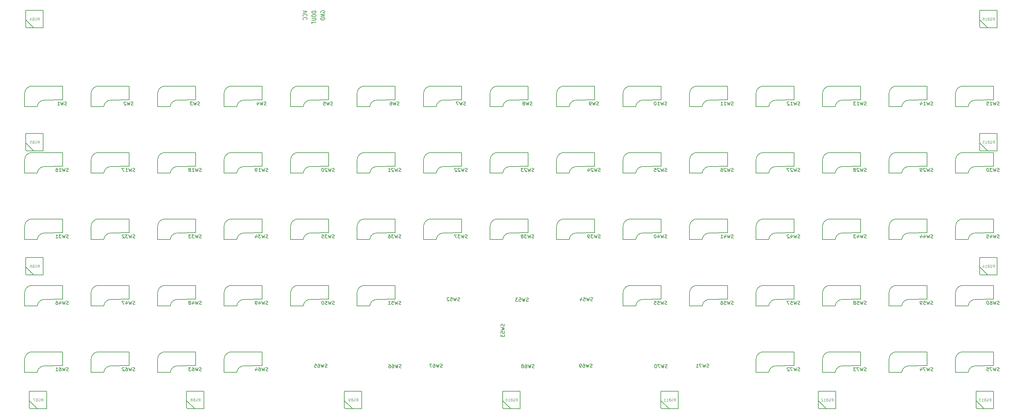
<source format=gbo>
G04 #@! TF.GenerationSoftware,KiCad,Pcbnew,(5.1.5)-2*
G04 #@! TF.CreationDate,2020-09-25T21:59:40+09:00*
G04 #@! TF.ProjectId,astra515,61737472-6135-4313-952e-6b696361645f,rev?*
G04 #@! TF.SameCoordinates,Original*
G04 #@! TF.FileFunction,Legend,Bot*
G04 #@! TF.FilePolarity,Positive*
%FSLAX46Y46*%
G04 Gerber Fmt 4.6, Leading zero omitted, Abs format (unit mm)*
G04 Created by KiCad (PCBNEW (5.1.5)-2) date 2020-09-25 21:59:40*
%MOMM*%
%LPD*%
G04 APERTURE LIST*
%ADD10C,0.200000*%
%ADD11C,0.150000*%
%ADD12C,0.100000*%
G04 APERTURE END LIST*
D10*
X164881000Y-83968345D02*
X164823857Y-83880250D01*
X164823857Y-83737392D01*
X164881000Y-83587392D01*
X164995285Y-83477869D01*
X165109571Y-83415964D01*
X165338142Y-83339773D01*
X165509571Y-83318345D01*
X165738142Y-83337392D01*
X165852428Y-83370726D01*
X165966714Y-83451678D01*
X166023857Y-83587392D01*
X166023857Y-83682630D01*
X165966714Y-83832630D01*
X165909571Y-83887392D01*
X165509571Y-83937392D01*
X165509571Y-83746916D01*
X166023857Y-84301678D02*
X164823857Y-84451678D01*
X166023857Y-84873107D01*
X164823857Y-85023107D01*
X166023857Y-85349297D02*
X164823857Y-85499297D01*
X164823857Y-85737392D01*
X164881000Y-85873107D01*
X164995285Y-85954059D01*
X165109571Y-85987392D01*
X165338142Y-86006440D01*
X165509571Y-85985011D01*
X165738142Y-85908821D01*
X165852428Y-85846916D01*
X165966714Y-85737392D01*
X166023857Y-85587392D01*
X166023857Y-85349297D01*
X163483857Y-83404916D02*
X162283857Y-83554916D01*
X162283857Y-83793011D01*
X162341000Y-83928726D01*
X162455285Y-84009678D01*
X162569571Y-84043011D01*
X162798142Y-84062059D01*
X162969571Y-84040630D01*
X163198142Y-83964440D01*
X163312428Y-83902535D01*
X163426714Y-83793011D01*
X163483857Y-83643011D01*
X163483857Y-83404916D01*
X162283857Y-84745392D02*
X162283857Y-84935869D01*
X162341000Y-85023964D01*
X162455285Y-85104916D01*
X162683857Y-85123964D01*
X163083857Y-85073964D01*
X163312428Y-84997773D01*
X163426714Y-84888250D01*
X163483857Y-84785869D01*
X163483857Y-84595392D01*
X163426714Y-84507297D01*
X163312428Y-84426345D01*
X163083857Y-84407297D01*
X162683857Y-84457297D01*
X162455285Y-84533488D01*
X162341000Y-84643011D01*
X162283857Y-84745392D01*
X162283857Y-85602535D02*
X163255285Y-85481107D01*
X163369571Y-85514440D01*
X163426714Y-85554916D01*
X163483857Y-85643011D01*
X163483857Y-85833488D01*
X163426714Y-85935869D01*
X163369571Y-85990630D01*
X163255285Y-86052535D01*
X162283857Y-86173964D01*
X162283857Y-86507297D02*
X162283857Y-87078726D01*
X163483857Y-86643011D02*
X162283857Y-86793011D01*
X159743857Y-83404059D02*
X160943857Y-83587392D01*
X159743857Y-84070726D01*
X160829571Y-84839773D02*
X160886714Y-84785011D01*
X160943857Y-84635011D01*
X160943857Y-84539773D01*
X160886714Y-84404059D01*
X160772428Y-84323107D01*
X160658142Y-84289773D01*
X160429571Y-84270726D01*
X160258142Y-84292154D01*
X160029571Y-84368345D01*
X159915285Y-84430250D01*
X159801000Y-84539773D01*
X159743857Y-84689773D01*
X159743857Y-84785011D01*
X159801000Y-84920726D01*
X159858142Y-84961202D01*
X160829571Y-85839773D02*
X160886714Y-85785011D01*
X160943857Y-85635011D01*
X160943857Y-85539773D01*
X160886714Y-85404059D01*
X160772428Y-85323107D01*
X160658142Y-85289773D01*
X160429571Y-85270726D01*
X160258142Y-85292154D01*
X160029571Y-85368345D01*
X159915285Y-85430250D01*
X159801000Y-85539773D01*
X159743857Y-85689773D01*
X159743857Y-85785011D01*
X159801000Y-85920726D01*
X159858142Y-85961202D01*
D11*
X83621001Y-167989999D02*
G75*
G02X85881000Y-166110000I2069999J-190000D01*
G01*
X80017000Y-163990000D02*
G75*
G02X82281000Y-162106000I2074000J-190000D01*
G01*
X90906000Y-166060000D02*
X85856000Y-166106000D01*
X90906000Y-166014000D02*
X90906000Y-162106000D01*
X90906000Y-162106000D02*
X82281000Y-162106000D01*
X80006000Y-164060000D02*
X80006000Y-168005000D01*
X80006000Y-168014000D02*
X83616000Y-168014000D01*
X83621001Y-110839999D02*
G75*
G02X85881000Y-108960000I2069999J-190000D01*
G01*
X80017000Y-106840000D02*
G75*
G02X82281000Y-104956000I2074000J-190000D01*
G01*
X90906000Y-108910000D02*
X85856000Y-108956000D01*
X90906000Y-108864000D02*
X90906000Y-104956000D01*
X90906000Y-104956000D02*
X82281000Y-104956000D01*
X80006000Y-106910000D02*
X80006000Y-110855000D01*
X80006000Y-110864000D02*
X83616000Y-110864000D01*
X121721001Y-187039999D02*
G75*
G02X123981000Y-185160000I2069999J-190000D01*
G01*
X118117000Y-183040000D02*
G75*
G02X120381000Y-181156000I2074000J-190000D01*
G01*
X129006000Y-185110000D02*
X123956000Y-185156000D01*
X129006000Y-185064000D02*
X129006000Y-181156000D01*
X129006000Y-181156000D02*
X120381000Y-181156000D01*
X118106000Y-183110000D02*
X118106000Y-187055000D01*
X118106000Y-187064000D02*
X121716000Y-187064000D01*
X121721001Y-129889999D02*
G75*
G02X123981000Y-128010000I2069999J-190000D01*
G01*
X118117000Y-125890000D02*
G75*
G02X120381000Y-124006000I2074000J-190000D01*
G01*
X129006000Y-127960000D02*
X123956000Y-128006000D01*
X129006000Y-127914000D02*
X129006000Y-124006000D01*
X129006000Y-124006000D02*
X120381000Y-124006000D01*
X118106000Y-125960000D02*
X118106000Y-129905000D01*
X118106000Y-129914000D02*
X121716000Y-129914000D01*
X255071001Y-129889999D02*
G75*
G02X257331000Y-128010000I2069999J-190000D01*
G01*
X251467000Y-125890000D02*
G75*
G02X253731000Y-124006000I2074000J-190000D01*
G01*
X262356000Y-127960000D02*
X257306000Y-128006000D01*
X262356000Y-127914000D02*
X262356000Y-124006000D01*
X262356000Y-124006000D02*
X253731000Y-124006000D01*
X251456000Y-125960000D02*
X251456000Y-129905000D01*
X251456000Y-129914000D02*
X255066000Y-129914000D01*
X350321001Y-110839999D02*
G75*
G02X352581000Y-108960000I2069999J-190000D01*
G01*
X346717000Y-106840000D02*
G75*
G02X348981000Y-104956000I2074000J-190000D01*
G01*
X357606000Y-108910000D02*
X352556000Y-108956000D01*
X357606000Y-108864000D02*
X357606000Y-104956000D01*
X357606000Y-104956000D02*
X348981000Y-104956000D01*
X346706000Y-106910000D02*
X346706000Y-110855000D01*
X346706000Y-110864000D02*
X350316000Y-110864000D01*
X102671001Y-167989999D02*
G75*
G02X104931000Y-166110000I2069999J-190000D01*
G01*
X99067000Y-163990000D02*
G75*
G02X101331000Y-162106000I2074000J-190000D01*
G01*
X109956000Y-166060000D02*
X104906000Y-166106000D01*
X109956000Y-166014000D02*
X109956000Y-162106000D01*
X109956000Y-162106000D02*
X101331000Y-162106000D01*
X99056000Y-164060000D02*
X99056000Y-168005000D01*
X99056000Y-168014000D02*
X102666000Y-168014000D01*
X102671001Y-110839999D02*
G75*
G02X104931000Y-108960000I2069999J-190000D01*
G01*
X99067000Y-106840000D02*
G75*
G02X101331000Y-104956000I2074000J-190000D01*
G01*
X109956000Y-108910000D02*
X104906000Y-108956000D01*
X109956000Y-108864000D02*
X109956000Y-104956000D01*
X109956000Y-104956000D02*
X101331000Y-104956000D01*
X99056000Y-106910000D02*
X99056000Y-110855000D01*
X99056000Y-110864000D02*
X102666000Y-110864000D01*
X121721001Y-110839999D02*
G75*
G02X123981000Y-108960000I2069999J-190000D01*
G01*
X118117000Y-106840000D02*
G75*
G02X120381000Y-104956000I2074000J-190000D01*
G01*
X129006000Y-108910000D02*
X123956000Y-108956000D01*
X129006000Y-108864000D02*
X129006000Y-104956000D01*
X129006000Y-104956000D02*
X120381000Y-104956000D01*
X118106000Y-106910000D02*
X118106000Y-110855000D01*
X118106000Y-110864000D02*
X121716000Y-110864000D01*
X140771001Y-110839999D02*
G75*
G02X143031000Y-108960000I2069999J-190000D01*
G01*
X137167000Y-106840000D02*
G75*
G02X139431000Y-104956000I2074000J-190000D01*
G01*
X148056000Y-108910000D02*
X143006000Y-108956000D01*
X148056000Y-108864000D02*
X148056000Y-104956000D01*
X148056000Y-104956000D02*
X139431000Y-104956000D01*
X137156000Y-106910000D02*
X137156000Y-110855000D01*
X137156000Y-110864000D02*
X140766000Y-110864000D01*
X159821001Y-110839999D02*
G75*
G02X162081000Y-108960000I2069999J-190000D01*
G01*
X156217000Y-106840000D02*
G75*
G02X158481000Y-104956000I2074000J-190000D01*
G01*
X167106000Y-108910000D02*
X162056000Y-108956000D01*
X167106000Y-108864000D02*
X167106000Y-104956000D01*
X167106000Y-104956000D02*
X158481000Y-104956000D01*
X156206000Y-106910000D02*
X156206000Y-110855000D01*
X156206000Y-110864000D02*
X159816000Y-110864000D01*
X178871001Y-110839999D02*
G75*
G02X181131000Y-108960000I2069999J-190000D01*
G01*
X175267000Y-106840000D02*
G75*
G02X177531000Y-104956000I2074000J-190000D01*
G01*
X186156000Y-108910000D02*
X181106000Y-108956000D01*
X186156000Y-108864000D02*
X186156000Y-104956000D01*
X186156000Y-104956000D02*
X177531000Y-104956000D01*
X175256000Y-106910000D02*
X175256000Y-110855000D01*
X175256000Y-110864000D02*
X178866000Y-110864000D01*
X197921001Y-110839999D02*
G75*
G02X200181000Y-108960000I2069999J-190000D01*
G01*
X194317000Y-106840000D02*
G75*
G02X196581000Y-104956000I2074000J-190000D01*
G01*
X205206000Y-108910000D02*
X200156000Y-108956000D01*
X205206000Y-108864000D02*
X205206000Y-104956000D01*
X205206000Y-104956000D02*
X196581000Y-104956000D01*
X194306000Y-106910000D02*
X194306000Y-110855000D01*
X194306000Y-110864000D02*
X197916000Y-110864000D01*
X216971001Y-110839999D02*
G75*
G02X219231000Y-108960000I2069999J-190000D01*
G01*
X213367000Y-106840000D02*
G75*
G02X215631000Y-104956000I2074000J-190000D01*
G01*
X224256000Y-108910000D02*
X219206000Y-108956000D01*
X224256000Y-108864000D02*
X224256000Y-104956000D01*
X224256000Y-104956000D02*
X215631000Y-104956000D01*
X213356000Y-106910000D02*
X213356000Y-110855000D01*
X213356000Y-110864000D02*
X216966000Y-110864000D01*
X236021001Y-110839999D02*
G75*
G02X238281000Y-108960000I2069999J-190000D01*
G01*
X232417000Y-106840000D02*
G75*
G02X234681000Y-104956000I2074000J-190000D01*
G01*
X243306000Y-108910000D02*
X238256000Y-108956000D01*
X243306000Y-108864000D02*
X243306000Y-104956000D01*
X243306000Y-104956000D02*
X234681000Y-104956000D01*
X232406000Y-106910000D02*
X232406000Y-110855000D01*
X232406000Y-110864000D02*
X236016000Y-110864000D01*
X255071001Y-110839999D02*
G75*
G02X257331000Y-108960000I2069999J-190000D01*
G01*
X251467000Y-106840000D02*
G75*
G02X253731000Y-104956000I2074000J-190000D01*
G01*
X262356000Y-108910000D02*
X257306000Y-108956000D01*
X262356000Y-108864000D02*
X262356000Y-104956000D01*
X262356000Y-104956000D02*
X253731000Y-104956000D01*
X251456000Y-106910000D02*
X251456000Y-110855000D01*
X251456000Y-110864000D02*
X255066000Y-110864000D01*
X274121001Y-110839999D02*
G75*
G02X276381000Y-108960000I2069999J-190000D01*
G01*
X270517000Y-106840000D02*
G75*
G02X272781000Y-104956000I2074000J-190000D01*
G01*
X281406000Y-108910000D02*
X276356000Y-108956000D01*
X281406000Y-108864000D02*
X281406000Y-104956000D01*
X281406000Y-104956000D02*
X272781000Y-104956000D01*
X270506000Y-106910000D02*
X270506000Y-110855000D01*
X270506000Y-110864000D02*
X274116000Y-110864000D01*
X293171001Y-110839999D02*
G75*
G02X295431000Y-108960000I2069999J-190000D01*
G01*
X289567000Y-106840000D02*
G75*
G02X291831000Y-104956000I2074000J-190000D01*
G01*
X300456000Y-108910000D02*
X295406000Y-108956000D01*
X300456000Y-108864000D02*
X300456000Y-104956000D01*
X300456000Y-104956000D02*
X291831000Y-104956000D01*
X289556000Y-106910000D02*
X289556000Y-110855000D01*
X289556000Y-110864000D02*
X293166000Y-110864000D01*
X312221001Y-110839999D02*
G75*
G02X314481000Y-108960000I2069999J-190000D01*
G01*
X308617000Y-106840000D02*
G75*
G02X310881000Y-104956000I2074000J-190000D01*
G01*
X319506000Y-108910000D02*
X314456000Y-108956000D01*
X319506000Y-108864000D02*
X319506000Y-104956000D01*
X319506000Y-104956000D02*
X310881000Y-104956000D01*
X308606000Y-106910000D02*
X308606000Y-110855000D01*
X308606000Y-110864000D02*
X312216000Y-110864000D01*
X331271001Y-110839999D02*
G75*
G02X333531000Y-108960000I2069999J-190000D01*
G01*
X327667000Y-106840000D02*
G75*
G02X329931000Y-104956000I2074000J-190000D01*
G01*
X338556000Y-108910000D02*
X333506000Y-108956000D01*
X338556000Y-108864000D02*
X338556000Y-104956000D01*
X338556000Y-104956000D02*
X329931000Y-104956000D01*
X327656000Y-106910000D02*
X327656000Y-110855000D01*
X327656000Y-110864000D02*
X331266000Y-110864000D01*
X83621001Y-129889999D02*
G75*
G02X85881000Y-128010000I2069999J-190000D01*
G01*
X80017000Y-125890000D02*
G75*
G02X82281000Y-124006000I2074000J-190000D01*
G01*
X90906000Y-127960000D02*
X85856000Y-128006000D01*
X90906000Y-127914000D02*
X90906000Y-124006000D01*
X90906000Y-124006000D02*
X82281000Y-124006000D01*
X80006000Y-125960000D02*
X80006000Y-129905000D01*
X80006000Y-129914000D02*
X83616000Y-129914000D01*
X102671001Y-129889999D02*
G75*
G02X104931000Y-128010000I2069999J-190000D01*
G01*
X99067000Y-125890000D02*
G75*
G02X101331000Y-124006000I2074000J-190000D01*
G01*
X109956000Y-127960000D02*
X104906000Y-128006000D01*
X109956000Y-127914000D02*
X109956000Y-124006000D01*
X109956000Y-124006000D02*
X101331000Y-124006000D01*
X99056000Y-125960000D02*
X99056000Y-129905000D01*
X99056000Y-129914000D02*
X102666000Y-129914000D01*
X140771001Y-129889999D02*
G75*
G02X143031000Y-128010000I2069999J-190000D01*
G01*
X137167000Y-125890000D02*
G75*
G02X139431000Y-124006000I2074000J-190000D01*
G01*
X148056000Y-127960000D02*
X143006000Y-128006000D01*
X148056000Y-127914000D02*
X148056000Y-124006000D01*
X148056000Y-124006000D02*
X139431000Y-124006000D01*
X137156000Y-125960000D02*
X137156000Y-129905000D01*
X137156000Y-129914000D02*
X140766000Y-129914000D01*
X159821001Y-129889999D02*
G75*
G02X162081000Y-128010000I2069999J-190000D01*
G01*
X156217000Y-125890000D02*
G75*
G02X158481000Y-124006000I2074000J-190000D01*
G01*
X167106000Y-127960000D02*
X162056000Y-128006000D01*
X167106000Y-127914000D02*
X167106000Y-124006000D01*
X167106000Y-124006000D02*
X158481000Y-124006000D01*
X156206000Y-125960000D02*
X156206000Y-129905000D01*
X156206000Y-129914000D02*
X159816000Y-129914000D01*
X178871001Y-129889999D02*
G75*
G02X181131000Y-128010000I2069999J-190000D01*
G01*
X175267000Y-125890000D02*
G75*
G02X177531000Y-124006000I2074000J-190000D01*
G01*
X186156000Y-127960000D02*
X181106000Y-128006000D01*
X186156000Y-127914000D02*
X186156000Y-124006000D01*
X186156000Y-124006000D02*
X177531000Y-124006000D01*
X175256000Y-125960000D02*
X175256000Y-129905000D01*
X175256000Y-129914000D02*
X178866000Y-129914000D01*
X197921001Y-129889999D02*
G75*
G02X200181000Y-128010000I2069999J-190000D01*
G01*
X194317000Y-125890000D02*
G75*
G02X196581000Y-124006000I2074000J-190000D01*
G01*
X205206000Y-127960000D02*
X200156000Y-128006000D01*
X205206000Y-127914000D02*
X205206000Y-124006000D01*
X205206000Y-124006000D02*
X196581000Y-124006000D01*
X194306000Y-125960000D02*
X194306000Y-129905000D01*
X194306000Y-129914000D02*
X197916000Y-129914000D01*
X216971001Y-129889999D02*
G75*
G02X219231000Y-128010000I2069999J-190000D01*
G01*
X213367000Y-125890000D02*
G75*
G02X215631000Y-124006000I2074000J-190000D01*
G01*
X224256000Y-127960000D02*
X219206000Y-128006000D01*
X224256000Y-127914000D02*
X224256000Y-124006000D01*
X224256000Y-124006000D02*
X215631000Y-124006000D01*
X213356000Y-125960000D02*
X213356000Y-129905000D01*
X213356000Y-129914000D02*
X216966000Y-129914000D01*
X236021001Y-129889999D02*
G75*
G02X238281000Y-128010000I2069999J-190000D01*
G01*
X232417000Y-125890000D02*
G75*
G02X234681000Y-124006000I2074000J-190000D01*
G01*
X243306000Y-127960000D02*
X238256000Y-128006000D01*
X243306000Y-127914000D02*
X243306000Y-124006000D01*
X243306000Y-124006000D02*
X234681000Y-124006000D01*
X232406000Y-125960000D02*
X232406000Y-129905000D01*
X232406000Y-129914000D02*
X236016000Y-129914000D01*
X274121001Y-129889999D02*
G75*
G02X276381000Y-128010000I2069999J-190000D01*
G01*
X270517000Y-125890000D02*
G75*
G02X272781000Y-124006000I2074000J-190000D01*
G01*
X281406000Y-127960000D02*
X276356000Y-128006000D01*
X281406000Y-127914000D02*
X281406000Y-124006000D01*
X281406000Y-124006000D02*
X272781000Y-124006000D01*
X270506000Y-125960000D02*
X270506000Y-129905000D01*
X270506000Y-129914000D02*
X274116000Y-129914000D01*
X293171001Y-129889999D02*
G75*
G02X295431000Y-128010000I2069999J-190000D01*
G01*
X289567000Y-125890000D02*
G75*
G02X291831000Y-124006000I2074000J-190000D01*
G01*
X300456000Y-127960000D02*
X295406000Y-128006000D01*
X300456000Y-127914000D02*
X300456000Y-124006000D01*
X300456000Y-124006000D02*
X291831000Y-124006000D01*
X289556000Y-125960000D02*
X289556000Y-129905000D01*
X289556000Y-129914000D02*
X293166000Y-129914000D01*
X312221001Y-129889999D02*
G75*
G02X314481000Y-128010000I2069999J-190000D01*
G01*
X308617000Y-125890000D02*
G75*
G02X310881000Y-124006000I2074000J-190000D01*
G01*
X319506000Y-127960000D02*
X314456000Y-128006000D01*
X319506000Y-127914000D02*
X319506000Y-124006000D01*
X319506000Y-124006000D02*
X310881000Y-124006000D01*
X308606000Y-125960000D02*
X308606000Y-129905000D01*
X308606000Y-129914000D02*
X312216000Y-129914000D01*
X331271001Y-129889999D02*
G75*
G02X333531000Y-128010000I2069999J-190000D01*
G01*
X327667000Y-125890000D02*
G75*
G02X329931000Y-124006000I2074000J-190000D01*
G01*
X338556000Y-127960000D02*
X333506000Y-128006000D01*
X338556000Y-127914000D02*
X338556000Y-124006000D01*
X338556000Y-124006000D02*
X329931000Y-124006000D01*
X327656000Y-125960000D02*
X327656000Y-129905000D01*
X327656000Y-129914000D02*
X331266000Y-129914000D01*
X350321001Y-129889999D02*
G75*
G02X352581000Y-128010000I2069999J-190000D01*
G01*
X346717000Y-125890000D02*
G75*
G02X348981000Y-124006000I2074000J-190000D01*
G01*
X357606000Y-127960000D02*
X352556000Y-128006000D01*
X357606000Y-127914000D02*
X357606000Y-124006000D01*
X357606000Y-124006000D02*
X348981000Y-124006000D01*
X346706000Y-125960000D02*
X346706000Y-129905000D01*
X346706000Y-129914000D02*
X350316000Y-129914000D01*
X83621001Y-148939999D02*
G75*
G02X85881000Y-147060000I2069999J-190000D01*
G01*
X80017000Y-144940000D02*
G75*
G02X82281000Y-143056000I2074000J-190000D01*
G01*
X90906000Y-147010000D02*
X85856000Y-147056000D01*
X90906000Y-146964000D02*
X90906000Y-143056000D01*
X90906000Y-143056000D02*
X82281000Y-143056000D01*
X80006000Y-145010000D02*
X80006000Y-148955000D01*
X80006000Y-148964000D02*
X83616000Y-148964000D01*
X102671001Y-148939999D02*
G75*
G02X104931000Y-147060000I2069999J-190000D01*
G01*
X99067000Y-144940000D02*
G75*
G02X101331000Y-143056000I2074000J-190000D01*
G01*
X109956000Y-147010000D02*
X104906000Y-147056000D01*
X109956000Y-146964000D02*
X109956000Y-143056000D01*
X109956000Y-143056000D02*
X101331000Y-143056000D01*
X99056000Y-145010000D02*
X99056000Y-148955000D01*
X99056000Y-148964000D02*
X102666000Y-148964000D01*
X121721001Y-148939999D02*
G75*
G02X123981000Y-147060000I2069999J-190000D01*
G01*
X118117000Y-144940000D02*
G75*
G02X120381000Y-143056000I2074000J-190000D01*
G01*
X129006000Y-147010000D02*
X123956000Y-147056000D01*
X129006000Y-146964000D02*
X129006000Y-143056000D01*
X129006000Y-143056000D02*
X120381000Y-143056000D01*
X118106000Y-145010000D02*
X118106000Y-148955000D01*
X118106000Y-148964000D02*
X121716000Y-148964000D01*
X140771001Y-148939999D02*
G75*
G02X143031000Y-147060000I2069999J-190000D01*
G01*
X137167000Y-144940000D02*
G75*
G02X139431000Y-143056000I2074000J-190000D01*
G01*
X148056000Y-147010000D02*
X143006000Y-147056000D01*
X148056000Y-146964000D02*
X148056000Y-143056000D01*
X148056000Y-143056000D02*
X139431000Y-143056000D01*
X137156000Y-145010000D02*
X137156000Y-148955000D01*
X137156000Y-148964000D02*
X140766000Y-148964000D01*
X159821001Y-148939999D02*
G75*
G02X162081000Y-147060000I2069999J-190000D01*
G01*
X156217000Y-144940000D02*
G75*
G02X158481000Y-143056000I2074000J-190000D01*
G01*
X167106000Y-147010000D02*
X162056000Y-147056000D01*
X167106000Y-146964000D02*
X167106000Y-143056000D01*
X167106000Y-143056000D02*
X158481000Y-143056000D01*
X156206000Y-145010000D02*
X156206000Y-148955000D01*
X156206000Y-148964000D02*
X159816000Y-148964000D01*
X178871001Y-148939999D02*
G75*
G02X181131000Y-147060000I2069999J-190000D01*
G01*
X175267000Y-144940000D02*
G75*
G02X177531000Y-143056000I2074000J-190000D01*
G01*
X186156000Y-147010000D02*
X181106000Y-147056000D01*
X186156000Y-146964000D02*
X186156000Y-143056000D01*
X186156000Y-143056000D02*
X177531000Y-143056000D01*
X175256000Y-145010000D02*
X175256000Y-148955000D01*
X175256000Y-148964000D02*
X178866000Y-148964000D01*
X197921001Y-148939999D02*
G75*
G02X200181000Y-147060000I2069999J-190000D01*
G01*
X194317000Y-144940000D02*
G75*
G02X196581000Y-143056000I2074000J-190000D01*
G01*
X205206000Y-147010000D02*
X200156000Y-147056000D01*
X205206000Y-146964000D02*
X205206000Y-143056000D01*
X205206000Y-143056000D02*
X196581000Y-143056000D01*
X194306000Y-145010000D02*
X194306000Y-148955000D01*
X194306000Y-148964000D02*
X197916000Y-148964000D01*
X216971001Y-148939999D02*
G75*
G02X219231000Y-147060000I2069999J-190000D01*
G01*
X213367000Y-144940000D02*
G75*
G02X215631000Y-143056000I2074000J-190000D01*
G01*
X224256000Y-147010000D02*
X219206000Y-147056000D01*
X224256000Y-146964000D02*
X224256000Y-143056000D01*
X224256000Y-143056000D02*
X215631000Y-143056000D01*
X213356000Y-145010000D02*
X213356000Y-148955000D01*
X213356000Y-148964000D02*
X216966000Y-148964000D01*
X236021001Y-148939999D02*
G75*
G02X238281000Y-147060000I2069999J-190000D01*
G01*
X232417000Y-144940000D02*
G75*
G02X234681000Y-143056000I2074000J-190000D01*
G01*
X243306000Y-147010000D02*
X238256000Y-147056000D01*
X243306000Y-146964000D02*
X243306000Y-143056000D01*
X243306000Y-143056000D02*
X234681000Y-143056000D01*
X232406000Y-145010000D02*
X232406000Y-148955000D01*
X232406000Y-148964000D02*
X236016000Y-148964000D01*
X255071001Y-148939999D02*
G75*
G02X257331000Y-147060000I2069999J-190000D01*
G01*
X251467000Y-144940000D02*
G75*
G02X253731000Y-143056000I2074000J-190000D01*
G01*
X262356000Y-147010000D02*
X257306000Y-147056000D01*
X262356000Y-146964000D02*
X262356000Y-143056000D01*
X262356000Y-143056000D02*
X253731000Y-143056000D01*
X251456000Y-145010000D02*
X251456000Y-148955000D01*
X251456000Y-148964000D02*
X255066000Y-148964000D01*
X274121001Y-148939999D02*
G75*
G02X276381000Y-147060000I2069999J-190000D01*
G01*
X270517000Y-144940000D02*
G75*
G02X272781000Y-143056000I2074000J-190000D01*
G01*
X281406000Y-147010000D02*
X276356000Y-147056000D01*
X281406000Y-146964000D02*
X281406000Y-143056000D01*
X281406000Y-143056000D02*
X272781000Y-143056000D01*
X270506000Y-145010000D02*
X270506000Y-148955000D01*
X270506000Y-148964000D02*
X274116000Y-148964000D01*
X293171001Y-148939999D02*
G75*
G02X295431000Y-147060000I2069999J-190000D01*
G01*
X289567000Y-144940000D02*
G75*
G02X291831000Y-143056000I2074000J-190000D01*
G01*
X300456000Y-147010000D02*
X295406000Y-147056000D01*
X300456000Y-146964000D02*
X300456000Y-143056000D01*
X300456000Y-143056000D02*
X291831000Y-143056000D01*
X289556000Y-145010000D02*
X289556000Y-148955000D01*
X289556000Y-148964000D02*
X293166000Y-148964000D01*
X312221001Y-148939999D02*
G75*
G02X314481000Y-147060000I2069999J-190000D01*
G01*
X308617000Y-144940000D02*
G75*
G02X310881000Y-143056000I2074000J-190000D01*
G01*
X319506000Y-147010000D02*
X314456000Y-147056000D01*
X319506000Y-146964000D02*
X319506000Y-143056000D01*
X319506000Y-143056000D02*
X310881000Y-143056000D01*
X308606000Y-145010000D02*
X308606000Y-148955000D01*
X308606000Y-148964000D02*
X312216000Y-148964000D01*
X331271001Y-148939999D02*
G75*
G02X333531000Y-147060000I2069999J-190000D01*
G01*
X327667000Y-144940000D02*
G75*
G02X329931000Y-143056000I2074000J-190000D01*
G01*
X338556000Y-147010000D02*
X333506000Y-147056000D01*
X338556000Y-146964000D02*
X338556000Y-143056000D01*
X338556000Y-143056000D02*
X329931000Y-143056000D01*
X327656000Y-145010000D02*
X327656000Y-148955000D01*
X327656000Y-148964000D02*
X331266000Y-148964000D01*
X350321001Y-148939999D02*
G75*
G02X352581000Y-147060000I2069999J-190000D01*
G01*
X346717000Y-144940000D02*
G75*
G02X348981000Y-143056000I2074000J-190000D01*
G01*
X357606000Y-147010000D02*
X352556000Y-147056000D01*
X357606000Y-146964000D02*
X357606000Y-143056000D01*
X357606000Y-143056000D02*
X348981000Y-143056000D01*
X346706000Y-145010000D02*
X346706000Y-148955000D01*
X346706000Y-148964000D02*
X350316000Y-148964000D01*
X121721001Y-167989999D02*
G75*
G02X123981000Y-166110000I2069999J-190000D01*
G01*
X118117000Y-163990000D02*
G75*
G02X120381000Y-162106000I2074000J-190000D01*
G01*
X129006000Y-166060000D02*
X123956000Y-166106000D01*
X129006000Y-166014000D02*
X129006000Y-162106000D01*
X129006000Y-162106000D02*
X120381000Y-162106000D01*
X118106000Y-164060000D02*
X118106000Y-168005000D01*
X118106000Y-168014000D02*
X121716000Y-168014000D01*
X140771001Y-167989999D02*
G75*
G02X143031000Y-166110000I2069999J-190000D01*
G01*
X137167000Y-163990000D02*
G75*
G02X139431000Y-162106000I2074000J-190000D01*
G01*
X148056000Y-166060000D02*
X143006000Y-166106000D01*
X148056000Y-166014000D02*
X148056000Y-162106000D01*
X148056000Y-162106000D02*
X139431000Y-162106000D01*
X137156000Y-164060000D02*
X137156000Y-168005000D01*
X137156000Y-168014000D02*
X140766000Y-168014000D01*
X159821001Y-167989999D02*
G75*
G02X162081000Y-166110000I2069999J-190000D01*
G01*
X156217000Y-163990000D02*
G75*
G02X158481000Y-162106000I2074000J-190000D01*
G01*
X167106000Y-166060000D02*
X162056000Y-166106000D01*
X167106000Y-166014000D02*
X167106000Y-162106000D01*
X167106000Y-162106000D02*
X158481000Y-162106000D01*
X156206000Y-164060000D02*
X156206000Y-168005000D01*
X156206000Y-168014000D02*
X159816000Y-168014000D01*
X178871001Y-167989999D02*
G75*
G02X181131000Y-166110000I2069999J-190000D01*
G01*
X175267000Y-163990000D02*
G75*
G02X177531000Y-162106000I2074000J-190000D01*
G01*
X186156000Y-166060000D02*
X181106000Y-166106000D01*
X186156000Y-166014000D02*
X186156000Y-162106000D01*
X186156000Y-162106000D02*
X177531000Y-162106000D01*
X175256000Y-164060000D02*
X175256000Y-168005000D01*
X175256000Y-168014000D02*
X178866000Y-168014000D01*
X255071001Y-167989999D02*
G75*
G02X257331000Y-166110000I2069999J-190000D01*
G01*
X251467000Y-163990000D02*
G75*
G02X253731000Y-162106000I2074000J-190000D01*
G01*
X262356000Y-166060000D02*
X257306000Y-166106000D01*
X262356000Y-166014000D02*
X262356000Y-162106000D01*
X262356000Y-162106000D02*
X253731000Y-162106000D01*
X251456000Y-164060000D02*
X251456000Y-168005000D01*
X251456000Y-168014000D02*
X255066000Y-168014000D01*
X274121001Y-167989999D02*
G75*
G02X276381000Y-166110000I2069999J-190000D01*
G01*
X270517000Y-163990000D02*
G75*
G02X272781000Y-162106000I2074000J-190000D01*
G01*
X281406000Y-166060000D02*
X276356000Y-166106000D01*
X281406000Y-166014000D02*
X281406000Y-162106000D01*
X281406000Y-162106000D02*
X272781000Y-162106000D01*
X270506000Y-164060000D02*
X270506000Y-168005000D01*
X270506000Y-168014000D02*
X274116000Y-168014000D01*
X293171001Y-167989999D02*
G75*
G02X295431000Y-166110000I2069999J-190000D01*
G01*
X289567000Y-163990000D02*
G75*
G02X291831000Y-162106000I2074000J-190000D01*
G01*
X300456000Y-166060000D02*
X295406000Y-166106000D01*
X300456000Y-166014000D02*
X300456000Y-162106000D01*
X300456000Y-162106000D02*
X291831000Y-162106000D01*
X289556000Y-164060000D02*
X289556000Y-168005000D01*
X289556000Y-168014000D02*
X293166000Y-168014000D01*
X312221001Y-167989999D02*
G75*
G02X314481000Y-166110000I2069999J-190000D01*
G01*
X308617000Y-163990000D02*
G75*
G02X310881000Y-162106000I2074000J-190000D01*
G01*
X319506000Y-166060000D02*
X314456000Y-166106000D01*
X319506000Y-166014000D02*
X319506000Y-162106000D01*
X319506000Y-162106000D02*
X310881000Y-162106000D01*
X308606000Y-164060000D02*
X308606000Y-168005000D01*
X308606000Y-168014000D02*
X312216000Y-168014000D01*
X331271001Y-167989999D02*
G75*
G02X333531000Y-166110000I2069999J-190000D01*
G01*
X327667000Y-163990000D02*
G75*
G02X329931000Y-162106000I2074000J-190000D01*
G01*
X338556000Y-166060000D02*
X333506000Y-166106000D01*
X338556000Y-166014000D02*
X338556000Y-162106000D01*
X338556000Y-162106000D02*
X329931000Y-162106000D01*
X327656000Y-164060000D02*
X327656000Y-168005000D01*
X327656000Y-168014000D02*
X331266000Y-168014000D01*
X350321001Y-167989999D02*
G75*
G02X352581000Y-166110000I2069999J-190000D01*
G01*
X346717000Y-163990000D02*
G75*
G02X348981000Y-162106000I2074000J-190000D01*
G01*
X357606000Y-166060000D02*
X352556000Y-166106000D01*
X357606000Y-166014000D02*
X357606000Y-162106000D01*
X357606000Y-162106000D02*
X348981000Y-162106000D01*
X346706000Y-164060000D02*
X346706000Y-168005000D01*
X346706000Y-168014000D02*
X350316000Y-168014000D01*
X83621001Y-187039999D02*
G75*
G02X85881000Y-185160000I2069999J-190000D01*
G01*
X80017000Y-183040000D02*
G75*
G02X82281000Y-181156000I2074000J-190000D01*
G01*
X90906000Y-185110000D02*
X85856000Y-185156000D01*
X90906000Y-185064000D02*
X90906000Y-181156000D01*
X90906000Y-181156000D02*
X82281000Y-181156000D01*
X80006000Y-183110000D02*
X80006000Y-187055000D01*
X80006000Y-187064000D02*
X83616000Y-187064000D01*
X102671001Y-187039999D02*
G75*
G02X104931000Y-185160000I2069999J-190000D01*
G01*
X99067000Y-183040000D02*
G75*
G02X101331000Y-181156000I2074000J-190000D01*
G01*
X109956000Y-185110000D02*
X104906000Y-185156000D01*
X109956000Y-185064000D02*
X109956000Y-181156000D01*
X109956000Y-181156000D02*
X101331000Y-181156000D01*
X99056000Y-183110000D02*
X99056000Y-187055000D01*
X99056000Y-187064000D02*
X102666000Y-187064000D01*
X140771001Y-187039999D02*
G75*
G02X143031000Y-185160000I2069999J-190000D01*
G01*
X137167000Y-183040000D02*
G75*
G02X139431000Y-181156000I2074000J-190000D01*
G01*
X148056000Y-185110000D02*
X143006000Y-185156000D01*
X148056000Y-185064000D02*
X148056000Y-181156000D01*
X148056000Y-181156000D02*
X139431000Y-181156000D01*
X137156000Y-183110000D02*
X137156000Y-187055000D01*
X137156000Y-187064000D02*
X140766000Y-187064000D01*
X293171001Y-187039999D02*
G75*
G02X295431000Y-185160000I2069999J-190000D01*
G01*
X289567000Y-183040000D02*
G75*
G02X291831000Y-181156000I2074000J-190000D01*
G01*
X300456000Y-185110000D02*
X295406000Y-185156000D01*
X300456000Y-185064000D02*
X300456000Y-181156000D01*
X300456000Y-181156000D02*
X291831000Y-181156000D01*
X289556000Y-183110000D02*
X289556000Y-187055000D01*
X289556000Y-187064000D02*
X293166000Y-187064000D01*
X312221001Y-187039999D02*
G75*
G02X314481000Y-185160000I2069999J-190000D01*
G01*
X308617000Y-183040000D02*
G75*
G02X310881000Y-181156000I2074000J-190000D01*
G01*
X319506000Y-185110000D02*
X314456000Y-185156000D01*
X319506000Y-185064000D02*
X319506000Y-181156000D01*
X319506000Y-181156000D02*
X310881000Y-181156000D01*
X308606000Y-183110000D02*
X308606000Y-187055000D01*
X308606000Y-187064000D02*
X312216000Y-187064000D01*
X331271001Y-187039999D02*
G75*
G02X333531000Y-185160000I2069999J-190000D01*
G01*
X327667000Y-183040000D02*
G75*
G02X329931000Y-181156000I2074000J-190000D01*
G01*
X338556000Y-185110000D02*
X333506000Y-185156000D01*
X338556000Y-185064000D02*
X338556000Y-181156000D01*
X338556000Y-181156000D02*
X329931000Y-181156000D01*
X327656000Y-183110000D02*
X327656000Y-187055000D01*
X327656000Y-187064000D02*
X331266000Y-187064000D01*
X350321001Y-187039999D02*
G75*
G02X352581000Y-185160000I2069999J-190000D01*
G01*
X346717000Y-183040000D02*
G75*
G02X348981000Y-181156000I2074000J-190000D01*
G01*
X357606000Y-185110000D02*
X352556000Y-185156000D01*
X357606000Y-185064000D02*
X357606000Y-181156000D01*
X357606000Y-181156000D02*
X348981000Y-181156000D01*
X346706000Y-183110000D02*
X346706000Y-187055000D01*
X346706000Y-187064000D02*
X350316000Y-187064000D01*
X219256000Y-197445000D02*
X216956000Y-195195000D01*
D10*
X217256000Y-197445000D02*
X221956000Y-197445000D01*
X216956000Y-197195000D02*
X216956000Y-192445000D01*
X217256000Y-197445000D02*
X216956000Y-197195000D01*
X221956000Y-192445000D02*
X216956000Y-192445000D01*
X221955360Y-197444360D02*
X221955360Y-192445640D01*
D11*
X173917000Y-197445000D02*
X171617000Y-195195000D01*
D10*
X171917000Y-197445000D02*
X176617000Y-197445000D01*
X171617000Y-197195000D02*
X171617000Y-192445000D01*
X171917000Y-197445000D02*
X171617000Y-197195000D01*
X176617000Y-192445000D02*
X171617000Y-192445000D01*
X176616360Y-197444360D02*
X176616360Y-192445640D01*
D11*
X128705000Y-197445000D02*
X126405000Y-195195000D01*
D10*
X126705000Y-197445000D02*
X131405000Y-197445000D01*
X126405000Y-197195000D02*
X126405000Y-192445000D01*
X126705000Y-197445000D02*
X126405000Y-197195000D01*
X131405000Y-192445000D02*
X126405000Y-192445000D01*
X131404360Y-197444360D02*
X131404360Y-192445640D01*
D11*
X83620000Y-197445000D02*
X81320000Y-195195000D01*
D10*
X81620000Y-197445000D02*
X86320000Y-197445000D01*
X81320000Y-197195000D02*
X81320000Y-192445000D01*
X81620000Y-197445000D02*
X81320000Y-197195000D01*
X86320000Y-192445000D02*
X81320000Y-192445000D01*
X86319360Y-197444360D02*
X86319360Y-192445640D01*
D11*
X82604000Y-159091000D02*
X80304000Y-156841000D01*
D10*
X80604000Y-159091000D02*
X85304000Y-159091000D01*
X80304000Y-158841000D02*
X80304000Y-154091000D01*
X80604000Y-159091000D02*
X80304000Y-158841000D01*
X85304000Y-154091000D02*
X80304000Y-154091000D01*
X85303360Y-159090360D02*
X85303360Y-154091640D01*
D11*
X82604000Y-123531000D02*
X80304000Y-121281000D01*
D10*
X80604000Y-123531000D02*
X85304000Y-123531000D01*
X80304000Y-123281000D02*
X80304000Y-118531000D01*
X80604000Y-123531000D02*
X80304000Y-123281000D01*
X85304000Y-118531000D02*
X80304000Y-118531000D01*
X85303360Y-123530360D02*
X85303360Y-118531640D01*
D11*
X82604000Y-88225000D02*
X80304000Y-85975000D01*
D10*
X80604000Y-88225000D02*
X85304000Y-88225000D01*
X80304000Y-87975000D02*
X80304000Y-83225000D01*
X80604000Y-88225000D02*
X80304000Y-87975000D01*
X85304000Y-83225000D02*
X80304000Y-83225000D01*
X85303360Y-88224360D02*
X85303360Y-83225640D01*
D11*
X264595000Y-197445000D02*
X262295000Y-195195000D01*
D10*
X262595000Y-197445000D02*
X267295000Y-197445000D01*
X262295000Y-197195000D02*
X262295000Y-192445000D01*
X262595000Y-197445000D02*
X262295000Y-197195000D01*
X267295000Y-192445000D02*
X262295000Y-192445000D01*
X267294360Y-197444360D02*
X267294360Y-192445640D01*
X312379360Y-197444360D02*
X312379360Y-192445640D01*
X312380000Y-192445000D02*
X307380000Y-192445000D01*
X307680000Y-197445000D02*
X307380000Y-197195000D01*
X307380000Y-197195000D02*
X307380000Y-192445000D01*
X307680000Y-197445000D02*
X312380000Y-197445000D01*
D11*
X309680000Y-197445000D02*
X307380000Y-195195000D01*
X354892000Y-197445000D02*
X352592000Y-195195000D01*
D10*
X352892000Y-197445000D02*
X357592000Y-197445000D01*
X352592000Y-197195000D02*
X352592000Y-192445000D01*
X352892000Y-197445000D02*
X352592000Y-197195000D01*
X357592000Y-192445000D02*
X352592000Y-192445000D01*
X357591360Y-197444360D02*
X357591360Y-192445640D01*
X358607360Y-159090360D02*
X358607360Y-154091640D01*
X358608000Y-154091000D02*
X353608000Y-154091000D01*
X353908000Y-159091000D02*
X353608000Y-158841000D01*
X353608000Y-158841000D02*
X353608000Y-154091000D01*
X353908000Y-159091000D02*
X358608000Y-159091000D01*
D11*
X355908000Y-159091000D02*
X353608000Y-156841000D01*
X355908000Y-123531000D02*
X353608000Y-121281000D01*
D10*
X353908000Y-123531000D02*
X358608000Y-123531000D01*
X353608000Y-123281000D02*
X353608000Y-118531000D01*
X353908000Y-123531000D02*
X353608000Y-123281000D01*
X358608000Y-118531000D02*
X353608000Y-118531000D01*
X358607360Y-123530360D02*
X358607360Y-118531640D01*
X358607360Y-88224360D02*
X358607360Y-83225640D01*
X358608000Y-83225000D02*
X353608000Y-83225000D01*
X353908000Y-88225000D02*
X353608000Y-87975000D01*
X353608000Y-87975000D02*
X353608000Y-83225000D01*
X353908000Y-88225000D02*
X358608000Y-88225000D01*
D11*
X355908000Y-88225000D02*
X353608000Y-85975000D01*
X264158556Y-185697761D02*
X264021651Y-185745380D01*
X263783556Y-185745380D01*
X263682366Y-185697761D01*
X263628794Y-185650142D01*
X263569270Y-185554904D01*
X263557366Y-185459666D01*
X263593080Y-185364428D01*
X263634747Y-185316809D01*
X263724032Y-185269190D01*
X263908556Y-185221571D01*
X263997842Y-185173952D01*
X264039508Y-185126333D01*
X264075223Y-185031095D01*
X264063318Y-184935857D01*
X264003794Y-184840619D01*
X263950223Y-184793000D01*
X263849032Y-184745380D01*
X263610937Y-184745380D01*
X263474032Y-184793000D01*
X263134747Y-184745380D02*
X263021651Y-185745380D01*
X262741889Y-185031095D01*
X262640699Y-185745380D01*
X262277604Y-184745380D01*
X261991889Y-184745380D02*
X261325223Y-184745380D01*
X261878794Y-185745380D01*
X260753794Y-184745380D02*
X260658556Y-184745380D01*
X260569270Y-184793000D01*
X260527604Y-184840619D01*
X260491889Y-184935857D01*
X260468080Y-185126333D01*
X260497842Y-185364428D01*
X260569270Y-185554904D01*
X260628794Y-185650142D01*
X260682366Y-185697761D01*
X260783556Y-185745380D01*
X260878794Y-185745380D01*
X260968080Y-185697761D01*
X261009747Y-185650142D01*
X261045461Y-185554904D01*
X261069270Y-185364428D01*
X261039508Y-185126333D01*
X260968080Y-184935857D01*
X260908556Y-184840619D01*
X260854985Y-184793000D01*
X260753794Y-184745380D01*
X187958556Y-185697761D02*
X187821651Y-185745380D01*
X187583556Y-185745380D01*
X187482366Y-185697761D01*
X187428794Y-185650142D01*
X187369270Y-185554904D01*
X187357366Y-185459666D01*
X187393080Y-185364428D01*
X187434747Y-185316809D01*
X187524032Y-185269190D01*
X187708556Y-185221571D01*
X187797842Y-185173952D01*
X187839508Y-185126333D01*
X187875223Y-185031095D01*
X187863318Y-184935857D01*
X187803794Y-184840619D01*
X187750223Y-184793000D01*
X187649032Y-184745380D01*
X187410937Y-184745380D01*
X187274032Y-184793000D01*
X186934747Y-184745380D02*
X186821651Y-185745380D01*
X186541889Y-185031095D01*
X186440699Y-185745380D01*
X186077604Y-184745380D01*
X185268080Y-184745380D02*
X185458556Y-184745380D01*
X185559747Y-184793000D01*
X185613318Y-184840619D01*
X185726413Y-184983476D01*
X185797842Y-185173952D01*
X185845461Y-185554904D01*
X185809747Y-185650142D01*
X185768080Y-185697761D01*
X185678794Y-185745380D01*
X185488318Y-185745380D01*
X185387127Y-185697761D01*
X185333556Y-185650142D01*
X185274032Y-185554904D01*
X185244270Y-185316809D01*
X185279985Y-185221571D01*
X185321651Y-185173952D01*
X185410937Y-185126333D01*
X185601413Y-185126333D01*
X185702604Y-185173952D01*
X185756175Y-185221571D01*
X185815699Y-185316809D01*
X184315699Y-184745380D02*
X184506175Y-184745380D01*
X184607366Y-184793000D01*
X184660937Y-184840619D01*
X184774032Y-184983476D01*
X184845461Y-185173952D01*
X184893080Y-185554904D01*
X184857366Y-185650142D01*
X184815699Y-185697761D01*
X184726413Y-185745380D01*
X184535937Y-185745380D01*
X184434747Y-185697761D01*
X184381175Y-185650142D01*
X184321651Y-185554904D01*
X184291889Y-185316809D01*
X184327604Y-185221571D01*
X184369270Y-185173952D01*
X184458556Y-185126333D01*
X184649032Y-185126333D01*
X184750223Y-185173952D01*
X184803794Y-185221571D01*
X184863318Y-185316809D01*
X226058556Y-185697761D02*
X225921651Y-185745380D01*
X225683556Y-185745380D01*
X225582366Y-185697761D01*
X225528794Y-185650142D01*
X225469270Y-185554904D01*
X225457366Y-185459666D01*
X225493080Y-185364428D01*
X225534747Y-185316809D01*
X225624032Y-185269190D01*
X225808556Y-185221571D01*
X225897842Y-185173952D01*
X225939508Y-185126333D01*
X225975223Y-185031095D01*
X225963318Y-184935857D01*
X225903794Y-184840619D01*
X225850223Y-184793000D01*
X225749032Y-184745380D01*
X225510937Y-184745380D01*
X225374032Y-184793000D01*
X225034747Y-184745380D02*
X224921651Y-185745380D01*
X224641889Y-185031095D01*
X224540699Y-185745380D01*
X224177604Y-184745380D01*
X223368080Y-184745380D02*
X223558556Y-184745380D01*
X223659747Y-184793000D01*
X223713318Y-184840619D01*
X223826413Y-184983476D01*
X223897842Y-185173952D01*
X223945461Y-185554904D01*
X223909747Y-185650142D01*
X223868080Y-185697761D01*
X223778794Y-185745380D01*
X223588318Y-185745380D01*
X223487127Y-185697761D01*
X223433556Y-185650142D01*
X223374032Y-185554904D01*
X223344270Y-185316809D01*
X223379985Y-185221571D01*
X223421651Y-185173952D01*
X223510937Y-185126333D01*
X223701413Y-185126333D01*
X223802604Y-185173952D01*
X223856175Y-185221571D01*
X223915699Y-185316809D01*
X222754985Y-185173952D02*
X222844270Y-185126333D01*
X222885937Y-185078714D01*
X222921651Y-184983476D01*
X222915699Y-184935857D01*
X222856175Y-184840619D01*
X222802604Y-184793000D01*
X222701413Y-184745380D01*
X222510937Y-184745380D01*
X222421651Y-184793000D01*
X222379985Y-184840619D01*
X222344270Y-184935857D01*
X222350223Y-184983476D01*
X222409747Y-185078714D01*
X222463318Y-185126333D01*
X222564508Y-185173952D01*
X222754985Y-185173952D01*
X222856175Y-185221571D01*
X222909747Y-185269190D01*
X222969270Y-185364428D01*
X222993080Y-185554904D01*
X222957366Y-185650142D01*
X222915699Y-185697761D01*
X222826413Y-185745380D01*
X222635937Y-185745380D01*
X222534747Y-185697761D01*
X222481175Y-185650142D01*
X222421651Y-185554904D01*
X222397842Y-185364428D01*
X222433556Y-185269190D01*
X222475223Y-185221571D01*
X222564508Y-185173952D01*
X92581556Y-167536761D02*
X92444651Y-167584380D01*
X92206556Y-167584380D01*
X92105366Y-167536761D01*
X92051794Y-167489142D01*
X91992270Y-167393904D01*
X91980366Y-167298666D01*
X92016080Y-167203428D01*
X92057747Y-167155809D01*
X92147032Y-167108190D01*
X92331556Y-167060571D01*
X92420842Y-167012952D01*
X92462508Y-166965333D01*
X92498223Y-166870095D01*
X92486318Y-166774857D01*
X92426794Y-166679619D01*
X92373223Y-166632000D01*
X92272032Y-166584380D01*
X92033937Y-166584380D01*
X91897032Y-166632000D01*
X91557747Y-166584380D02*
X91444651Y-167584380D01*
X91164889Y-166870095D01*
X91063699Y-167584380D01*
X90700604Y-166584380D01*
X89932747Y-166917714D02*
X90016080Y-167584380D01*
X90123223Y-166536761D02*
X90450604Y-167251047D01*
X89831556Y-167251047D01*
X88938699Y-166584380D02*
X89129175Y-166584380D01*
X89230366Y-166632000D01*
X89283937Y-166679619D01*
X89397032Y-166822476D01*
X89468461Y-167012952D01*
X89516080Y-167393904D01*
X89480366Y-167489142D01*
X89438699Y-167536761D01*
X89349413Y-167584380D01*
X89158937Y-167584380D01*
X89057747Y-167536761D01*
X89004175Y-167489142D01*
X88944651Y-167393904D01*
X88914889Y-167155809D01*
X88950604Y-167060571D01*
X88992270Y-167012952D01*
X89081556Y-166965333D01*
X89272032Y-166965333D01*
X89373223Y-167012952D01*
X89426794Y-167060571D01*
X89486318Y-167155809D01*
X92105366Y-110386761D02*
X91968461Y-110434380D01*
X91730366Y-110434380D01*
X91629175Y-110386761D01*
X91575604Y-110339142D01*
X91516080Y-110243904D01*
X91504175Y-110148666D01*
X91539889Y-110053428D01*
X91581556Y-110005809D01*
X91670842Y-109958190D01*
X91855366Y-109910571D01*
X91944651Y-109862952D01*
X91986318Y-109815333D01*
X92022032Y-109720095D01*
X92010127Y-109624857D01*
X91950604Y-109529619D01*
X91897032Y-109482000D01*
X91795842Y-109434380D01*
X91557747Y-109434380D01*
X91420842Y-109482000D01*
X91081556Y-109434380D02*
X90968461Y-110434380D01*
X90688699Y-109720095D01*
X90587508Y-110434380D01*
X90224413Y-109434380D01*
X89444651Y-110434380D02*
X90016080Y-110434380D01*
X89730366Y-110434380D02*
X89605366Y-109434380D01*
X89718461Y-109577238D01*
X89825604Y-109672476D01*
X89926794Y-109720095D01*
X130681556Y-186586761D02*
X130544651Y-186634380D01*
X130306556Y-186634380D01*
X130205366Y-186586761D01*
X130151794Y-186539142D01*
X130092270Y-186443904D01*
X130080366Y-186348666D01*
X130116080Y-186253428D01*
X130157747Y-186205809D01*
X130247032Y-186158190D01*
X130431556Y-186110571D01*
X130520842Y-186062952D01*
X130562508Y-186015333D01*
X130598223Y-185920095D01*
X130586318Y-185824857D01*
X130526794Y-185729619D01*
X130473223Y-185682000D01*
X130372032Y-185634380D01*
X130133937Y-185634380D01*
X129997032Y-185682000D01*
X129657747Y-185634380D02*
X129544651Y-186634380D01*
X129264889Y-185920095D01*
X129163699Y-186634380D01*
X128800604Y-185634380D01*
X127991080Y-185634380D02*
X128181556Y-185634380D01*
X128282747Y-185682000D01*
X128336318Y-185729619D01*
X128449413Y-185872476D01*
X128520842Y-186062952D01*
X128568461Y-186443904D01*
X128532747Y-186539142D01*
X128491080Y-186586761D01*
X128401794Y-186634380D01*
X128211318Y-186634380D01*
X128110127Y-186586761D01*
X128056556Y-186539142D01*
X127997032Y-186443904D01*
X127967270Y-186205809D01*
X128002985Y-186110571D01*
X128044651Y-186062952D01*
X128133937Y-186015333D01*
X128324413Y-186015333D01*
X128425604Y-186062952D01*
X128479175Y-186110571D01*
X128538699Y-186205809D01*
X127562508Y-185634380D02*
X126943461Y-185634380D01*
X127324413Y-186015333D01*
X127181556Y-186015333D01*
X127092270Y-186062952D01*
X127050604Y-186110571D01*
X127014889Y-186205809D01*
X127044651Y-186443904D01*
X127104175Y-186539142D01*
X127157747Y-186586761D01*
X127258937Y-186634380D01*
X127544651Y-186634380D01*
X127633937Y-186586761D01*
X127675604Y-186539142D01*
X130681556Y-129436761D02*
X130544651Y-129484380D01*
X130306556Y-129484380D01*
X130205366Y-129436761D01*
X130151794Y-129389142D01*
X130092270Y-129293904D01*
X130080366Y-129198666D01*
X130116080Y-129103428D01*
X130157747Y-129055809D01*
X130247032Y-129008190D01*
X130431556Y-128960571D01*
X130520842Y-128912952D01*
X130562508Y-128865333D01*
X130598223Y-128770095D01*
X130586318Y-128674857D01*
X130526794Y-128579619D01*
X130473223Y-128532000D01*
X130372032Y-128484380D01*
X130133937Y-128484380D01*
X129997032Y-128532000D01*
X129657747Y-128484380D02*
X129544651Y-129484380D01*
X129264889Y-128770095D01*
X129163699Y-129484380D01*
X128800604Y-128484380D01*
X128020842Y-129484380D02*
X128592270Y-129484380D01*
X128306556Y-129484380D02*
X128181556Y-128484380D01*
X128294651Y-128627238D01*
X128401794Y-128722476D01*
X128502985Y-128770095D01*
X127377985Y-128912952D02*
X127467270Y-128865333D01*
X127508937Y-128817714D01*
X127544651Y-128722476D01*
X127538699Y-128674857D01*
X127479175Y-128579619D01*
X127425604Y-128532000D01*
X127324413Y-128484380D01*
X127133937Y-128484380D01*
X127044651Y-128532000D01*
X127002985Y-128579619D01*
X126967270Y-128674857D01*
X126973223Y-128722476D01*
X127032747Y-128817714D01*
X127086318Y-128865333D01*
X127187508Y-128912952D01*
X127377985Y-128912952D01*
X127479175Y-128960571D01*
X127532747Y-129008190D01*
X127592270Y-129103428D01*
X127616080Y-129293904D01*
X127580366Y-129389142D01*
X127538699Y-129436761D01*
X127449413Y-129484380D01*
X127258937Y-129484380D01*
X127157747Y-129436761D01*
X127104175Y-129389142D01*
X127044651Y-129293904D01*
X127020842Y-129103428D01*
X127056556Y-129008190D01*
X127098223Y-128960571D01*
X127187508Y-128912952D01*
X264031556Y-129436761D02*
X263894651Y-129484380D01*
X263656556Y-129484380D01*
X263555366Y-129436761D01*
X263501794Y-129389142D01*
X263442270Y-129293904D01*
X263430366Y-129198666D01*
X263466080Y-129103428D01*
X263507747Y-129055809D01*
X263597032Y-129008190D01*
X263781556Y-128960571D01*
X263870842Y-128912952D01*
X263912508Y-128865333D01*
X263948223Y-128770095D01*
X263936318Y-128674857D01*
X263876794Y-128579619D01*
X263823223Y-128532000D01*
X263722032Y-128484380D01*
X263483937Y-128484380D01*
X263347032Y-128532000D01*
X263007747Y-128484380D02*
X262894651Y-129484380D01*
X262614889Y-128770095D01*
X262513699Y-129484380D01*
X262150604Y-128484380D01*
X261829175Y-128579619D02*
X261775604Y-128532000D01*
X261674413Y-128484380D01*
X261436318Y-128484380D01*
X261347032Y-128532000D01*
X261305366Y-128579619D01*
X261269651Y-128674857D01*
X261281556Y-128770095D01*
X261347032Y-128912952D01*
X261989889Y-129484380D01*
X261370842Y-129484380D01*
X260341080Y-128484380D02*
X260817270Y-128484380D01*
X260924413Y-128960571D01*
X260870842Y-128912952D01*
X260769651Y-128865333D01*
X260531556Y-128865333D01*
X260442270Y-128912952D01*
X260400604Y-128960571D01*
X260364889Y-129055809D01*
X260394651Y-129293904D01*
X260454175Y-129389142D01*
X260507747Y-129436761D01*
X260608937Y-129484380D01*
X260847032Y-129484380D01*
X260936318Y-129436761D01*
X260977985Y-129389142D01*
X359281556Y-110386761D02*
X359144651Y-110434380D01*
X358906556Y-110434380D01*
X358805366Y-110386761D01*
X358751794Y-110339142D01*
X358692270Y-110243904D01*
X358680366Y-110148666D01*
X358716080Y-110053428D01*
X358757747Y-110005809D01*
X358847032Y-109958190D01*
X359031556Y-109910571D01*
X359120842Y-109862952D01*
X359162508Y-109815333D01*
X359198223Y-109720095D01*
X359186318Y-109624857D01*
X359126794Y-109529619D01*
X359073223Y-109482000D01*
X358972032Y-109434380D01*
X358733937Y-109434380D01*
X358597032Y-109482000D01*
X358257747Y-109434380D02*
X358144651Y-110434380D01*
X357864889Y-109720095D01*
X357763699Y-110434380D01*
X357400604Y-109434380D01*
X356620842Y-110434380D02*
X357192270Y-110434380D01*
X356906556Y-110434380D02*
X356781556Y-109434380D01*
X356894651Y-109577238D01*
X357001794Y-109672476D01*
X357102985Y-109720095D01*
X355591080Y-109434380D02*
X356067270Y-109434380D01*
X356174413Y-109910571D01*
X356120842Y-109862952D01*
X356019651Y-109815333D01*
X355781556Y-109815333D01*
X355692270Y-109862952D01*
X355650604Y-109910571D01*
X355614889Y-110005809D01*
X355644651Y-110243904D01*
X355704175Y-110339142D01*
X355757747Y-110386761D01*
X355858937Y-110434380D01*
X356097032Y-110434380D01*
X356186318Y-110386761D01*
X356227985Y-110339142D01*
X111631556Y-167536761D02*
X111494651Y-167584380D01*
X111256556Y-167584380D01*
X111155366Y-167536761D01*
X111101794Y-167489142D01*
X111042270Y-167393904D01*
X111030366Y-167298666D01*
X111066080Y-167203428D01*
X111107747Y-167155809D01*
X111197032Y-167108190D01*
X111381556Y-167060571D01*
X111470842Y-167012952D01*
X111512508Y-166965333D01*
X111548223Y-166870095D01*
X111536318Y-166774857D01*
X111476794Y-166679619D01*
X111423223Y-166632000D01*
X111322032Y-166584380D01*
X111083937Y-166584380D01*
X110947032Y-166632000D01*
X110607747Y-166584380D02*
X110494651Y-167584380D01*
X110214889Y-166870095D01*
X110113699Y-167584380D01*
X109750604Y-166584380D01*
X108982747Y-166917714D02*
X109066080Y-167584380D01*
X109173223Y-166536761D02*
X109500604Y-167251047D01*
X108881556Y-167251047D01*
X108512508Y-166584380D02*
X107845842Y-166584380D01*
X108399413Y-167584380D01*
X111155366Y-110386761D02*
X111018461Y-110434380D01*
X110780366Y-110434380D01*
X110679175Y-110386761D01*
X110625604Y-110339142D01*
X110566080Y-110243904D01*
X110554175Y-110148666D01*
X110589889Y-110053428D01*
X110631556Y-110005809D01*
X110720842Y-109958190D01*
X110905366Y-109910571D01*
X110994651Y-109862952D01*
X111036318Y-109815333D01*
X111072032Y-109720095D01*
X111060127Y-109624857D01*
X111000604Y-109529619D01*
X110947032Y-109482000D01*
X110845842Y-109434380D01*
X110607747Y-109434380D01*
X110470842Y-109482000D01*
X110131556Y-109434380D02*
X110018461Y-110434380D01*
X109738699Y-109720095D01*
X109637508Y-110434380D01*
X109274413Y-109434380D01*
X108952985Y-109529619D02*
X108899413Y-109482000D01*
X108798223Y-109434380D01*
X108560127Y-109434380D01*
X108470842Y-109482000D01*
X108429175Y-109529619D01*
X108393461Y-109624857D01*
X108405366Y-109720095D01*
X108470842Y-109862952D01*
X109113699Y-110434380D01*
X108494651Y-110434380D01*
X130205366Y-110386761D02*
X130068461Y-110434380D01*
X129830366Y-110434380D01*
X129729175Y-110386761D01*
X129675604Y-110339142D01*
X129616080Y-110243904D01*
X129604175Y-110148666D01*
X129639889Y-110053428D01*
X129681556Y-110005809D01*
X129770842Y-109958190D01*
X129955366Y-109910571D01*
X130044651Y-109862952D01*
X130086318Y-109815333D01*
X130122032Y-109720095D01*
X130110127Y-109624857D01*
X130050604Y-109529619D01*
X129997032Y-109482000D01*
X129895842Y-109434380D01*
X129657747Y-109434380D01*
X129520842Y-109482000D01*
X129181556Y-109434380D02*
X129068461Y-110434380D01*
X128788699Y-109720095D01*
X128687508Y-110434380D01*
X128324413Y-109434380D01*
X128038699Y-109434380D02*
X127419651Y-109434380D01*
X127800604Y-109815333D01*
X127657747Y-109815333D01*
X127568461Y-109862952D01*
X127526794Y-109910571D01*
X127491080Y-110005809D01*
X127520842Y-110243904D01*
X127580366Y-110339142D01*
X127633937Y-110386761D01*
X127735127Y-110434380D01*
X128020842Y-110434380D01*
X128110127Y-110386761D01*
X128151794Y-110339142D01*
X149255366Y-110386761D02*
X149118461Y-110434380D01*
X148880366Y-110434380D01*
X148779175Y-110386761D01*
X148725604Y-110339142D01*
X148666080Y-110243904D01*
X148654175Y-110148666D01*
X148689889Y-110053428D01*
X148731556Y-110005809D01*
X148820842Y-109958190D01*
X149005366Y-109910571D01*
X149094651Y-109862952D01*
X149136318Y-109815333D01*
X149172032Y-109720095D01*
X149160127Y-109624857D01*
X149100604Y-109529619D01*
X149047032Y-109482000D01*
X148945842Y-109434380D01*
X148707747Y-109434380D01*
X148570842Y-109482000D01*
X148231556Y-109434380D02*
X148118461Y-110434380D01*
X147838699Y-109720095D01*
X147737508Y-110434380D01*
X147374413Y-109434380D01*
X146606556Y-109767714D02*
X146689889Y-110434380D01*
X146797032Y-109386761D02*
X147124413Y-110101047D01*
X146505366Y-110101047D01*
X168305366Y-110386761D02*
X168168461Y-110434380D01*
X167930366Y-110434380D01*
X167829175Y-110386761D01*
X167775604Y-110339142D01*
X167716080Y-110243904D01*
X167704175Y-110148666D01*
X167739889Y-110053428D01*
X167781556Y-110005809D01*
X167870842Y-109958190D01*
X168055366Y-109910571D01*
X168144651Y-109862952D01*
X168186318Y-109815333D01*
X168222032Y-109720095D01*
X168210127Y-109624857D01*
X168150604Y-109529619D01*
X168097032Y-109482000D01*
X167995842Y-109434380D01*
X167757747Y-109434380D01*
X167620842Y-109482000D01*
X167281556Y-109434380D02*
X167168461Y-110434380D01*
X166888699Y-109720095D01*
X166787508Y-110434380D01*
X166424413Y-109434380D01*
X165567270Y-109434380D02*
X166043461Y-109434380D01*
X166150604Y-109910571D01*
X166097032Y-109862952D01*
X165995842Y-109815333D01*
X165757747Y-109815333D01*
X165668461Y-109862952D01*
X165626794Y-109910571D01*
X165591080Y-110005809D01*
X165620842Y-110243904D01*
X165680366Y-110339142D01*
X165733937Y-110386761D01*
X165835127Y-110434380D01*
X166073223Y-110434380D01*
X166162508Y-110386761D01*
X166204175Y-110339142D01*
X187355366Y-110386761D02*
X187218461Y-110434380D01*
X186980366Y-110434380D01*
X186879175Y-110386761D01*
X186825604Y-110339142D01*
X186766080Y-110243904D01*
X186754175Y-110148666D01*
X186789889Y-110053428D01*
X186831556Y-110005809D01*
X186920842Y-109958190D01*
X187105366Y-109910571D01*
X187194651Y-109862952D01*
X187236318Y-109815333D01*
X187272032Y-109720095D01*
X187260127Y-109624857D01*
X187200604Y-109529619D01*
X187147032Y-109482000D01*
X187045842Y-109434380D01*
X186807747Y-109434380D01*
X186670842Y-109482000D01*
X186331556Y-109434380D02*
X186218461Y-110434380D01*
X185938699Y-109720095D01*
X185837508Y-110434380D01*
X185474413Y-109434380D01*
X184664889Y-109434380D02*
X184855366Y-109434380D01*
X184956556Y-109482000D01*
X185010127Y-109529619D01*
X185123223Y-109672476D01*
X185194651Y-109862952D01*
X185242270Y-110243904D01*
X185206556Y-110339142D01*
X185164889Y-110386761D01*
X185075604Y-110434380D01*
X184885127Y-110434380D01*
X184783937Y-110386761D01*
X184730366Y-110339142D01*
X184670842Y-110243904D01*
X184641080Y-110005809D01*
X184676794Y-109910571D01*
X184718461Y-109862952D01*
X184807747Y-109815333D01*
X184998223Y-109815333D01*
X185099413Y-109862952D01*
X185152985Y-109910571D01*
X185212508Y-110005809D01*
X206405366Y-110386761D02*
X206268461Y-110434380D01*
X206030366Y-110434380D01*
X205929175Y-110386761D01*
X205875604Y-110339142D01*
X205816080Y-110243904D01*
X205804175Y-110148666D01*
X205839889Y-110053428D01*
X205881556Y-110005809D01*
X205970842Y-109958190D01*
X206155366Y-109910571D01*
X206244651Y-109862952D01*
X206286318Y-109815333D01*
X206322032Y-109720095D01*
X206310127Y-109624857D01*
X206250604Y-109529619D01*
X206197032Y-109482000D01*
X206095842Y-109434380D01*
X205857747Y-109434380D01*
X205720842Y-109482000D01*
X205381556Y-109434380D02*
X205268461Y-110434380D01*
X204988699Y-109720095D01*
X204887508Y-110434380D01*
X204524413Y-109434380D01*
X204238699Y-109434380D02*
X203572032Y-109434380D01*
X204125604Y-110434380D01*
X225455366Y-110386761D02*
X225318461Y-110434380D01*
X225080366Y-110434380D01*
X224979175Y-110386761D01*
X224925604Y-110339142D01*
X224866080Y-110243904D01*
X224854175Y-110148666D01*
X224889889Y-110053428D01*
X224931556Y-110005809D01*
X225020842Y-109958190D01*
X225205366Y-109910571D01*
X225294651Y-109862952D01*
X225336318Y-109815333D01*
X225372032Y-109720095D01*
X225360127Y-109624857D01*
X225300604Y-109529619D01*
X225247032Y-109482000D01*
X225145842Y-109434380D01*
X224907747Y-109434380D01*
X224770842Y-109482000D01*
X224431556Y-109434380D02*
X224318461Y-110434380D01*
X224038699Y-109720095D01*
X223937508Y-110434380D01*
X223574413Y-109434380D01*
X223104175Y-109862952D02*
X223193461Y-109815333D01*
X223235127Y-109767714D01*
X223270842Y-109672476D01*
X223264889Y-109624857D01*
X223205366Y-109529619D01*
X223151794Y-109482000D01*
X223050604Y-109434380D01*
X222860127Y-109434380D01*
X222770842Y-109482000D01*
X222729175Y-109529619D01*
X222693461Y-109624857D01*
X222699413Y-109672476D01*
X222758937Y-109767714D01*
X222812508Y-109815333D01*
X222913699Y-109862952D01*
X223104175Y-109862952D01*
X223205366Y-109910571D01*
X223258937Y-109958190D01*
X223318461Y-110053428D01*
X223342270Y-110243904D01*
X223306556Y-110339142D01*
X223264889Y-110386761D01*
X223175604Y-110434380D01*
X222985127Y-110434380D01*
X222883937Y-110386761D01*
X222830366Y-110339142D01*
X222770842Y-110243904D01*
X222747032Y-110053428D01*
X222782747Y-109958190D01*
X222824413Y-109910571D01*
X222913699Y-109862952D01*
X244505366Y-110386761D02*
X244368461Y-110434380D01*
X244130366Y-110434380D01*
X244029175Y-110386761D01*
X243975604Y-110339142D01*
X243916080Y-110243904D01*
X243904175Y-110148666D01*
X243939889Y-110053428D01*
X243981556Y-110005809D01*
X244070842Y-109958190D01*
X244255366Y-109910571D01*
X244344651Y-109862952D01*
X244386318Y-109815333D01*
X244422032Y-109720095D01*
X244410127Y-109624857D01*
X244350604Y-109529619D01*
X244297032Y-109482000D01*
X244195842Y-109434380D01*
X243957747Y-109434380D01*
X243820842Y-109482000D01*
X243481556Y-109434380D02*
X243368461Y-110434380D01*
X243088699Y-109720095D01*
X242987508Y-110434380D01*
X242624413Y-109434380D01*
X242320842Y-110434380D02*
X242130366Y-110434380D01*
X242029175Y-110386761D01*
X241975604Y-110339142D01*
X241862508Y-110196285D01*
X241791080Y-110005809D01*
X241743461Y-109624857D01*
X241779175Y-109529619D01*
X241820842Y-109482000D01*
X241910127Y-109434380D01*
X242100604Y-109434380D01*
X242201794Y-109482000D01*
X242255366Y-109529619D01*
X242314889Y-109624857D01*
X242344651Y-109862952D01*
X242308937Y-109958190D01*
X242267270Y-110005809D01*
X242177985Y-110053428D01*
X241987508Y-110053428D01*
X241886318Y-110005809D01*
X241832747Y-109958190D01*
X241773223Y-109862952D01*
X264031556Y-110386761D02*
X263894651Y-110434380D01*
X263656556Y-110434380D01*
X263555366Y-110386761D01*
X263501794Y-110339142D01*
X263442270Y-110243904D01*
X263430366Y-110148666D01*
X263466080Y-110053428D01*
X263507747Y-110005809D01*
X263597032Y-109958190D01*
X263781556Y-109910571D01*
X263870842Y-109862952D01*
X263912508Y-109815333D01*
X263948223Y-109720095D01*
X263936318Y-109624857D01*
X263876794Y-109529619D01*
X263823223Y-109482000D01*
X263722032Y-109434380D01*
X263483937Y-109434380D01*
X263347032Y-109482000D01*
X263007747Y-109434380D02*
X262894651Y-110434380D01*
X262614889Y-109720095D01*
X262513699Y-110434380D01*
X262150604Y-109434380D01*
X261370842Y-110434380D02*
X261942270Y-110434380D01*
X261656556Y-110434380D02*
X261531556Y-109434380D01*
X261644651Y-109577238D01*
X261751794Y-109672476D01*
X261852985Y-109720095D01*
X260626794Y-109434380D02*
X260531556Y-109434380D01*
X260442270Y-109482000D01*
X260400604Y-109529619D01*
X260364889Y-109624857D01*
X260341080Y-109815333D01*
X260370842Y-110053428D01*
X260442270Y-110243904D01*
X260501794Y-110339142D01*
X260555366Y-110386761D01*
X260656556Y-110434380D01*
X260751794Y-110434380D01*
X260841080Y-110386761D01*
X260882747Y-110339142D01*
X260918461Y-110243904D01*
X260942270Y-110053428D01*
X260912508Y-109815333D01*
X260841080Y-109624857D01*
X260781556Y-109529619D01*
X260727985Y-109482000D01*
X260626794Y-109434380D01*
X283081556Y-110386761D02*
X282944651Y-110434380D01*
X282706556Y-110434380D01*
X282605366Y-110386761D01*
X282551794Y-110339142D01*
X282492270Y-110243904D01*
X282480366Y-110148666D01*
X282516080Y-110053428D01*
X282557747Y-110005809D01*
X282647032Y-109958190D01*
X282831556Y-109910571D01*
X282920842Y-109862952D01*
X282962508Y-109815333D01*
X282998223Y-109720095D01*
X282986318Y-109624857D01*
X282926794Y-109529619D01*
X282873223Y-109482000D01*
X282772032Y-109434380D01*
X282533937Y-109434380D01*
X282397032Y-109482000D01*
X282057747Y-109434380D02*
X281944651Y-110434380D01*
X281664889Y-109720095D01*
X281563699Y-110434380D01*
X281200604Y-109434380D01*
X280420842Y-110434380D02*
X280992270Y-110434380D01*
X280706556Y-110434380D02*
X280581556Y-109434380D01*
X280694651Y-109577238D01*
X280801794Y-109672476D01*
X280902985Y-109720095D01*
X279468461Y-110434380D02*
X280039889Y-110434380D01*
X279754175Y-110434380D02*
X279629175Y-109434380D01*
X279742270Y-109577238D01*
X279849413Y-109672476D01*
X279950604Y-109720095D01*
X302131556Y-110386761D02*
X301994651Y-110434380D01*
X301756556Y-110434380D01*
X301655366Y-110386761D01*
X301601794Y-110339142D01*
X301542270Y-110243904D01*
X301530366Y-110148666D01*
X301566080Y-110053428D01*
X301607747Y-110005809D01*
X301697032Y-109958190D01*
X301881556Y-109910571D01*
X301970842Y-109862952D01*
X302012508Y-109815333D01*
X302048223Y-109720095D01*
X302036318Y-109624857D01*
X301976794Y-109529619D01*
X301923223Y-109482000D01*
X301822032Y-109434380D01*
X301583937Y-109434380D01*
X301447032Y-109482000D01*
X301107747Y-109434380D02*
X300994651Y-110434380D01*
X300714889Y-109720095D01*
X300613699Y-110434380D01*
X300250604Y-109434380D01*
X299470842Y-110434380D02*
X300042270Y-110434380D01*
X299756556Y-110434380D02*
X299631556Y-109434380D01*
X299744651Y-109577238D01*
X299851794Y-109672476D01*
X299952985Y-109720095D01*
X298976794Y-109529619D02*
X298923223Y-109482000D01*
X298822032Y-109434380D01*
X298583937Y-109434380D01*
X298494651Y-109482000D01*
X298452985Y-109529619D01*
X298417270Y-109624857D01*
X298429175Y-109720095D01*
X298494651Y-109862952D01*
X299137508Y-110434380D01*
X298518461Y-110434380D01*
X321181556Y-110386761D02*
X321044651Y-110434380D01*
X320806556Y-110434380D01*
X320705366Y-110386761D01*
X320651794Y-110339142D01*
X320592270Y-110243904D01*
X320580366Y-110148666D01*
X320616080Y-110053428D01*
X320657747Y-110005809D01*
X320747032Y-109958190D01*
X320931556Y-109910571D01*
X321020842Y-109862952D01*
X321062508Y-109815333D01*
X321098223Y-109720095D01*
X321086318Y-109624857D01*
X321026794Y-109529619D01*
X320973223Y-109482000D01*
X320872032Y-109434380D01*
X320633937Y-109434380D01*
X320497032Y-109482000D01*
X320157747Y-109434380D02*
X320044651Y-110434380D01*
X319764889Y-109720095D01*
X319663699Y-110434380D01*
X319300604Y-109434380D01*
X318520842Y-110434380D02*
X319092270Y-110434380D01*
X318806556Y-110434380D02*
X318681556Y-109434380D01*
X318794651Y-109577238D01*
X318901794Y-109672476D01*
X319002985Y-109720095D01*
X318062508Y-109434380D02*
X317443461Y-109434380D01*
X317824413Y-109815333D01*
X317681556Y-109815333D01*
X317592270Y-109862952D01*
X317550604Y-109910571D01*
X317514889Y-110005809D01*
X317544651Y-110243904D01*
X317604175Y-110339142D01*
X317657747Y-110386761D01*
X317758937Y-110434380D01*
X318044651Y-110434380D01*
X318133937Y-110386761D01*
X318175604Y-110339142D01*
X340231556Y-110386761D02*
X340094651Y-110434380D01*
X339856556Y-110434380D01*
X339755366Y-110386761D01*
X339701794Y-110339142D01*
X339642270Y-110243904D01*
X339630366Y-110148666D01*
X339666080Y-110053428D01*
X339707747Y-110005809D01*
X339797032Y-109958190D01*
X339981556Y-109910571D01*
X340070842Y-109862952D01*
X340112508Y-109815333D01*
X340148223Y-109720095D01*
X340136318Y-109624857D01*
X340076794Y-109529619D01*
X340023223Y-109482000D01*
X339922032Y-109434380D01*
X339683937Y-109434380D01*
X339547032Y-109482000D01*
X339207747Y-109434380D02*
X339094651Y-110434380D01*
X338814889Y-109720095D01*
X338713699Y-110434380D01*
X338350604Y-109434380D01*
X337570842Y-110434380D02*
X338142270Y-110434380D01*
X337856556Y-110434380D02*
X337731556Y-109434380D01*
X337844651Y-109577238D01*
X337951794Y-109672476D01*
X338052985Y-109720095D01*
X336630366Y-109767714D02*
X336713699Y-110434380D01*
X336820842Y-109386761D02*
X337148223Y-110101047D01*
X336529175Y-110101047D01*
X92581556Y-129436761D02*
X92444651Y-129484380D01*
X92206556Y-129484380D01*
X92105366Y-129436761D01*
X92051794Y-129389142D01*
X91992270Y-129293904D01*
X91980366Y-129198666D01*
X92016080Y-129103428D01*
X92057747Y-129055809D01*
X92147032Y-129008190D01*
X92331556Y-128960571D01*
X92420842Y-128912952D01*
X92462508Y-128865333D01*
X92498223Y-128770095D01*
X92486318Y-128674857D01*
X92426794Y-128579619D01*
X92373223Y-128532000D01*
X92272032Y-128484380D01*
X92033937Y-128484380D01*
X91897032Y-128532000D01*
X91557747Y-128484380D02*
X91444651Y-129484380D01*
X91164889Y-128770095D01*
X91063699Y-129484380D01*
X90700604Y-128484380D01*
X89920842Y-129484380D02*
X90492270Y-129484380D01*
X90206556Y-129484380D02*
X90081556Y-128484380D01*
X90194651Y-128627238D01*
X90301794Y-128722476D01*
X90402985Y-128770095D01*
X88938699Y-128484380D02*
X89129175Y-128484380D01*
X89230366Y-128532000D01*
X89283937Y-128579619D01*
X89397032Y-128722476D01*
X89468461Y-128912952D01*
X89516080Y-129293904D01*
X89480366Y-129389142D01*
X89438699Y-129436761D01*
X89349413Y-129484380D01*
X89158937Y-129484380D01*
X89057747Y-129436761D01*
X89004175Y-129389142D01*
X88944651Y-129293904D01*
X88914889Y-129055809D01*
X88950604Y-128960571D01*
X88992270Y-128912952D01*
X89081556Y-128865333D01*
X89272032Y-128865333D01*
X89373223Y-128912952D01*
X89426794Y-128960571D01*
X89486318Y-129055809D01*
X111631556Y-129436761D02*
X111494651Y-129484380D01*
X111256556Y-129484380D01*
X111155366Y-129436761D01*
X111101794Y-129389142D01*
X111042270Y-129293904D01*
X111030366Y-129198666D01*
X111066080Y-129103428D01*
X111107747Y-129055809D01*
X111197032Y-129008190D01*
X111381556Y-128960571D01*
X111470842Y-128912952D01*
X111512508Y-128865333D01*
X111548223Y-128770095D01*
X111536318Y-128674857D01*
X111476794Y-128579619D01*
X111423223Y-128532000D01*
X111322032Y-128484380D01*
X111083937Y-128484380D01*
X110947032Y-128532000D01*
X110607747Y-128484380D02*
X110494651Y-129484380D01*
X110214889Y-128770095D01*
X110113699Y-129484380D01*
X109750604Y-128484380D01*
X108970842Y-129484380D02*
X109542270Y-129484380D01*
X109256556Y-129484380D02*
X109131556Y-128484380D01*
X109244651Y-128627238D01*
X109351794Y-128722476D01*
X109452985Y-128770095D01*
X108512508Y-128484380D02*
X107845842Y-128484380D01*
X108399413Y-129484380D01*
X149731556Y-129436761D02*
X149594651Y-129484380D01*
X149356556Y-129484380D01*
X149255366Y-129436761D01*
X149201794Y-129389142D01*
X149142270Y-129293904D01*
X149130366Y-129198666D01*
X149166080Y-129103428D01*
X149207747Y-129055809D01*
X149297032Y-129008190D01*
X149481556Y-128960571D01*
X149570842Y-128912952D01*
X149612508Y-128865333D01*
X149648223Y-128770095D01*
X149636318Y-128674857D01*
X149576794Y-128579619D01*
X149523223Y-128532000D01*
X149422032Y-128484380D01*
X149183937Y-128484380D01*
X149047032Y-128532000D01*
X148707747Y-128484380D02*
X148594651Y-129484380D01*
X148314889Y-128770095D01*
X148213699Y-129484380D01*
X147850604Y-128484380D01*
X147070842Y-129484380D02*
X147642270Y-129484380D01*
X147356556Y-129484380D02*
X147231556Y-128484380D01*
X147344651Y-128627238D01*
X147451794Y-128722476D01*
X147552985Y-128770095D01*
X146594651Y-129484380D02*
X146404175Y-129484380D01*
X146302985Y-129436761D01*
X146249413Y-129389142D01*
X146136318Y-129246285D01*
X146064889Y-129055809D01*
X146017270Y-128674857D01*
X146052985Y-128579619D01*
X146094651Y-128532000D01*
X146183937Y-128484380D01*
X146374413Y-128484380D01*
X146475604Y-128532000D01*
X146529175Y-128579619D01*
X146588699Y-128674857D01*
X146618461Y-128912952D01*
X146582747Y-129008190D01*
X146541080Y-129055809D01*
X146451794Y-129103428D01*
X146261318Y-129103428D01*
X146160127Y-129055809D01*
X146106556Y-129008190D01*
X146047032Y-128912952D01*
X168781556Y-129436761D02*
X168644651Y-129484380D01*
X168406556Y-129484380D01*
X168305366Y-129436761D01*
X168251794Y-129389142D01*
X168192270Y-129293904D01*
X168180366Y-129198666D01*
X168216080Y-129103428D01*
X168257747Y-129055809D01*
X168347032Y-129008190D01*
X168531556Y-128960571D01*
X168620842Y-128912952D01*
X168662508Y-128865333D01*
X168698223Y-128770095D01*
X168686318Y-128674857D01*
X168626794Y-128579619D01*
X168573223Y-128532000D01*
X168472032Y-128484380D01*
X168233937Y-128484380D01*
X168097032Y-128532000D01*
X167757747Y-128484380D02*
X167644651Y-129484380D01*
X167364889Y-128770095D01*
X167263699Y-129484380D01*
X166900604Y-128484380D01*
X166579175Y-128579619D02*
X166525604Y-128532000D01*
X166424413Y-128484380D01*
X166186318Y-128484380D01*
X166097032Y-128532000D01*
X166055366Y-128579619D01*
X166019651Y-128674857D01*
X166031556Y-128770095D01*
X166097032Y-128912952D01*
X166739889Y-129484380D01*
X166120842Y-129484380D01*
X165376794Y-128484380D02*
X165281556Y-128484380D01*
X165192270Y-128532000D01*
X165150604Y-128579619D01*
X165114889Y-128674857D01*
X165091080Y-128865333D01*
X165120842Y-129103428D01*
X165192270Y-129293904D01*
X165251794Y-129389142D01*
X165305366Y-129436761D01*
X165406556Y-129484380D01*
X165501794Y-129484380D01*
X165591080Y-129436761D01*
X165632747Y-129389142D01*
X165668461Y-129293904D01*
X165692270Y-129103428D01*
X165662508Y-128865333D01*
X165591080Y-128674857D01*
X165531556Y-128579619D01*
X165477985Y-128532000D01*
X165376794Y-128484380D01*
X187831556Y-129436761D02*
X187694651Y-129484380D01*
X187456556Y-129484380D01*
X187355366Y-129436761D01*
X187301794Y-129389142D01*
X187242270Y-129293904D01*
X187230366Y-129198666D01*
X187266080Y-129103428D01*
X187307747Y-129055809D01*
X187397032Y-129008190D01*
X187581556Y-128960571D01*
X187670842Y-128912952D01*
X187712508Y-128865333D01*
X187748223Y-128770095D01*
X187736318Y-128674857D01*
X187676794Y-128579619D01*
X187623223Y-128532000D01*
X187522032Y-128484380D01*
X187283937Y-128484380D01*
X187147032Y-128532000D01*
X186807747Y-128484380D02*
X186694651Y-129484380D01*
X186414889Y-128770095D01*
X186313699Y-129484380D01*
X185950604Y-128484380D01*
X185629175Y-128579619D02*
X185575604Y-128532000D01*
X185474413Y-128484380D01*
X185236318Y-128484380D01*
X185147032Y-128532000D01*
X185105366Y-128579619D01*
X185069651Y-128674857D01*
X185081556Y-128770095D01*
X185147032Y-128912952D01*
X185789889Y-129484380D01*
X185170842Y-129484380D01*
X184218461Y-129484380D02*
X184789889Y-129484380D01*
X184504175Y-129484380D02*
X184379175Y-128484380D01*
X184492270Y-128627238D01*
X184599413Y-128722476D01*
X184700604Y-128770095D01*
X206881556Y-129436761D02*
X206744651Y-129484380D01*
X206506556Y-129484380D01*
X206405366Y-129436761D01*
X206351794Y-129389142D01*
X206292270Y-129293904D01*
X206280366Y-129198666D01*
X206316080Y-129103428D01*
X206357747Y-129055809D01*
X206447032Y-129008190D01*
X206631556Y-128960571D01*
X206720842Y-128912952D01*
X206762508Y-128865333D01*
X206798223Y-128770095D01*
X206786318Y-128674857D01*
X206726794Y-128579619D01*
X206673223Y-128532000D01*
X206572032Y-128484380D01*
X206333937Y-128484380D01*
X206197032Y-128532000D01*
X205857747Y-128484380D02*
X205744651Y-129484380D01*
X205464889Y-128770095D01*
X205363699Y-129484380D01*
X205000604Y-128484380D01*
X204679175Y-128579619D02*
X204625604Y-128532000D01*
X204524413Y-128484380D01*
X204286318Y-128484380D01*
X204197032Y-128532000D01*
X204155366Y-128579619D01*
X204119651Y-128674857D01*
X204131556Y-128770095D01*
X204197032Y-128912952D01*
X204839889Y-129484380D01*
X204220842Y-129484380D01*
X203726794Y-128579619D02*
X203673223Y-128532000D01*
X203572032Y-128484380D01*
X203333937Y-128484380D01*
X203244651Y-128532000D01*
X203202985Y-128579619D01*
X203167270Y-128674857D01*
X203179175Y-128770095D01*
X203244651Y-128912952D01*
X203887508Y-129484380D01*
X203268461Y-129484380D01*
X225931556Y-129436761D02*
X225794651Y-129484380D01*
X225556556Y-129484380D01*
X225455366Y-129436761D01*
X225401794Y-129389142D01*
X225342270Y-129293904D01*
X225330366Y-129198666D01*
X225366080Y-129103428D01*
X225407747Y-129055809D01*
X225497032Y-129008190D01*
X225681556Y-128960571D01*
X225770842Y-128912952D01*
X225812508Y-128865333D01*
X225848223Y-128770095D01*
X225836318Y-128674857D01*
X225776794Y-128579619D01*
X225723223Y-128532000D01*
X225622032Y-128484380D01*
X225383937Y-128484380D01*
X225247032Y-128532000D01*
X224907747Y-128484380D02*
X224794651Y-129484380D01*
X224514889Y-128770095D01*
X224413699Y-129484380D01*
X224050604Y-128484380D01*
X223729175Y-128579619D02*
X223675604Y-128532000D01*
X223574413Y-128484380D01*
X223336318Y-128484380D01*
X223247032Y-128532000D01*
X223205366Y-128579619D01*
X223169651Y-128674857D01*
X223181556Y-128770095D01*
X223247032Y-128912952D01*
X223889889Y-129484380D01*
X223270842Y-129484380D01*
X222812508Y-128484380D02*
X222193461Y-128484380D01*
X222574413Y-128865333D01*
X222431556Y-128865333D01*
X222342270Y-128912952D01*
X222300604Y-128960571D01*
X222264889Y-129055809D01*
X222294651Y-129293904D01*
X222354175Y-129389142D01*
X222407747Y-129436761D01*
X222508937Y-129484380D01*
X222794651Y-129484380D01*
X222883937Y-129436761D01*
X222925604Y-129389142D01*
X244981556Y-129436761D02*
X244844651Y-129484380D01*
X244606556Y-129484380D01*
X244505366Y-129436761D01*
X244451794Y-129389142D01*
X244392270Y-129293904D01*
X244380366Y-129198666D01*
X244416080Y-129103428D01*
X244457747Y-129055809D01*
X244547032Y-129008190D01*
X244731556Y-128960571D01*
X244820842Y-128912952D01*
X244862508Y-128865333D01*
X244898223Y-128770095D01*
X244886318Y-128674857D01*
X244826794Y-128579619D01*
X244773223Y-128532000D01*
X244672032Y-128484380D01*
X244433937Y-128484380D01*
X244297032Y-128532000D01*
X243957747Y-128484380D02*
X243844651Y-129484380D01*
X243564889Y-128770095D01*
X243463699Y-129484380D01*
X243100604Y-128484380D01*
X242779175Y-128579619D02*
X242725604Y-128532000D01*
X242624413Y-128484380D01*
X242386318Y-128484380D01*
X242297032Y-128532000D01*
X242255366Y-128579619D01*
X242219651Y-128674857D01*
X242231556Y-128770095D01*
X242297032Y-128912952D01*
X242939889Y-129484380D01*
X242320842Y-129484380D01*
X241380366Y-128817714D02*
X241463699Y-129484380D01*
X241570842Y-128436761D02*
X241898223Y-129151047D01*
X241279175Y-129151047D01*
X283081556Y-129436761D02*
X282944651Y-129484380D01*
X282706556Y-129484380D01*
X282605366Y-129436761D01*
X282551794Y-129389142D01*
X282492270Y-129293904D01*
X282480366Y-129198666D01*
X282516080Y-129103428D01*
X282557747Y-129055809D01*
X282647032Y-129008190D01*
X282831556Y-128960571D01*
X282920842Y-128912952D01*
X282962508Y-128865333D01*
X282998223Y-128770095D01*
X282986318Y-128674857D01*
X282926794Y-128579619D01*
X282873223Y-128532000D01*
X282772032Y-128484380D01*
X282533937Y-128484380D01*
X282397032Y-128532000D01*
X282057747Y-128484380D02*
X281944651Y-129484380D01*
X281664889Y-128770095D01*
X281563699Y-129484380D01*
X281200604Y-128484380D01*
X280879175Y-128579619D02*
X280825604Y-128532000D01*
X280724413Y-128484380D01*
X280486318Y-128484380D01*
X280397032Y-128532000D01*
X280355366Y-128579619D01*
X280319651Y-128674857D01*
X280331556Y-128770095D01*
X280397032Y-128912952D01*
X281039889Y-129484380D01*
X280420842Y-129484380D01*
X279438699Y-128484380D02*
X279629175Y-128484380D01*
X279730366Y-128532000D01*
X279783937Y-128579619D01*
X279897032Y-128722476D01*
X279968461Y-128912952D01*
X280016080Y-129293904D01*
X279980366Y-129389142D01*
X279938699Y-129436761D01*
X279849413Y-129484380D01*
X279658937Y-129484380D01*
X279557747Y-129436761D01*
X279504175Y-129389142D01*
X279444651Y-129293904D01*
X279414889Y-129055809D01*
X279450604Y-128960571D01*
X279492270Y-128912952D01*
X279581556Y-128865333D01*
X279772032Y-128865333D01*
X279873223Y-128912952D01*
X279926794Y-128960571D01*
X279986318Y-129055809D01*
X302131556Y-129436761D02*
X301994651Y-129484380D01*
X301756556Y-129484380D01*
X301655366Y-129436761D01*
X301601794Y-129389142D01*
X301542270Y-129293904D01*
X301530366Y-129198666D01*
X301566080Y-129103428D01*
X301607747Y-129055809D01*
X301697032Y-129008190D01*
X301881556Y-128960571D01*
X301970842Y-128912952D01*
X302012508Y-128865333D01*
X302048223Y-128770095D01*
X302036318Y-128674857D01*
X301976794Y-128579619D01*
X301923223Y-128532000D01*
X301822032Y-128484380D01*
X301583937Y-128484380D01*
X301447032Y-128532000D01*
X301107747Y-128484380D02*
X300994651Y-129484380D01*
X300714889Y-128770095D01*
X300613699Y-129484380D01*
X300250604Y-128484380D01*
X299929175Y-128579619D02*
X299875604Y-128532000D01*
X299774413Y-128484380D01*
X299536318Y-128484380D01*
X299447032Y-128532000D01*
X299405366Y-128579619D01*
X299369651Y-128674857D01*
X299381556Y-128770095D01*
X299447032Y-128912952D01*
X300089889Y-129484380D01*
X299470842Y-129484380D01*
X299012508Y-128484380D02*
X298345842Y-128484380D01*
X298899413Y-129484380D01*
X321181556Y-129436761D02*
X321044651Y-129484380D01*
X320806556Y-129484380D01*
X320705366Y-129436761D01*
X320651794Y-129389142D01*
X320592270Y-129293904D01*
X320580366Y-129198666D01*
X320616080Y-129103428D01*
X320657747Y-129055809D01*
X320747032Y-129008190D01*
X320931556Y-128960571D01*
X321020842Y-128912952D01*
X321062508Y-128865333D01*
X321098223Y-128770095D01*
X321086318Y-128674857D01*
X321026794Y-128579619D01*
X320973223Y-128532000D01*
X320872032Y-128484380D01*
X320633937Y-128484380D01*
X320497032Y-128532000D01*
X320157747Y-128484380D02*
X320044651Y-129484380D01*
X319764889Y-128770095D01*
X319663699Y-129484380D01*
X319300604Y-128484380D01*
X318979175Y-128579619D02*
X318925604Y-128532000D01*
X318824413Y-128484380D01*
X318586318Y-128484380D01*
X318497032Y-128532000D01*
X318455366Y-128579619D01*
X318419651Y-128674857D01*
X318431556Y-128770095D01*
X318497032Y-128912952D01*
X319139889Y-129484380D01*
X318520842Y-129484380D01*
X317877985Y-128912952D02*
X317967270Y-128865333D01*
X318008937Y-128817714D01*
X318044651Y-128722476D01*
X318038699Y-128674857D01*
X317979175Y-128579619D01*
X317925604Y-128532000D01*
X317824413Y-128484380D01*
X317633937Y-128484380D01*
X317544651Y-128532000D01*
X317502985Y-128579619D01*
X317467270Y-128674857D01*
X317473223Y-128722476D01*
X317532747Y-128817714D01*
X317586318Y-128865333D01*
X317687508Y-128912952D01*
X317877985Y-128912952D01*
X317979175Y-128960571D01*
X318032747Y-129008190D01*
X318092270Y-129103428D01*
X318116080Y-129293904D01*
X318080366Y-129389142D01*
X318038699Y-129436761D01*
X317949413Y-129484380D01*
X317758937Y-129484380D01*
X317657747Y-129436761D01*
X317604175Y-129389142D01*
X317544651Y-129293904D01*
X317520842Y-129103428D01*
X317556556Y-129008190D01*
X317598223Y-128960571D01*
X317687508Y-128912952D01*
X340231556Y-129436761D02*
X340094651Y-129484380D01*
X339856556Y-129484380D01*
X339755366Y-129436761D01*
X339701794Y-129389142D01*
X339642270Y-129293904D01*
X339630366Y-129198666D01*
X339666080Y-129103428D01*
X339707747Y-129055809D01*
X339797032Y-129008190D01*
X339981556Y-128960571D01*
X340070842Y-128912952D01*
X340112508Y-128865333D01*
X340148223Y-128770095D01*
X340136318Y-128674857D01*
X340076794Y-128579619D01*
X340023223Y-128532000D01*
X339922032Y-128484380D01*
X339683937Y-128484380D01*
X339547032Y-128532000D01*
X339207747Y-128484380D02*
X339094651Y-129484380D01*
X338814889Y-128770095D01*
X338713699Y-129484380D01*
X338350604Y-128484380D01*
X338029175Y-128579619D02*
X337975604Y-128532000D01*
X337874413Y-128484380D01*
X337636318Y-128484380D01*
X337547032Y-128532000D01*
X337505366Y-128579619D01*
X337469651Y-128674857D01*
X337481556Y-128770095D01*
X337547032Y-128912952D01*
X338189889Y-129484380D01*
X337570842Y-129484380D01*
X337094651Y-129484380D02*
X336904175Y-129484380D01*
X336802985Y-129436761D01*
X336749413Y-129389142D01*
X336636318Y-129246285D01*
X336564889Y-129055809D01*
X336517270Y-128674857D01*
X336552985Y-128579619D01*
X336594651Y-128532000D01*
X336683937Y-128484380D01*
X336874413Y-128484380D01*
X336975604Y-128532000D01*
X337029175Y-128579619D01*
X337088699Y-128674857D01*
X337118461Y-128912952D01*
X337082747Y-129008190D01*
X337041080Y-129055809D01*
X336951794Y-129103428D01*
X336761318Y-129103428D01*
X336660127Y-129055809D01*
X336606556Y-129008190D01*
X336547032Y-128912952D01*
X359281556Y-129436761D02*
X359144651Y-129484380D01*
X358906556Y-129484380D01*
X358805366Y-129436761D01*
X358751794Y-129389142D01*
X358692270Y-129293904D01*
X358680366Y-129198666D01*
X358716080Y-129103428D01*
X358757747Y-129055809D01*
X358847032Y-129008190D01*
X359031556Y-128960571D01*
X359120842Y-128912952D01*
X359162508Y-128865333D01*
X359198223Y-128770095D01*
X359186318Y-128674857D01*
X359126794Y-128579619D01*
X359073223Y-128532000D01*
X358972032Y-128484380D01*
X358733937Y-128484380D01*
X358597032Y-128532000D01*
X358257747Y-128484380D02*
X358144651Y-129484380D01*
X357864889Y-128770095D01*
X357763699Y-129484380D01*
X357400604Y-128484380D01*
X357114889Y-128484380D02*
X356495842Y-128484380D01*
X356876794Y-128865333D01*
X356733937Y-128865333D01*
X356644651Y-128912952D01*
X356602985Y-128960571D01*
X356567270Y-129055809D01*
X356597032Y-129293904D01*
X356656556Y-129389142D01*
X356710127Y-129436761D01*
X356811318Y-129484380D01*
X357097032Y-129484380D01*
X357186318Y-129436761D01*
X357227985Y-129389142D01*
X355876794Y-128484380D02*
X355781556Y-128484380D01*
X355692270Y-128532000D01*
X355650604Y-128579619D01*
X355614889Y-128674857D01*
X355591080Y-128865333D01*
X355620842Y-129103428D01*
X355692270Y-129293904D01*
X355751794Y-129389142D01*
X355805366Y-129436761D01*
X355906556Y-129484380D01*
X356001794Y-129484380D01*
X356091080Y-129436761D01*
X356132747Y-129389142D01*
X356168461Y-129293904D01*
X356192270Y-129103428D01*
X356162508Y-128865333D01*
X356091080Y-128674857D01*
X356031556Y-128579619D01*
X355977985Y-128532000D01*
X355876794Y-128484380D01*
X92581556Y-148486761D02*
X92444651Y-148534380D01*
X92206556Y-148534380D01*
X92105366Y-148486761D01*
X92051794Y-148439142D01*
X91992270Y-148343904D01*
X91980366Y-148248666D01*
X92016080Y-148153428D01*
X92057747Y-148105809D01*
X92147032Y-148058190D01*
X92331556Y-148010571D01*
X92420842Y-147962952D01*
X92462508Y-147915333D01*
X92498223Y-147820095D01*
X92486318Y-147724857D01*
X92426794Y-147629619D01*
X92373223Y-147582000D01*
X92272032Y-147534380D01*
X92033937Y-147534380D01*
X91897032Y-147582000D01*
X91557747Y-147534380D02*
X91444651Y-148534380D01*
X91164889Y-147820095D01*
X91063699Y-148534380D01*
X90700604Y-147534380D01*
X90414889Y-147534380D02*
X89795842Y-147534380D01*
X90176794Y-147915333D01*
X90033937Y-147915333D01*
X89944651Y-147962952D01*
X89902985Y-148010571D01*
X89867270Y-148105809D01*
X89897032Y-148343904D01*
X89956556Y-148439142D01*
X90010127Y-148486761D01*
X90111318Y-148534380D01*
X90397032Y-148534380D01*
X90486318Y-148486761D01*
X90527985Y-148439142D01*
X88968461Y-148534380D02*
X89539889Y-148534380D01*
X89254175Y-148534380D02*
X89129175Y-147534380D01*
X89242270Y-147677238D01*
X89349413Y-147772476D01*
X89450604Y-147820095D01*
X111631556Y-148486761D02*
X111494651Y-148534380D01*
X111256556Y-148534380D01*
X111155366Y-148486761D01*
X111101794Y-148439142D01*
X111042270Y-148343904D01*
X111030366Y-148248666D01*
X111066080Y-148153428D01*
X111107747Y-148105809D01*
X111197032Y-148058190D01*
X111381556Y-148010571D01*
X111470842Y-147962952D01*
X111512508Y-147915333D01*
X111548223Y-147820095D01*
X111536318Y-147724857D01*
X111476794Y-147629619D01*
X111423223Y-147582000D01*
X111322032Y-147534380D01*
X111083937Y-147534380D01*
X110947032Y-147582000D01*
X110607747Y-147534380D02*
X110494651Y-148534380D01*
X110214889Y-147820095D01*
X110113699Y-148534380D01*
X109750604Y-147534380D01*
X109464889Y-147534380D02*
X108845842Y-147534380D01*
X109226794Y-147915333D01*
X109083937Y-147915333D01*
X108994651Y-147962952D01*
X108952985Y-148010571D01*
X108917270Y-148105809D01*
X108947032Y-148343904D01*
X109006556Y-148439142D01*
X109060127Y-148486761D01*
X109161318Y-148534380D01*
X109447032Y-148534380D01*
X109536318Y-148486761D01*
X109577985Y-148439142D01*
X108476794Y-147629619D02*
X108423223Y-147582000D01*
X108322032Y-147534380D01*
X108083937Y-147534380D01*
X107994651Y-147582000D01*
X107952985Y-147629619D01*
X107917270Y-147724857D01*
X107929175Y-147820095D01*
X107994651Y-147962952D01*
X108637508Y-148534380D01*
X108018461Y-148534380D01*
X130681556Y-148486761D02*
X130544651Y-148534380D01*
X130306556Y-148534380D01*
X130205366Y-148486761D01*
X130151794Y-148439142D01*
X130092270Y-148343904D01*
X130080366Y-148248666D01*
X130116080Y-148153428D01*
X130157747Y-148105809D01*
X130247032Y-148058190D01*
X130431556Y-148010571D01*
X130520842Y-147962952D01*
X130562508Y-147915333D01*
X130598223Y-147820095D01*
X130586318Y-147724857D01*
X130526794Y-147629619D01*
X130473223Y-147582000D01*
X130372032Y-147534380D01*
X130133937Y-147534380D01*
X129997032Y-147582000D01*
X129657747Y-147534380D02*
X129544651Y-148534380D01*
X129264889Y-147820095D01*
X129163699Y-148534380D01*
X128800604Y-147534380D01*
X128514889Y-147534380D02*
X127895842Y-147534380D01*
X128276794Y-147915333D01*
X128133937Y-147915333D01*
X128044651Y-147962952D01*
X128002985Y-148010571D01*
X127967270Y-148105809D01*
X127997032Y-148343904D01*
X128056556Y-148439142D01*
X128110127Y-148486761D01*
X128211318Y-148534380D01*
X128497032Y-148534380D01*
X128586318Y-148486761D01*
X128627985Y-148439142D01*
X127562508Y-147534380D02*
X126943461Y-147534380D01*
X127324413Y-147915333D01*
X127181556Y-147915333D01*
X127092270Y-147962952D01*
X127050604Y-148010571D01*
X127014889Y-148105809D01*
X127044651Y-148343904D01*
X127104175Y-148439142D01*
X127157747Y-148486761D01*
X127258937Y-148534380D01*
X127544651Y-148534380D01*
X127633937Y-148486761D01*
X127675604Y-148439142D01*
X149731556Y-148486761D02*
X149594651Y-148534380D01*
X149356556Y-148534380D01*
X149255366Y-148486761D01*
X149201794Y-148439142D01*
X149142270Y-148343904D01*
X149130366Y-148248666D01*
X149166080Y-148153428D01*
X149207747Y-148105809D01*
X149297032Y-148058190D01*
X149481556Y-148010571D01*
X149570842Y-147962952D01*
X149612508Y-147915333D01*
X149648223Y-147820095D01*
X149636318Y-147724857D01*
X149576794Y-147629619D01*
X149523223Y-147582000D01*
X149422032Y-147534380D01*
X149183937Y-147534380D01*
X149047032Y-147582000D01*
X148707747Y-147534380D02*
X148594651Y-148534380D01*
X148314889Y-147820095D01*
X148213699Y-148534380D01*
X147850604Y-147534380D01*
X147564889Y-147534380D02*
X146945842Y-147534380D01*
X147326794Y-147915333D01*
X147183937Y-147915333D01*
X147094651Y-147962952D01*
X147052985Y-148010571D01*
X147017270Y-148105809D01*
X147047032Y-148343904D01*
X147106556Y-148439142D01*
X147160127Y-148486761D01*
X147261318Y-148534380D01*
X147547032Y-148534380D01*
X147636318Y-148486761D01*
X147677985Y-148439142D01*
X146130366Y-147867714D02*
X146213699Y-148534380D01*
X146320842Y-147486761D02*
X146648223Y-148201047D01*
X146029175Y-148201047D01*
X168781556Y-148486761D02*
X168644651Y-148534380D01*
X168406556Y-148534380D01*
X168305366Y-148486761D01*
X168251794Y-148439142D01*
X168192270Y-148343904D01*
X168180366Y-148248666D01*
X168216080Y-148153428D01*
X168257747Y-148105809D01*
X168347032Y-148058190D01*
X168531556Y-148010571D01*
X168620842Y-147962952D01*
X168662508Y-147915333D01*
X168698223Y-147820095D01*
X168686318Y-147724857D01*
X168626794Y-147629619D01*
X168573223Y-147582000D01*
X168472032Y-147534380D01*
X168233937Y-147534380D01*
X168097032Y-147582000D01*
X167757747Y-147534380D02*
X167644651Y-148534380D01*
X167364889Y-147820095D01*
X167263699Y-148534380D01*
X166900604Y-147534380D01*
X166614889Y-147534380D02*
X165995842Y-147534380D01*
X166376794Y-147915333D01*
X166233937Y-147915333D01*
X166144651Y-147962952D01*
X166102985Y-148010571D01*
X166067270Y-148105809D01*
X166097032Y-148343904D01*
X166156556Y-148439142D01*
X166210127Y-148486761D01*
X166311318Y-148534380D01*
X166597032Y-148534380D01*
X166686318Y-148486761D01*
X166727985Y-148439142D01*
X165091080Y-147534380D02*
X165567270Y-147534380D01*
X165674413Y-148010571D01*
X165620842Y-147962952D01*
X165519651Y-147915333D01*
X165281556Y-147915333D01*
X165192270Y-147962952D01*
X165150604Y-148010571D01*
X165114889Y-148105809D01*
X165144651Y-148343904D01*
X165204175Y-148439142D01*
X165257747Y-148486761D01*
X165358937Y-148534380D01*
X165597032Y-148534380D01*
X165686318Y-148486761D01*
X165727985Y-148439142D01*
X187831556Y-148486761D02*
X187694651Y-148534380D01*
X187456556Y-148534380D01*
X187355366Y-148486761D01*
X187301794Y-148439142D01*
X187242270Y-148343904D01*
X187230366Y-148248666D01*
X187266080Y-148153428D01*
X187307747Y-148105809D01*
X187397032Y-148058190D01*
X187581556Y-148010571D01*
X187670842Y-147962952D01*
X187712508Y-147915333D01*
X187748223Y-147820095D01*
X187736318Y-147724857D01*
X187676794Y-147629619D01*
X187623223Y-147582000D01*
X187522032Y-147534380D01*
X187283937Y-147534380D01*
X187147032Y-147582000D01*
X186807747Y-147534380D02*
X186694651Y-148534380D01*
X186414889Y-147820095D01*
X186313699Y-148534380D01*
X185950604Y-147534380D01*
X185664889Y-147534380D02*
X185045842Y-147534380D01*
X185426794Y-147915333D01*
X185283937Y-147915333D01*
X185194651Y-147962952D01*
X185152985Y-148010571D01*
X185117270Y-148105809D01*
X185147032Y-148343904D01*
X185206556Y-148439142D01*
X185260127Y-148486761D01*
X185361318Y-148534380D01*
X185647032Y-148534380D01*
X185736318Y-148486761D01*
X185777985Y-148439142D01*
X184188699Y-147534380D02*
X184379175Y-147534380D01*
X184480366Y-147582000D01*
X184533937Y-147629619D01*
X184647032Y-147772476D01*
X184718461Y-147962952D01*
X184766080Y-148343904D01*
X184730366Y-148439142D01*
X184688699Y-148486761D01*
X184599413Y-148534380D01*
X184408937Y-148534380D01*
X184307747Y-148486761D01*
X184254175Y-148439142D01*
X184194651Y-148343904D01*
X184164889Y-148105809D01*
X184200604Y-148010571D01*
X184242270Y-147962952D01*
X184331556Y-147915333D01*
X184522032Y-147915333D01*
X184623223Y-147962952D01*
X184676794Y-148010571D01*
X184736318Y-148105809D01*
X206881556Y-148486761D02*
X206744651Y-148534380D01*
X206506556Y-148534380D01*
X206405366Y-148486761D01*
X206351794Y-148439142D01*
X206292270Y-148343904D01*
X206280366Y-148248666D01*
X206316080Y-148153428D01*
X206357747Y-148105809D01*
X206447032Y-148058190D01*
X206631556Y-148010571D01*
X206720842Y-147962952D01*
X206762508Y-147915333D01*
X206798223Y-147820095D01*
X206786318Y-147724857D01*
X206726794Y-147629619D01*
X206673223Y-147582000D01*
X206572032Y-147534380D01*
X206333937Y-147534380D01*
X206197032Y-147582000D01*
X205857747Y-147534380D02*
X205744651Y-148534380D01*
X205464889Y-147820095D01*
X205363699Y-148534380D01*
X205000604Y-147534380D01*
X204714889Y-147534380D02*
X204095842Y-147534380D01*
X204476794Y-147915333D01*
X204333937Y-147915333D01*
X204244651Y-147962952D01*
X204202985Y-148010571D01*
X204167270Y-148105809D01*
X204197032Y-148343904D01*
X204256556Y-148439142D01*
X204310127Y-148486761D01*
X204411318Y-148534380D01*
X204697032Y-148534380D01*
X204786318Y-148486761D01*
X204827985Y-148439142D01*
X203762508Y-147534380D02*
X203095842Y-147534380D01*
X203649413Y-148534380D01*
X225931556Y-148486761D02*
X225794651Y-148534380D01*
X225556556Y-148534380D01*
X225455366Y-148486761D01*
X225401794Y-148439142D01*
X225342270Y-148343904D01*
X225330366Y-148248666D01*
X225366080Y-148153428D01*
X225407747Y-148105809D01*
X225497032Y-148058190D01*
X225681556Y-148010571D01*
X225770842Y-147962952D01*
X225812508Y-147915333D01*
X225848223Y-147820095D01*
X225836318Y-147724857D01*
X225776794Y-147629619D01*
X225723223Y-147582000D01*
X225622032Y-147534380D01*
X225383937Y-147534380D01*
X225247032Y-147582000D01*
X224907747Y-147534380D02*
X224794651Y-148534380D01*
X224514889Y-147820095D01*
X224413699Y-148534380D01*
X224050604Y-147534380D01*
X223764889Y-147534380D02*
X223145842Y-147534380D01*
X223526794Y-147915333D01*
X223383937Y-147915333D01*
X223294651Y-147962952D01*
X223252985Y-148010571D01*
X223217270Y-148105809D01*
X223247032Y-148343904D01*
X223306556Y-148439142D01*
X223360127Y-148486761D01*
X223461318Y-148534380D01*
X223747032Y-148534380D01*
X223836318Y-148486761D01*
X223877985Y-148439142D01*
X222627985Y-147962952D02*
X222717270Y-147915333D01*
X222758937Y-147867714D01*
X222794651Y-147772476D01*
X222788699Y-147724857D01*
X222729175Y-147629619D01*
X222675604Y-147582000D01*
X222574413Y-147534380D01*
X222383937Y-147534380D01*
X222294651Y-147582000D01*
X222252985Y-147629619D01*
X222217270Y-147724857D01*
X222223223Y-147772476D01*
X222282747Y-147867714D01*
X222336318Y-147915333D01*
X222437508Y-147962952D01*
X222627985Y-147962952D01*
X222729175Y-148010571D01*
X222782747Y-148058190D01*
X222842270Y-148153428D01*
X222866080Y-148343904D01*
X222830366Y-148439142D01*
X222788699Y-148486761D01*
X222699413Y-148534380D01*
X222508937Y-148534380D01*
X222407747Y-148486761D01*
X222354175Y-148439142D01*
X222294651Y-148343904D01*
X222270842Y-148153428D01*
X222306556Y-148058190D01*
X222348223Y-148010571D01*
X222437508Y-147962952D01*
X244981556Y-148486761D02*
X244844651Y-148534380D01*
X244606556Y-148534380D01*
X244505366Y-148486761D01*
X244451794Y-148439142D01*
X244392270Y-148343904D01*
X244380366Y-148248666D01*
X244416080Y-148153428D01*
X244457747Y-148105809D01*
X244547032Y-148058190D01*
X244731556Y-148010571D01*
X244820842Y-147962952D01*
X244862508Y-147915333D01*
X244898223Y-147820095D01*
X244886318Y-147724857D01*
X244826794Y-147629619D01*
X244773223Y-147582000D01*
X244672032Y-147534380D01*
X244433937Y-147534380D01*
X244297032Y-147582000D01*
X243957747Y-147534380D02*
X243844651Y-148534380D01*
X243564889Y-147820095D01*
X243463699Y-148534380D01*
X243100604Y-147534380D01*
X242814889Y-147534380D02*
X242195842Y-147534380D01*
X242576794Y-147915333D01*
X242433937Y-147915333D01*
X242344651Y-147962952D01*
X242302985Y-148010571D01*
X242267270Y-148105809D01*
X242297032Y-148343904D01*
X242356556Y-148439142D01*
X242410127Y-148486761D01*
X242511318Y-148534380D01*
X242797032Y-148534380D01*
X242886318Y-148486761D01*
X242927985Y-148439142D01*
X241844651Y-148534380D02*
X241654175Y-148534380D01*
X241552985Y-148486761D01*
X241499413Y-148439142D01*
X241386318Y-148296285D01*
X241314889Y-148105809D01*
X241267270Y-147724857D01*
X241302985Y-147629619D01*
X241344651Y-147582000D01*
X241433937Y-147534380D01*
X241624413Y-147534380D01*
X241725604Y-147582000D01*
X241779175Y-147629619D01*
X241838699Y-147724857D01*
X241868461Y-147962952D01*
X241832747Y-148058190D01*
X241791080Y-148105809D01*
X241701794Y-148153428D01*
X241511318Y-148153428D01*
X241410127Y-148105809D01*
X241356556Y-148058190D01*
X241297032Y-147962952D01*
X264031556Y-148486761D02*
X263894651Y-148534380D01*
X263656556Y-148534380D01*
X263555366Y-148486761D01*
X263501794Y-148439142D01*
X263442270Y-148343904D01*
X263430366Y-148248666D01*
X263466080Y-148153428D01*
X263507747Y-148105809D01*
X263597032Y-148058190D01*
X263781556Y-148010571D01*
X263870842Y-147962952D01*
X263912508Y-147915333D01*
X263948223Y-147820095D01*
X263936318Y-147724857D01*
X263876794Y-147629619D01*
X263823223Y-147582000D01*
X263722032Y-147534380D01*
X263483937Y-147534380D01*
X263347032Y-147582000D01*
X263007747Y-147534380D02*
X262894651Y-148534380D01*
X262614889Y-147820095D01*
X262513699Y-148534380D01*
X262150604Y-147534380D01*
X261382747Y-147867714D02*
X261466080Y-148534380D01*
X261573223Y-147486761D02*
X261900604Y-148201047D01*
X261281556Y-148201047D01*
X260626794Y-147534380D02*
X260531556Y-147534380D01*
X260442270Y-147582000D01*
X260400604Y-147629619D01*
X260364889Y-147724857D01*
X260341080Y-147915333D01*
X260370842Y-148153428D01*
X260442270Y-148343904D01*
X260501794Y-148439142D01*
X260555366Y-148486761D01*
X260656556Y-148534380D01*
X260751794Y-148534380D01*
X260841080Y-148486761D01*
X260882747Y-148439142D01*
X260918461Y-148343904D01*
X260942270Y-148153428D01*
X260912508Y-147915333D01*
X260841080Y-147724857D01*
X260781556Y-147629619D01*
X260727985Y-147582000D01*
X260626794Y-147534380D01*
X283081556Y-148486761D02*
X282944651Y-148534380D01*
X282706556Y-148534380D01*
X282605366Y-148486761D01*
X282551794Y-148439142D01*
X282492270Y-148343904D01*
X282480366Y-148248666D01*
X282516080Y-148153428D01*
X282557747Y-148105809D01*
X282647032Y-148058190D01*
X282831556Y-148010571D01*
X282920842Y-147962952D01*
X282962508Y-147915333D01*
X282998223Y-147820095D01*
X282986318Y-147724857D01*
X282926794Y-147629619D01*
X282873223Y-147582000D01*
X282772032Y-147534380D01*
X282533937Y-147534380D01*
X282397032Y-147582000D01*
X282057747Y-147534380D02*
X281944651Y-148534380D01*
X281664889Y-147820095D01*
X281563699Y-148534380D01*
X281200604Y-147534380D01*
X280432747Y-147867714D02*
X280516080Y-148534380D01*
X280623223Y-147486761D02*
X280950604Y-148201047D01*
X280331556Y-148201047D01*
X279468461Y-148534380D02*
X280039889Y-148534380D01*
X279754175Y-148534380D02*
X279629175Y-147534380D01*
X279742270Y-147677238D01*
X279849413Y-147772476D01*
X279950604Y-147820095D01*
X302131556Y-148486761D02*
X301994651Y-148534380D01*
X301756556Y-148534380D01*
X301655366Y-148486761D01*
X301601794Y-148439142D01*
X301542270Y-148343904D01*
X301530366Y-148248666D01*
X301566080Y-148153428D01*
X301607747Y-148105809D01*
X301697032Y-148058190D01*
X301881556Y-148010571D01*
X301970842Y-147962952D01*
X302012508Y-147915333D01*
X302048223Y-147820095D01*
X302036318Y-147724857D01*
X301976794Y-147629619D01*
X301923223Y-147582000D01*
X301822032Y-147534380D01*
X301583937Y-147534380D01*
X301447032Y-147582000D01*
X301107747Y-147534380D02*
X300994651Y-148534380D01*
X300714889Y-147820095D01*
X300613699Y-148534380D01*
X300250604Y-147534380D01*
X299482747Y-147867714D02*
X299566080Y-148534380D01*
X299673223Y-147486761D02*
X300000604Y-148201047D01*
X299381556Y-148201047D01*
X298976794Y-147629619D02*
X298923223Y-147582000D01*
X298822032Y-147534380D01*
X298583937Y-147534380D01*
X298494651Y-147582000D01*
X298452985Y-147629619D01*
X298417270Y-147724857D01*
X298429175Y-147820095D01*
X298494651Y-147962952D01*
X299137508Y-148534380D01*
X298518461Y-148534380D01*
X321181556Y-148486761D02*
X321044651Y-148534380D01*
X320806556Y-148534380D01*
X320705366Y-148486761D01*
X320651794Y-148439142D01*
X320592270Y-148343904D01*
X320580366Y-148248666D01*
X320616080Y-148153428D01*
X320657747Y-148105809D01*
X320747032Y-148058190D01*
X320931556Y-148010571D01*
X321020842Y-147962952D01*
X321062508Y-147915333D01*
X321098223Y-147820095D01*
X321086318Y-147724857D01*
X321026794Y-147629619D01*
X320973223Y-147582000D01*
X320872032Y-147534380D01*
X320633937Y-147534380D01*
X320497032Y-147582000D01*
X320157747Y-147534380D02*
X320044651Y-148534380D01*
X319764889Y-147820095D01*
X319663699Y-148534380D01*
X319300604Y-147534380D01*
X318532747Y-147867714D02*
X318616080Y-148534380D01*
X318723223Y-147486761D02*
X319050604Y-148201047D01*
X318431556Y-148201047D01*
X318062508Y-147534380D02*
X317443461Y-147534380D01*
X317824413Y-147915333D01*
X317681556Y-147915333D01*
X317592270Y-147962952D01*
X317550604Y-148010571D01*
X317514889Y-148105809D01*
X317544651Y-148343904D01*
X317604175Y-148439142D01*
X317657747Y-148486761D01*
X317758937Y-148534380D01*
X318044651Y-148534380D01*
X318133937Y-148486761D01*
X318175604Y-148439142D01*
X340231556Y-148486761D02*
X340094651Y-148534380D01*
X339856556Y-148534380D01*
X339755366Y-148486761D01*
X339701794Y-148439142D01*
X339642270Y-148343904D01*
X339630366Y-148248666D01*
X339666080Y-148153428D01*
X339707747Y-148105809D01*
X339797032Y-148058190D01*
X339981556Y-148010571D01*
X340070842Y-147962952D01*
X340112508Y-147915333D01*
X340148223Y-147820095D01*
X340136318Y-147724857D01*
X340076794Y-147629619D01*
X340023223Y-147582000D01*
X339922032Y-147534380D01*
X339683937Y-147534380D01*
X339547032Y-147582000D01*
X339207747Y-147534380D02*
X339094651Y-148534380D01*
X338814889Y-147820095D01*
X338713699Y-148534380D01*
X338350604Y-147534380D01*
X337582747Y-147867714D02*
X337666080Y-148534380D01*
X337773223Y-147486761D02*
X338100604Y-148201047D01*
X337481556Y-148201047D01*
X336630366Y-147867714D02*
X336713699Y-148534380D01*
X336820842Y-147486761D02*
X337148223Y-148201047D01*
X336529175Y-148201047D01*
X359281556Y-148486761D02*
X359144651Y-148534380D01*
X358906556Y-148534380D01*
X358805366Y-148486761D01*
X358751794Y-148439142D01*
X358692270Y-148343904D01*
X358680366Y-148248666D01*
X358716080Y-148153428D01*
X358757747Y-148105809D01*
X358847032Y-148058190D01*
X359031556Y-148010571D01*
X359120842Y-147962952D01*
X359162508Y-147915333D01*
X359198223Y-147820095D01*
X359186318Y-147724857D01*
X359126794Y-147629619D01*
X359073223Y-147582000D01*
X358972032Y-147534380D01*
X358733937Y-147534380D01*
X358597032Y-147582000D01*
X358257747Y-147534380D02*
X358144651Y-148534380D01*
X357864889Y-147820095D01*
X357763699Y-148534380D01*
X357400604Y-147534380D01*
X356632747Y-147867714D02*
X356716080Y-148534380D01*
X356823223Y-147486761D02*
X357150604Y-148201047D01*
X356531556Y-148201047D01*
X355591080Y-147534380D02*
X356067270Y-147534380D01*
X356174413Y-148010571D01*
X356120842Y-147962952D01*
X356019651Y-147915333D01*
X355781556Y-147915333D01*
X355692270Y-147962952D01*
X355650604Y-148010571D01*
X355614889Y-148105809D01*
X355644651Y-148343904D01*
X355704175Y-148439142D01*
X355757747Y-148486761D01*
X355858937Y-148534380D01*
X356097032Y-148534380D01*
X356186318Y-148486761D01*
X356227985Y-148439142D01*
X130681556Y-167536761D02*
X130544651Y-167584380D01*
X130306556Y-167584380D01*
X130205366Y-167536761D01*
X130151794Y-167489142D01*
X130092270Y-167393904D01*
X130080366Y-167298666D01*
X130116080Y-167203428D01*
X130157747Y-167155809D01*
X130247032Y-167108190D01*
X130431556Y-167060571D01*
X130520842Y-167012952D01*
X130562508Y-166965333D01*
X130598223Y-166870095D01*
X130586318Y-166774857D01*
X130526794Y-166679619D01*
X130473223Y-166632000D01*
X130372032Y-166584380D01*
X130133937Y-166584380D01*
X129997032Y-166632000D01*
X129657747Y-166584380D02*
X129544651Y-167584380D01*
X129264889Y-166870095D01*
X129163699Y-167584380D01*
X128800604Y-166584380D01*
X128032747Y-166917714D02*
X128116080Y-167584380D01*
X128223223Y-166536761D02*
X128550604Y-167251047D01*
X127931556Y-167251047D01*
X127377985Y-167012952D02*
X127467270Y-166965333D01*
X127508937Y-166917714D01*
X127544651Y-166822476D01*
X127538699Y-166774857D01*
X127479175Y-166679619D01*
X127425604Y-166632000D01*
X127324413Y-166584380D01*
X127133937Y-166584380D01*
X127044651Y-166632000D01*
X127002985Y-166679619D01*
X126967270Y-166774857D01*
X126973223Y-166822476D01*
X127032747Y-166917714D01*
X127086318Y-166965333D01*
X127187508Y-167012952D01*
X127377985Y-167012952D01*
X127479175Y-167060571D01*
X127532747Y-167108190D01*
X127592270Y-167203428D01*
X127616080Y-167393904D01*
X127580366Y-167489142D01*
X127538699Y-167536761D01*
X127449413Y-167584380D01*
X127258937Y-167584380D01*
X127157747Y-167536761D01*
X127104175Y-167489142D01*
X127044651Y-167393904D01*
X127020842Y-167203428D01*
X127056556Y-167108190D01*
X127098223Y-167060571D01*
X127187508Y-167012952D01*
X149731556Y-167536761D02*
X149594651Y-167584380D01*
X149356556Y-167584380D01*
X149255366Y-167536761D01*
X149201794Y-167489142D01*
X149142270Y-167393904D01*
X149130366Y-167298666D01*
X149166080Y-167203428D01*
X149207747Y-167155809D01*
X149297032Y-167108190D01*
X149481556Y-167060571D01*
X149570842Y-167012952D01*
X149612508Y-166965333D01*
X149648223Y-166870095D01*
X149636318Y-166774857D01*
X149576794Y-166679619D01*
X149523223Y-166632000D01*
X149422032Y-166584380D01*
X149183937Y-166584380D01*
X149047032Y-166632000D01*
X148707747Y-166584380D02*
X148594651Y-167584380D01*
X148314889Y-166870095D01*
X148213699Y-167584380D01*
X147850604Y-166584380D01*
X147082747Y-166917714D02*
X147166080Y-167584380D01*
X147273223Y-166536761D02*
X147600604Y-167251047D01*
X146981556Y-167251047D01*
X146594651Y-167584380D02*
X146404175Y-167584380D01*
X146302985Y-167536761D01*
X146249413Y-167489142D01*
X146136318Y-167346285D01*
X146064889Y-167155809D01*
X146017270Y-166774857D01*
X146052985Y-166679619D01*
X146094651Y-166632000D01*
X146183937Y-166584380D01*
X146374413Y-166584380D01*
X146475604Y-166632000D01*
X146529175Y-166679619D01*
X146588699Y-166774857D01*
X146618461Y-167012952D01*
X146582747Y-167108190D01*
X146541080Y-167155809D01*
X146451794Y-167203428D01*
X146261318Y-167203428D01*
X146160127Y-167155809D01*
X146106556Y-167108190D01*
X146047032Y-167012952D01*
X168781556Y-167536761D02*
X168644651Y-167584380D01*
X168406556Y-167584380D01*
X168305366Y-167536761D01*
X168251794Y-167489142D01*
X168192270Y-167393904D01*
X168180366Y-167298666D01*
X168216080Y-167203428D01*
X168257747Y-167155809D01*
X168347032Y-167108190D01*
X168531556Y-167060571D01*
X168620842Y-167012952D01*
X168662508Y-166965333D01*
X168698223Y-166870095D01*
X168686318Y-166774857D01*
X168626794Y-166679619D01*
X168573223Y-166632000D01*
X168472032Y-166584380D01*
X168233937Y-166584380D01*
X168097032Y-166632000D01*
X167757747Y-166584380D02*
X167644651Y-167584380D01*
X167364889Y-166870095D01*
X167263699Y-167584380D01*
X166900604Y-166584380D01*
X166043461Y-166584380D02*
X166519651Y-166584380D01*
X166626794Y-167060571D01*
X166573223Y-167012952D01*
X166472032Y-166965333D01*
X166233937Y-166965333D01*
X166144651Y-167012952D01*
X166102985Y-167060571D01*
X166067270Y-167155809D01*
X166097032Y-167393904D01*
X166156556Y-167489142D01*
X166210127Y-167536761D01*
X166311318Y-167584380D01*
X166549413Y-167584380D01*
X166638699Y-167536761D01*
X166680366Y-167489142D01*
X165376794Y-166584380D02*
X165281556Y-166584380D01*
X165192270Y-166632000D01*
X165150604Y-166679619D01*
X165114889Y-166774857D01*
X165091080Y-166965333D01*
X165120842Y-167203428D01*
X165192270Y-167393904D01*
X165251794Y-167489142D01*
X165305366Y-167536761D01*
X165406556Y-167584380D01*
X165501794Y-167584380D01*
X165591080Y-167536761D01*
X165632747Y-167489142D01*
X165668461Y-167393904D01*
X165692270Y-167203428D01*
X165662508Y-166965333D01*
X165591080Y-166774857D01*
X165531556Y-166679619D01*
X165477985Y-166632000D01*
X165376794Y-166584380D01*
X187831556Y-167536761D02*
X187694651Y-167584380D01*
X187456556Y-167584380D01*
X187355366Y-167536761D01*
X187301794Y-167489142D01*
X187242270Y-167393904D01*
X187230366Y-167298666D01*
X187266080Y-167203428D01*
X187307747Y-167155809D01*
X187397032Y-167108190D01*
X187581556Y-167060571D01*
X187670842Y-167012952D01*
X187712508Y-166965333D01*
X187748223Y-166870095D01*
X187736318Y-166774857D01*
X187676794Y-166679619D01*
X187623223Y-166632000D01*
X187522032Y-166584380D01*
X187283937Y-166584380D01*
X187147032Y-166632000D01*
X186807747Y-166584380D02*
X186694651Y-167584380D01*
X186414889Y-166870095D01*
X186313699Y-167584380D01*
X185950604Y-166584380D01*
X185093461Y-166584380D02*
X185569651Y-166584380D01*
X185676794Y-167060571D01*
X185623223Y-167012952D01*
X185522032Y-166965333D01*
X185283937Y-166965333D01*
X185194651Y-167012952D01*
X185152985Y-167060571D01*
X185117270Y-167155809D01*
X185147032Y-167393904D01*
X185206556Y-167489142D01*
X185260127Y-167536761D01*
X185361318Y-167584380D01*
X185599413Y-167584380D01*
X185688699Y-167536761D01*
X185730366Y-167489142D01*
X184218461Y-167584380D02*
X184789889Y-167584380D01*
X184504175Y-167584380D02*
X184379175Y-166584380D01*
X184492270Y-166727238D01*
X184599413Y-166822476D01*
X184700604Y-166870095D01*
X264031556Y-167536761D02*
X263894651Y-167584380D01*
X263656556Y-167584380D01*
X263555366Y-167536761D01*
X263501794Y-167489142D01*
X263442270Y-167393904D01*
X263430366Y-167298666D01*
X263466080Y-167203428D01*
X263507747Y-167155809D01*
X263597032Y-167108190D01*
X263781556Y-167060571D01*
X263870842Y-167012952D01*
X263912508Y-166965333D01*
X263948223Y-166870095D01*
X263936318Y-166774857D01*
X263876794Y-166679619D01*
X263823223Y-166632000D01*
X263722032Y-166584380D01*
X263483937Y-166584380D01*
X263347032Y-166632000D01*
X263007747Y-166584380D02*
X262894651Y-167584380D01*
X262614889Y-166870095D01*
X262513699Y-167584380D01*
X262150604Y-166584380D01*
X261293461Y-166584380D02*
X261769651Y-166584380D01*
X261876794Y-167060571D01*
X261823223Y-167012952D01*
X261722032Y-166965333D01*
X261483937Y-166965333D01*
X261394651Y-167012952D01*
X261352985Y-167060571D01*
X261317270Y-167155809D01*
X261347032Y-167393904D01*
X261406556Y-167489142D01*
X261460127Y-167536761D01*
X261561318Y-167584380D01*
X261799413Y-167584380D01*
X261888699Y-167536761D01*
X261930366Y-167489142D01*
X260341080Y-166584380D02*
X260817270Y-166584380D01*
X260924413Y-167060571D01*
X260870842Y-167012952D01*
X260769651Y-166965333D01*
X260531556Y-166965333D01*
X260442270Y-167012952D01*
X260400604Y-167060571D01*
X260364889Y-167155809D01*
X260394651Y-167393904D01*
X260454175Y-167489142D01*
X260507747Y-167536761D01*
X260608937Y-167584380D01*
X260847032Y-167584380D01*
X260936318Y-167536761D01*
X260977985Y-167489142D01*
X283081556Y-167536761D02*
X282944651Y-167584380D01*
X282706556Y-167584380D01*
X282605366Y-167536761D01*
X282551794Y-167489142D01*
X282492270Y-167393904D01*
X282480366Y-167298666D01*
X282516080Y-167203428D01*
X282557747Y-167155809D01*
X282647032Y-167108190D01*
X282831556Y-167060571D01*
X282920842Y-167012952D01*
X282962508Y-166965333D01*
X282998223Y-166870095D01*
X282986318Y-166774857D01*
X282926794Y-166679619D01*
X282873223Y-166632000D01*
X282772032Y-166584380D01*
X282533937Y-166584380D01*
X282397032Y-166632000D01*
X282057747Y-166584380D02*
X281944651Y-167584380D01*
X281664889Y-166870095D01*
X281563699Y-167584380D01*
X281200604Y-166584380D01*
X280343461Y-166584380D02*
X280819651Y-166584380D01*
X280926794Y-167060571D01*
X280873223Y-167012952D01*
X280772032Y-166965333D01*
X280533937Y-166965333D01*
X280444651Y-167012952D01*
X280402985Y-167060571D01*
X280367270Y-167155809D01*
X280397032Y-167393904D01*
X280456556Y-167489142D01*
X280510127Y-167536761D01*
X280611318Y-167584380D01*
X280849413Y-167584380D01*
X280938699Y-167536761D01*
X280980366Y-167489142D01*
X279438699Y-166584380D02*
X279629175Y-166584380D01*
X279730366Y-166632000D01*
X279783937Y-166679619D01*
X279897032Y-166822476D01*
X279968461Y-167012952D01*
X280016080Y-167393904D01*
X279980366Y-167489142D01*
X279938699Y-167536761D01*
X279849413Y-167584380D01*
X279658937Y-167584380D01*
X279557747Y-167536761D01*
X279504175Y-167489142D01*
X279444651Y-167393904D01*
X279414889Y-167155809D01*
X279450604Y-167060571D01*
X279492270Y-167012952D01*
X279581556Y-166965333D01*
X279772032Y-166965333D01*
X279873223Y-167012952D01*
X279926794Y-167060571D01*
X279986318Y-167155809D01*
X302131556Y-167536761D02*
X301994651Y-167584380D01*
X301756556Y-167584380D01*
X301655366Y-167536761D01*
X301601794Y-167489142D01*
X301542270Y-167393904D01*
X301530366Y-167298666D01*
X301566080Y-167203428D01*
X301607747Y-167155809D01*
X301697032Y-167108190D01*
X301881556Y-167060571D01*
X301970842Y-167012952D01*
X302012508Y-166965333D01*
X302048223Y-166870095D01*
X302036318Y-166774857D01*
X301976794Y-166679619D01*
X301923223Y-166632000D01*
X301822032Y-166584380D01*
X301583937Y-166584380D01*
X301447032Y-166632000D01*
X301107747Y-166584380D02*
X300994651Y-167584380D01*
X300714889Y-166870095D01*
X300613699Y-167584380D01*
X300250604Y-166584380D01*
X299393461Y-166584380D02*
X299869651Y-166584380D01*
X299976794Y-167060571D01*
X299923223Y-167012952D01*
X299822032Y-166965333D01*
X299583937Y-166965333D01*
X299494651Y-167012952D01*
X299452985Y-167060571D01*
X299417270Y-167155809D01*
X299447032Y-167393904D01*
X299506556Y-167489142D01*
X299560127Y-167536761D01*
X299661318Y-167584380D01*
X299899413Y-167584380D01*
X299988699Y-167536761D01*
X300030366Y-167489142D01*
X299012508Y-166584380D02*
X298345842Y-166584380D01*
X298899413Y-167584380D01*
X321181556Y-167536761D02*
X321044651Y-167584380D01*
X320806556Y-167584380D01*
X320705366Y-167536761D01*
X320651794Y-167489142D01*
X320592270Y-167393904D01*
X320580366Y-167298666D01*
X320616080Y-167203428D01*
X320657747Y-167155809D01*
X320747032Y-167108190D01*
X320931556Y-167060571D01*
X321020842Y-167012952D01*
X321062508Y-166965333D01*
X321098223Y-166870095D01*
X321086318Y-166774857D01*
X321026794Y-166679619D01*
X320973223Y-166632000D01*
X320872032Y-166584380D01*
X320633937Y-166584380D01*
X320497032Y-166632000D01*
X320157747Y-166584380D02*
X320044651Y-167584380D01*
X319764889Y-166870095D01*
X319663699Y-167584380D01*
X319300604Y-166584380D01*
X318443461Y-166584380D02*
X318919651Y-166584380D01*
X319026794Y-167060571D01*
X318973223Y-167012952D01*
X318872032Y-166965333D01*
X318633937Y-166965333D01*
X318544651Y-167012952D01*
X318502985Y-167060571D01*
X318467270Y-167155809D01*
X318497032Y-167393904D01*
X318556556Y-167489142D01*
X318610127Y-167536761D01*
X318711318Y-167584380D01*
X318949413Y-167584380D01*
X319038699Y-167536761D01*
X319080366Y-167489142D01*
X317877985Y-167012952D02*
X317967270Y-166965333D01*
X318008937Y-166917714D01*
X318044651Y-166822476D01*
X318038699Y-166774857D01*
X317979175Y-166679619D01*
X317925604Y-166632000D01*
X317824413Y-166584380D01*
X317633937Y-166584380D01*
X317544651Y-166632000D01*
X317502985Y-166679619D01*
X317467270Y-166774857D01*
X317473223Y-166822476D01*
X317532747Y-166917714D01*
X317586318Y-166965333D01*
X317687508Y-167012952D01*
X317877985Y-167012952D01*
X317979175Y-167060571D01*
X318032747Y-167108190D01*
X318092270Y-167203428D01*
X318116080Y-167393904D01*
X318080366Y-167489142D01*
X318038699Y-167536761D01*
X317949413Y-167584380D01*
X317758937Y-167584380D01*
X317657747Y-167536761D01*
X317604175Y-167489142D01*
X317544651Y-167393904D01*
X317520842Y-167203428D01*
X317556556Y-167108190D01*
X317598223Y-167060571D01*
X317687508Y-167012952D01*
X340231556Y-167536761D02*
X340094651Y-167584380D01*
X339856556Y-167584380D01*
X339755366Y-167536761D01*
X339701794Y-167489142D01*
X339642270Y-167393904D01*
X339630366Y-167298666D01*
X339666080Y-167203428D01*
X339707747Y-167155809D01*
X339797032Y-167108190D01*
X339981556Y-167060571D01*
X340070842Y-167012952D01*
X340112508Y-166965333D01*
X340148223Y-166870095D01*
X340136318Y-166774857D01*
X340076794Y-166679619D01*
X340023223Y-166632000D01*
X339922032Y-166584380D01*
X339683937Y-166584380D01*
X339547032Y-166632000D01*
X339207747Y-166584380D02*
X339094651Y-167584380D01*
X338814889Y-166870095D01*
X338713699Y-167584380D01*
X338350604Y-166584380D01*
X337493461Y-166584380D02*
X337969651Y-166584380D01*
X338076794Y-167060571D01*
X338023223Y-167012952D01*
X337922032Y-166965333D01*
X337683937Y-166965333D01*
X337594651Y-167012952D01*
X337552985Y-167060571D01*
X337517270Y-167155809D01*
X337547032Y-167393904D01*
X337606556Y-167489142D01*
X337660127Y-167536761D01*
X337761318Y-167584380D01*
X337999413Y-167584380D01*
X338088699Y-167536761D01*
X338130366Y-167489142D01*
X337094651Y-167584380D02*
X336904175Y-167584380D01*
X336802985Y-167536761D01*
X336749413Y-167489142D01*
X336636318Y-167346285D01*
X336564889Y-167155809D01*
X336517270Y-166774857D01*
X336552985Y-166679619D01*
X336594651Y-166632000D01*
X336683937Y-166584380D01*
X336874413Y-166584380D01*
X336975604Y-166632000D01*
X337029175Y-166679619D01*
X337088699Y-166774857D01*
X337118461Y-167012952D01*
X337082747Y-167108190D01*
X337041080Y-167155809D01*
X336951794Y-167203428D01*
X336761318Y-167203428D01*
X336660127Y-167155809D01*
X336606556Y-167108190D01*
X336547032Y-167012952D01*
X359281556Y-167536761D02*
X359144651Y-167584380D01*
X358906556Y-167584380D01*
X358805366Y-167536761D01*
X358751794Y-167489142D01*
X358692270Y-167393904D01*
X358680366Y-167298666D01*
X358716080Y-167203428D01*
X358757747Y-167155809D01*
X358847032Y-167108190D01*
X359031556Y-167060571D01*
X359120842Y-167012952D01*
X359162508Y-166965333D01*
X359198223Y-166870095D01*
X359186318Y-166774857D01*
X359126794Y-166679619D01*
X359073223Y-166632000D01*
X358972032Y-166584380D01*
X358733937Y-166584380D01*
X358597032Y-166632000D01*
X358257747Y-166584380D02*
X358144651Y-167584380D01*
X357864889Y-166870095D01*
X357763699Y-167584380D01*
X357400604Y-166584380D01*
X356591080Y-166584380D02*
X356781556Y-166584380D01*
X356882747Y-166632000D01*
X356936318Y-166679619D01*
X357049413Y-166822476D01*
X357120842Y-167012952D01*
X357168461Y-167393904D01*
X357132747Y-167489142D01*
X357091080Y-167536761D01*
X357001794Y-167584380D01*
X356811318Y-167584380D01*
X356710127Y-167536761D01*
X356656556Y-167489142D01*
X356597032Y-167393904D01*
X356567270Y-167155809D01*
X356602985Y-167060571D01*
X356644651Y-167012952D01*
X356733937Y-166965333D01*
X356924413Y-166965333D01*
X357025604Y-167012952D01*
X357079175Y-167060571D01*
X357138699Y-167155809D01*
X355876794Y-166584380D02*
X355781556Y-166584380D01*
X355692270Y-166632000D01*
X355650604Y-166679619D01*
X355614889Y-166774857D01*
X355591080Y-166965333D01*
X355620842Y-167203428D01*
X355692270Y-167393904D01*
X355751794Y-167489142D01*
X355805366Y-167536761D01*
X355906556Y-167584380D01*
X356001794Y-167584380D01*
X356091080Y-167536761D01*
X356132747Y-167489142D01*
X356168461Y-167393904D01*
X356192270Y-167203428D01*
X356162508Y-166965333D01*
X356091080Y-166774857D01*
X356031556Y-166679619D01*
X355977985Y-166632000D01*
X355876794Y-166584380D01*
X92581556Y-186586761D02*
X92444651Y-186634380D01*
X92206556Y-186634380D01*
X92105366Y-186586761D01*
X92051794Y-186539142D01*
X91992270Y-186443904D01*
X91980366Y-186348666D01*
X92016080Y-186253428D01*
X92057747Y-186205809D01*
X92147032Y-186158190D01*
X92331556Y-186110571D01*
X92420842Y-186062952D01*
X92462508Y-186015333D01*
X92498223Y-185920095D01*
X92486318Y-185824857D01*
X92426794Y-185729619D01*
X92373223Y-185682000D01*
X92272032Y-185634380D01*
X92033937Y-185634380D01*
X91897032Y-185682000D01*
X91557747Y-185634380D02*
X91444651Y-186634380D01*
X91164889Y-185920095D01*
X91063699Y-186634380D01*
X90700604Y-185634380D01*
X89891080Y-185634380D02*
X90081556Y-185634380D01*
X90182747Y-185682000D01*
X90236318Y-185729619D01*
X90349413Y-185872476D01*
X90420842Y-186062952D01*
X90468461Y-186443904D01*
X90432747Y-186539142D01*
X90391080Y-186586761D01*
X90301794Y-186634380D01*
X90111318Y-186634380D01*
X90010127Y-186586761D01*
X89956556Y-186539142D01*
X89897032Y-186443904D01*
X89867270Y-186205809D01*
X89902985Y-186110571D01*
X89944651Y-186062952D01*
X90033937Y-186015333D01*
X90224413Y-186015333D01*
X90325604Y-186062952D01*
X90379175Y-186110571D01*
X90438699Y-186205809D01*
X88968461Y-186634380D02*
X89539889Y-186634380D01*
X89254175Y-186634380D02*
X89129175Y-185634380D01*
X89242270Y-185777238D01*
X89349413Y-185872476D01*
X89450604Y-185920095D01*
X111631556Y-186586761D02*
X111494651Y-186634380D01*
X111256556Y-186634380D01*
X111155366Y-186586761D01*
X111101794Y-186539142D01*
X111042270Y-186443904D01*
X111030366Y-186348666D01*
X111066080Y-186253428D01*
X111107747Y-186205809D01*
X111197032Y-186158190D01*
X111381556Y-186110571D01*
X111470842Y-186062952D01*
X111512508Y-186015333D01*
X111548223Y-185920095D01*
X111536318Y-185824857D01*
X111476794Y-185729619D01*
X111423223Y-185682000D01*
X111322032Y-185634380D01*
X111083937Y-185634380D01*
X110947032Y-185682000D01*
X110607747Y-185634380D02*
X110494651Y-186634380D01*
X110214889Y-185920095D01*
X110113699Y-186634380D01*
X109750604Y-185634380D01*
X108941080Y-185634380D02*
X109131556Y-185634380D01*
X109232747Y-185682000D01*
X109286318Y-185729619D01*
X109399413Y-185872476D01*
X109470842Y-186062952D01*
X109518461Y-186443904D01*
X109482747Y-186539142D01*
X109441080Y-186586761D01*
X109351794Y-186634380D01*
X109161318Y-186634380D01*
X109060127Y-186586761D01*
X109006556Y-186539142D01*
X108947032Y-186443904D01*
X108917270Y-186205809D01*
X108952985Y-186110571D01*
X108994651Y-186062952D01*
X109083937Y-186015333D01*
X109274413Y-186015333D01*
X109375604Y-186062952D01*
X109429175Y-186110571D01*
X109488699Y-186205809D01*
X108476794Y-185729619D02*
X108423223Y-185682000D01*
X108322032Y-185634380D01*
X108083937Y-185634380D01*
X107994651Y-185682000D01*
X107952985Y-185729619D01*
X107917270Y-185824857D01*
X107929175Y-185920095D01*
X107994651Y-186062952D01*
X108637508Y-186634380D01*
X108018461Y-186634380D01*
X149731556Y-186586761D02*
X149594651Y-186634380D01*
X149356556Y-186634380D01*
X149255366Y-186586761D01*
X149201794Y-186539142D01*
X149142270Y-186443904D01*
X149130366Y-186348666D01*
X149166080Y-186253428D01*
X149207747Y-186205809D01*
X149297032Y-186158190D01*
X149481556Y-186110571D01*
X149570842Y-186062952D01*
X149612508Y-186015333D01*
X149648223Y-185920095D01*
X149636318Y-185824857D01*
X149576794Y-185729619D01*
X149523223Y-185682000D01*
X149422032Y-185634380D01*
X149183937Y-185634380D01*
X149047032Y-185682000D01*
X148707747Y-185634380D02*
X148594651Y-186634380D01*
X148314889Y-185920095D01*
X148213699Y-186634380D01*
X147850604Y-185634380D01*
X147041080Y-185634380D02*
X147231556Y-185634380D01*
X147332747Y-185682000D01*
X147386318Y-185729619D01*
X147499413Y-185872476D01*
X147570842Y-186062952D01*
X147618461Y-186443904D01*
X147582747Y-186539142D01*
X147541080Y-186586761D01*
X147451794Y-186634380D01*
X147261318Y-186634380D01*
X147160127Y-186586761D01*
X147106556Y-186539142D01*
X147047032Y-186443904D01*
X147017270Y-186205809D01*
X147052985Y-186110571D01*
X147094651Y-186062952D01*
X147183937Y-186015333D01*
X147374413Y-186015333D01*
X147475604Y-186062952D01*
X147529175Y-186110571D01*
X147588699Y-186205809D01*
X146130366Y-185967714D02*
X146213699Y-186634380D01*
X146320842Y-185586761D02*
X146648223Y-186301047D01*
X146029175Y-186301047D01*
X302131556Y-186586761D02*
X301994651Y-186634380D01*
X301756556Y-186634380D01*
X301655366Y-186586761D01*
X301601794Y-186539142D01*
X301542270Y-186443904D01*
X301530366Y-186348666D01*
X301566080Y-186253428D01*
X301607747Y-186205809D01*
X301697032Y-186158190D01*
X301881556Y-186110571D01*
X301970842Y-186062952D01*
X302012508Y-186015333D01*
X302048223Y-185920095D01*
X302036318Y-185824857D01*
X301976794Y-185729619D01*
X301923223Y-185682000D01*
X301822032Y-185634380D01*
X301583937Y-185634380D01*
X301447032Y-185682000D01*
X301107747Y-185634380D02*
X300994651Y-186634380D01*
X300714889Y-185920095D01*
X300613699Y-186634380D01*
X300250604Y-185634380D01*
X299964889Y-185634380D02*
X299298223Y-185634380D01*
X299851794Y-186634380D01*
X298976794Y-185729619D02*
X298923223Y-185682000D01*
X298822032Y-185634380D01*
X298583937Y-185634380D01*
X298494651Y-185682000D01*
X298452985Y-185729619D01*
X298417270Y-185824857D01*
X298429175Y-185920095D01*
X298494651Y-186062952D01*
X299137508Y-186634380D01*
X298518461Y-186634380D01*
X321181556Y-186586761D02*
X321044651Y-186634380D01*
X320806556Y-186634380D01*
X320705366Y-186586761D01*
X320651794Y-186539142D01*
X320592270Y-186443904D01*
X320580366Y-186348666D01*
X320616080Y-186253428D01*
X320657747Y-186205809D01*
X320747032Y-186158190D01*
X320931556Y-186110571D01*
X321020842Y-186062952D01*
X321062508Y-186015333D01*
X321098223Y-185920095D01*
X321086318Y-185824857D01*
X321026794Y-185729619D01*
X320973223Y-185682000D01*
X320872032Y-185634380D01*
X320633937Y-185634380D01*
X320497032Y-185682000D01*
X320157747Y-185634380D02*
X320044651Y-186634380D01*
X319764889Y-185920095D01*
X319663699Y-186634380D01*
X319300604Y-185634380D01*
X319014889Y-185634380D02*
X318348223Y-185634380D01*
X318901794Y-186634380D01*
X318062508Y-185634380D02*
X317443461Y-185634380D01*
X317824413Y-186015333D01*
X317681556Y-186015333D01*
X317592270Y-186062952D01*
X317550604Y-186110571D01*
X317514889Y-186205809D01*
X317544651Y-186443904D01*
X317604175Y-186539142D01*
X317657747Y-186586761D01*
X317758937Y-186634380D01*
X318044651Y-186634380D01*
X318133937Y-186586761D01*
X318175604Y-186539142D01*
X340231556Y-186586761D02*
X340094651Y-186634380D01*
X339856556Y-186634380D01*
X339755366Y-186586761D01*
X339701794Y-186539142D01*
X339642270Y-186443904D01*
X339630366Y-186348666D01*
X339666080Y-186253428D01*
X339707747Y-186205809D01*
X339797032Y-186158190D01*
X339981556Y-186110571D01*
X340070842Y-186062952D01*
X340112508Y-186015333D01*
X340148223Y-185920095D01*
X340136318Y-185824857D01*
X340076794Y-185729619D01*
X340023223Y-185682000D01*
X339922032Y-185634380D01*
X339683937Y-185634380D01*
X339547032Y-185682000D01*
X339207747Y-185634380D02*
X339094651Y-186634380D01*
X338814889Y-185920095D01*
X338713699Y-186634380D01*
X338350604Y-185634380D01*
X338064889Y-185634380D02*
X337398223Y-185634380D01*
X337951794Y-186634380D01*
X336630366Y-185967714D02*
X336713699Y-186634380D01*
X336820842Y-185586761D02*
X337148223Y-186301047D01*
X336529175Y-186301047D01*
X359281556Y-186586761D02*
X359144651Y-186634380D01*
X358906556Y-186634380D01*
X358805366Y-186586761D01*
X358751794Y-186539142D01*
X358692270Y-186443904D01*
X358680366Y-186348666D01*
X358716080Y-186253428D01*
X358757747Y-186205809D01*
X358847032Y-186158190D01*
X359031556Y-186110571D01*
X359120842Y-186062952D01*
X359162508Y-186015333D01*
X359198223Y-185920095D01*
X359186318Y-185824857D01*
X359126794Y-185729619D01*
X359073223Y-185682000D01*
X358972032Y-185634380D01*
X358733937Y-185634380D01*
X358597032Y-185682000D01*
X358257747Y-185634380D02*
X358144651Y-186634380D01*
X357864889Y-185920095D01*
X357763699Y-186634380D01*
X357400604Y-185634380D01*
X357114889Y-185634380D02*
X356448223Y-185634380D01*
X357001794Y-186634380D01*
X355591080Y-185634380D02*
X356067270Y-185634380D01*
X356174413Y-186110571D01*
X356120842Y-186062952D01*
X356019651Y-186015333D01*
X355781556Y-186015333D01*
X355692270Y-186062952D01*
X355650604Y-186110571D01*
X355614889Y-186205809D01*
X355644651Y-186443904D01*
X355704175Y-186539142D01*
X355757747Y-186586761D01*
X355858937Y-186634380D01*
X356097032Y-186634380D01*
X356186318Y-186586761D01*
X356227985Y-186539142D01*
X204628523Y-166520761D02*
X204485666Y-166568380D01*
X204247571Y-166568380D01*
X204152333Y-166520761D01*
X204104714Y-166473142D01*
X204057095Y-166377904D01*
X204057095Y-166282666D01*
X204104714Y-166187428D01*
X204152333Y-166139809D01*
X204247571Y-166092190D01*
X204438047Y-166044571D01*
X204533285Y-165996952D01*
X204580904Y-165949333D01*
X204628523Y-165854095D01*
X204628523Y-165758857D01*
X204580904Y-165663619D01*
X204533285Y-165616000D01*
X204438047Y-165568380D01*
X204199952Y-165568380D01*
X204057095Y-165616000D01*
X203723761Y-165568380D02*
X203485666Y-166568380D01*
X203295190Y-165854095D01*
X203104714Y-166568380D01*
X202866619Y-165568380D01*
X202009476Y-165568380D02*
X202485666Y-165568380D01*
X202533285Y-166044571D01*
X202485666Y-165996952D01*
X202390428Y-165949333D01*
X202152333Y-165949333D01*
X202057095Y-165996952D01*
X202009476Y-166044571D01*
X201961857Y-166139809D01*
X201961857Y-166377904D01*
X202009476Y-166473142D01*
X202057095Y-166520761D01*
X202152333Y-166568380D01*
X202390428Y-166568380D01*
X202485666Y-166520761D01*
X202533285Y-166473142D01*
X201580904Y-165663619D02*
X201533285Y-165616000D01*
X201438047Y-165568380D01*
X201199952Y-165568380D01*
X201104714Y-165616000D01*
X201057095Y-165663619D01*
X201009476Y-165758857D01*
X201009476Y-165854095D01*
X201057095Y-165996952D01*
X201628523Y-166568380D01*
X201009476Y-166568380D01*
X242728523Y-166520761D02*
X242585666Y-166568380D01*
X242347571Y-166568380D01*
X242252333Y-166520761D01*
X242204714Y-166473142D01*
X242157095Y-166377904D01*
X242157095Y-166282666D01*
X242204714Y-166187428D01*
X242252333Y-166139809D01*
X242347571Y-166092190D01*
X242538047Y-166044571D01*
X242633285Y-165996952D01*
X242680904Y-165949333D01*
X242728523Y-165854095D01*
X242728523Y-165758857D01*
X242680904Y-165663619D01*
X242633285Y-165616000D01*
X242538047Y-165568380D01*
X242299952Y-165568380D01*
X242157095Y-165616000D01*
X241823761Y-165568380D02*
X241585666Y-166568380D01*
X241395190Y-165854095D01*
X241204714Y-166568380D01*
X240966619Y-165568380D01*
X240109476Y-165568380D02*
X240585666Y-165568380D01*
X240633285Y-166044571D01*
X240585666Y-165996952D01*
X240490428Y-165949333D01*
X240252333Y-165949333D01*
X240157095Y-165996952D01*
X240109476Y-166044571D01*
X240061857Y-166139809D01*
X240061857Y-166377904D01*
X240109476Y-166473142D01*
X240157095Y-166520761D01*
X240252333Y-166568380D01*
X240490428Y-166568380D01*
X240585666Y-166520761D01*
X240633285Y-166473142D01*
X239204714Y-165901714D02*
X239204714Y-166568380D01*
X239442809Y-165520761D02*
X239680904Y-166235047D01*
X239061857Y-166235047D01*
X276002523Y-185570761D02*
X275859666Y-185618380D01*
X275621571Y-185618380D01*
X275526333Y-185570761D01*
X275478714Y-185523142D01*
X275431095Y-185427904D01*
X275431095Y-185332666D01*
X275478714Y-185237428D01*
X275526333Y-185189809D01*
X275621571Y-185142190D01*
X275812047Y-185094571D01*
X275907285Y-185046952D01*
X275954904Y-184999333D01*
X276002523Y-184904095D01*
X276002523Y-184808857D01*
X275954904Y-184713619D01*
X275907285Y-184666000D01*
X275812047Y-184618380D01*
X275573952Y-184618380D01*
X275431095Y-184666000D01*
X275097761Y-184618380D02*
X274859666Y-185618380D01*
X274669190Y-184904095D01*
X274478714Y-185618380D01*
X274240619Y-184618380D01*
X273954904Y-184618380D02*
X273288238Y-184618380D01*
X273716809Y-185618380D01*
X272383476Y-185618380D02*
X272954904Y-185618380D01*
X272669190Y-185618380D02*
X272669190Y-184618380D01*
X272764428Y-184761238D01*
X272859666Y-184856476D01*
X272954904Y-184904095D01*
X199675523Y-185570761D02*
X199532666Y-185618380D01*
X199294571Y-185618380D01*
X199199333Y-185570761D01*
X199151714Y-185523142D01*
X199104095Y-185427904D01*
X199104095Y-185332666D01*
X199151714Y-185237428D01*
X199199333Y-185189809D01*
X199294571Y-185142190D01*
X199485047Y-185094571D01*
X199580285Y-185046952D01*
X199627904Y-184999333D01*
X199675523Y-184904095D01*
X199675523Y-184808857D01*
X199627904Y-184713619D01*
X199580285Y-184666000D01*
X199485047Y-184618380D01*
X199246952Y-184618380D01*
X199104095Y-184666000D01*
X198770761Y-184618380D02*
X198532666Y-185618380D01*
X198342190Y-184904095D01*
X198151714Y-185618380D01*
X197913619Y-184618380D01*
X197104095Y-184618380D02*
X197294571Y-184618380D01*
X197389809Y-184666000D01*
X197437428Y-184713619D01*
X197532666Y-184856476D01*
X197580285Y-185046952D01*
X197580285Y-185427904D01*
X197532666Y-185523142D01*
X197485047Y-185570761D01*
X197389809Y-185618380D01*
X197199333Y-185618380D01*
X197104095Y-185570761D01*
X197056476Y-185523142D01*
X197008857Y-185427904D01*
X197008857Y-185189809D01*
X197056476Y-185094571D01*
X197104095Y-185046952D01*
X197199333Y-184999333D01*
X197389809Y-184999333D01*
X197485047Y-185046952D01*
X197532666Y-185094571D01*
X197580285Y-185189809D01*
X196675523Y-184618380D02*
X196008857Y-184618380D01*
X196437428Y-185618380D01*
X242601523Y-185570761D02*
X242458666Y-185618380D01*
X242220571Y-185618380D01*
X242125333Y-185570761D01*
X242077714Y-185523142D01*
X242030095Y-185427904D01*
X242030095Y-185332666D01*
X242077714Y-185237428D01*
X242125333Y-185189809D01*
X242220571Y-185142190D01*
X242411047Y-185094571D01*
X242506285Y-185046952D01*
X242553904Y-184999333D01*
X242601523Y-184904095D01*
X242601523Y-184808857D01*
X242553904Y-184713619D01*
X242506285Y-184666000D01*
X242411047Y-184618380D01*
X242172952Y-184618380D01*
X242030095Y-184666000D01*
X241696761Y-184618380D02*
X241458666Y-185618380D01*
X241268190Y-184904095D01*
X241077714Y-185618380D01*
X240839619Y-184618380D01*
X240030095Y-184618380D02*
X240220571Y-184618380D01*
X240315809Y-184666000D01*
X240363428Y-184713619D01*
X240458666Y-184856476D01*
X240506285Y-185046952D01*
X240506285Y-185427904D01*
X240458666Y-185523142D01*
X240411047Y-185570761D01*
X240315809Y-185618380D01*
X240125333Y-185618380D01*
X240030095Y-185570761D01*
X239982476Y-185523142D01*
X239934857Y-185427904D01*
X239934857Y-185189809D01*
X239982476Y-185094571D01*
X240030095Y-185046952D01*
X240125333Y-184999333D01*
X240315809Y-184999333D01*
X240411047Y-185046952D01*
X240458666Y-185094571D01*
X240506285Y-185189809D01*
X239458666Y-185618380D02*
X239268190Y-185618380D01*
X239172952Y-185570761D01*
X239125333Y-185523142D01*
X239030095Y-185380285D01*
X238982476Y-185189809D01*
X238982476Y-184808857D01*
X239030095Y-184713619D01*
X239077714Y-184666000D01*
X239172952Y-184618380D01*
X239363428Y-184618380D01*
X239458666Y-184666000D01*
X239506285Y-184713619D01*
X239553904Y-184808857D01*
X239553904Y-185046952D01*
X239506285Y-185142190D01*
X239458666Y-185189809D01*
X239363428Y-185237428D01*
X239172952Y-185237428D01*
X239077714Y-185189809D01*
X239030095Y-185142190D01*
X238982476Y-185046952D01*
X224313523Y-166647761D02*
X224170666Y-166695380D01*
X223932571Y-166695380D01*
X223837333Y-166647761D01*
X223789714Y-166600142D01*
X223742095Y-166504904D01*
X223742095Y-166409666D01*
X223789714Y-166314428D01*
X223837333Y-166266809D01*
X223932571Y-166219190D01*
X224123047Y-166171571D01*
X224218285Y-166123952D01*
X224265904Y-166076333D01*
X224313523Y-165981095D01*
X224313523Y-165885857D01*
X224265904Y-165790619D01*
X224218285Y-165743000D01*
X224123047Y-165695380D01*
X223884952Y-165695380D01*
X223742095Y-165743000D01*
X223408761Y-165695380D02*
X223170666Y-166695380D01*
X222980190Y-165981095D01*
X222789714Y-166695380D01*
X222551619Y-165695380D01*
X221694476Y-165695380D02*
X222170666Y-165695380D01*
X222218285Y-166171571D01*
X222170666Y-166123952D01*
X222075428Y-166076333D01*
X221837333Y-166076333D01*
X221742095Y-166123952D01*
X221694476Y-166171571D01*
X221646857Y-166266809D01*
X221646857Y-166504904D01*
X221694476Y-166600142D01*
X221742095Y-166647761D01*
X221837333Y-166695380D01*
X222075428Y-166695380D01*
X222170666Y-166647761D01*
X222218285Y-166600142D01*
X221313523Y-165695380D02*
X220694476Y-165695380D01*
X221027809Y-166076333D01*
X220884952Y-166076333D01*
X220789714Y-166123952D01*
X220742095Y-166171571D01*
X220694476Y-166266809D01*
X220694476Y-166504904D01*
X220742095Y-166600142D01*
X220789714Y-166647761D01*
X220884952Y-166695380D01*
X221170666Y-166695380D01*
X221265904Y-166647761D01*
X221313523Y-166600142D01*
X217447761Y-173196476D02*
X217495380Y-173339333D01*
X217495380Y-173577428D01*
X217447761Y-173672666D01*
X217400142Y-173720285D01*
X217304904Y-173767904D01*
X217209666Y-173767904D01*
X217114428Y-173720285D01*
X217066809Y-173672666D01*
X217019190Y-173577428D01*
X216971571Y-173386952D01*
X216923952Y-173291714D01*
X216876333Y-173244095D01*
X216781095Y-173196476D01*
X216685857Y-173196476D01*
X216590619Y-173244095D01*
X216543000Y-173291714D01*
X216495380Y-173386952D01*
X216495380Y-173625047D01*
X216543000Y-173767904D01*
X216495380Y-174101238D02*
X217495380Y-174339333D01*
X216781095Y-174529809D01*
X217495380Y-174720285D01*
X216495380Y-174958380D01*
X216495380Y-175815523D02*
X216495380Y-175339333D01*
X216971571Y-175291714D01*
X216923952Y-175339333D01*
X216876333Y-175434571D01*
X216876333Y-175672666D01*
X216923952Y-175767904D01*
X216971571Y-175815523D01*
X217066809Y-175863142D01*
X217304904Y-175863142D01*
X217400142Y-175815523D01*
X217447761Y-175767904D01*
X217495380Y-175672666D01*
X217495380Y-175434571D01*
X217447761Y-175339333D01*
X217400142Y-175291714D01*
X216495380Y-176196476D02*
X216495380Y-176815523D01*
X216876333Y-176482190D01*
X216876333Y-176625047D01*
X216923952Y-176720285D01*
X216971571Y-176767904D01*
X217066809Y-176815523D01*
X217304904Y-176815523D01*
X217400142Y-176767904D01*
X217447761Y-176720285D01*
X217495380Y-176625047D01*
X217495380Y-176339333D01*
X217447761Y-176244095D01*
X217400142Y-176196476D01*
X166655523Y-185570761D02*
X166512666Y-185618380D01*
X166274571Y-185618380D01*
X166179333Y-185570761D01*
X166131714Y-185523142D01*
X166084095Y-185427904D01*
X166084095Y-185332666D01*
X166131714Y-185237428D01*
X166179333Y-185189809D01*
X166274571Y-185142190D01*
X166465047Y-185094571D01*
X166560285Y-185046952D01*
X166607904Y-184999333D01*
X166655523Y-184904095D01*
X166655523Y-184808857D01*
X166607904Y-184713619D01*
X166560285Y-184666000D01*
X166465047Y-184618380D01*
X166226952Y-184618380D01*
X166084095Y-184666000D01*
X165750761Y-184618380D02*
X165512666Y-185618380D01*
X165322190Y-184904095D01*
X165131714Y-185618380D01*
X164893619Y-184618380D01*
X164084095Y-184618380D02*
X164274571Y-184618380D01*
X164369809Y-184666000D01*
X164417428Y-184713619D01*
X164512666Y-184856476D01*
X164560285Y-185046952D01*
X164560285Y-185427904D01*
X164512666Y-185523142D01*
X164465047Y-185570761D01*
X164369809Y-185618380D01*
X164179333Y-185618380D01*
X164084095Y-185570761D01*
X164036476Y-185523142D01*
X163988857Y-185427904D01*
X163988857Y-185189809D01*
X164036476Y-185094571D01*
X164084095Y-185046952D01*
X164179333Y-184999333D01*
X164369809Y-184999333D01*
X164465047Y-185046952D01*
X164512666Y-185094571D01*
X164560285Y-185189809D01*
X163084095Y-184618380D02*
X163560285Y-184618380D01*
X163607904Y-185094571D01*
X163560285Y-185046952D01*
X163465047Y-184999333D01*
X163226952Y-184999333D01*
X163131714Y-185046952D01*
X163084095Y-185094571D01*
X163036476Y-185189809D01*
X163036476Y-185427904D01*
X163084095Y-185523142D01*
X163131714Y-185570761D01*
X163226952Y-185618380D01*
X163465047Y-185618380D01*
X163560285Y-185570761D01*
X163607904Y-185523142D01*
D12*
X220748142Y-195284285D02*
X220998142Y-194927142D01*
X221176714Y-195284285D02*
X221176714Y-194534285D01*
X220891000Y-194534285D01*
X220819571Y-194570000D01*
X220783857Y-194605714D01*
X220748142Y-194677142D01*
X220748142Y-194784285D01*
X220783857Y-194855714D01*
X220819571Y-194891428D01*
X220891000Y-194927142D01*
X221176714Y-194927142D01*
X220033857Y-194570000D02*
X220105285Y-194534285D01*
X220212428Y-194534285D01*
X220319571Y-194570000D01*
X220391000Y-194641428D01*
X220426714Y-194712857D01*
X220462428Y-194855714D01*
X220462428Y-194962857D01*
X220426714Y-195105714D01*
X220391000Y-195177142D01*
X220319571Y-195248571D01*
X220212428Y-195284285D01*
X220141000Y-195284285D01*
X220033857Y-195248571D01*
X219998142Y-195212857D01*
X219998142Y-194962857D01*
X220141000Y-194962857D01*
X219426714Y-194891428D02*
X219319571Y-194927142D01*
X219283857Y-194962857D01*
X219248142Y-195034285D01*
X219248142Y-195141428D01*
X219283857Y-195212857D01*
X219319571Y-195248571D01*
X219391000Y-195284285D01*
X219676714Y-195284285D01*
X219676714Y-194534285D01*
X219426714Y-194534285D01*
X219355285Y-194570000D01*
X219319571Y-194605714D01*
X219283857Y-194677142D01*
X219283857Y-194748571D01*
X219319571Y-194820000D01*
X219355285Y-194855714D01*
X219426714Y-194891428D01*
X219676714Y-194891428D01*
X218533857Y-195284285D02*
X218962428Y-195284285D01*
X218748142Y-195284285D02*
X218748142Y-194534285D01*
X218819571Y-194641428D01*
X218891000Y-194712857D01*
X218962428Y-194748571D01*
X218069571Y-194534285D02*
X217998142Y-194534285D01*
X217926714Y-194570000D01*
X217891000Y-194605714D01*
X217855285Y-194677142D01*
X217819571Y-194820000D01*
X217819571Y-194998571D01*
X217855285Y-195141428D01*
X217891000Y-195212857D01*
X217926714Y-195248571D01*
X217998142Y-195284285D01*
X218069571Y-195284285D01*
X218141000Y-195248571D01*
X218176714Y-195212857D01*
X218212428Y-195141428D01*
X218248142Y-194998571D01*
X218248142Y-194820000D01*
X218212428Y-194677142D01*
X218176714Y-194605714D01*
X218141000Y-194570000D01*
X218069571Y-194534285D01*
X175052000Y-195284285D02*
X175302000Y-194927142D01*
X175480571Y-195284285D02*
X175480571Y-194534285D01*
X175194857Y-194534285D01*
X175123428Y-194570000D01*
X175087714Y-194605714D01*
X175052000Y-194677142D01*
X175052000Y-194784285D01*
X175087714Y-194855714D01*
X175123428Y-194891428D01*
X175194857Y-194927142D01*
X175480571Y-194927142D01*
X174337714Y-194570000D02*
X174409142Y-194534285D01*
X174516285Y-194534285D01*
X174623428Y-194570000D01*
X174694857Y-194641428D01*
X174730571Y-194712857D01*
X174766285Y-194855714D01*
X174766285Y-194962857D01*
X174730571Y-195105714D01*
X174694857Y-195177142D01*
X174623428Y-195248571D01*
X174516285Y-195284285D01*
X174444857Y-195284285D01*
X174337714Y-195248571D01*
X174302000Y-195212857D01*
X174302000Y-194962857D01*
X174444857Y-194962857D01*
X173730571Y-194891428D02*
X173623428Y-194927142D01*
X173587714Y-194962857D01*
X173552000Y-195034285D01*
X173552000Y-195141428D01*
X173587714Y-195212857D01*
X173623428Y-195248571D01*
X173694857Y-195284285D01*
X173980571Y-195284285D01*
X173980571Y-194534285D01*
X173730571Y-194534285D01*
X173659142Y-194570000D01*
X173623428Y-194605714D01*
X173587714Y-194677142D01*
X173587714Y-194748571D01*
X173623428Y-194820000D01*
X173659142Y-194855714D01*
X173730571Y-194891428D01*
X173980571Y-194891428D01*
X173194857Y-195284285D02*
X173052000Y-195284285D01*
X172980571Y-195248571D01*
X172944857Y-195212857D01*
X172873428Y-195105714D01*
X172837714Y-194962857D01*
X172837714Y-194677142D01*
X172873428Y-194605714D01*
X172909142Y-194570000D01*
X172980571Y-194534285D01*
X173123428Y-194534285D01*
X173194857Y-194570000D01*
X173230571Y-194605714D01*
X173266285Y-194677142D01*
X173266285Y-194855714D01*
X173230571Y-194927142D01*
X173194857Y-194962857D01*
X173123428Y-194998571D01*
X172980571Y-194998571D01*
X172909142Y-194962857D01*
X172873428Y-194927142D01*
X172837714Y-194855714D01*
X129840000Y-195284285D02*
X130090000Y-194927142D01*
X130268571Y-195284285D02*
X130268571Y-194534285D01*
X129982857Y-194534285D01*
X129911428Y-194570000D01*
X129875714Y-194605714D01*
X129840000Y-194677142D01*
X129840000Y-194784285D01*
X129875714Y-194855714D01*
X129911428Y-194891428D01*
X129982857Y-194927142D01*
X130268571Y-194927142D01*
X129125714Y-194570000D02*
X129197142Y-194534285D01*
X129304285Y-194534285D01*
X129411428Y-194570000D01*
X129482857Y-194641428D01*
X129518571Y-194712857D01*
X129554285Y-194855714D01*
X129554285Y-194962857D01*
X129518571Y-195105714D01*
X129482857Y-195177142D01*
X129411428Y-195248571D01*
X129304285Y-195284285D01*
X129232857Y-195284285D01*
X129125714Y-195248571D01*
X129090000Y-195212857D01*
X129090000Y-194962857D01*
X129232857Y-194962857D01*
X128518571Y-194891428D02*
X128411428Y-194927142D01*
X128375714Y-194962857D01*
X128340000Y-195034285D01*
X128340000Y-195141428D01*
X128375714Y-195212857D01*
X128411428Y-195248571D01*
X128482857Y-195284285D01*
X128768571Y-195284285D01*
X128768571Y-194534285D01*
X128518571Y-194534285D01*
X128447142Y-194570000D01*
X128411428Y-194605714D01*
X128375714Y-194677142D01*
X128375714Y-194748571D01*
X128411428Y-194820000D01*
X128447142Y-194855714D01*
X128518571Y-194891428D01*
X128768571Y-194891428D01*
X127911428Y-194855714D02*
X127982857Y-194820000D01*
X128018571Y-194784285D01*
X128054285Y-194712857D01*
X128054285Y-194677142D01*
X128018571Y-194605714D01*
X127982857Y-194570000D01*
X127911428Y-194534285D01*
X127768571Y-194534285D01*
X127697142Y-194570000D01*
X127661428Y-194605714D01*
X127625714Y-194677142D01*
X127625714Y-194712857D01*
X127661428Y-194784285D01*
X127697142Y-194820000D01*
X127768571Y-194855714D01*
X127911428Y-194855714D01*
X127982857Y-194891428D01*
X128018571Y-194927142D01*
X128054285Y-194998571D01*
X128054285Y-195141428D01*
X128018571Y-195212857D01*
X127982857Y-195248571D01*
X127911428Y-195284285D01*
X127768571Y-195284285D01*
X127697142Y-195248571D01*
X127661428Y-195212857D01*
X127625714Y-195141428D01*
X127625714Y-194998571D01*
X127661428Y-194927142D01*
X127697142Y-194891428D01*
X127768571Y-194855714D01*
X84755000Y-195284285D02*
X85005000Y-194927142D01*
X85183571Y-195284285D02*
X85183571Y-194534285D01*
X84897857Y-194534285D01*
X84826428Y-194570000D01*
X84790714Y-194605714D01*
X84755000Y-194677142D01*
X84755000Y-194784285D01*
X84790714Y-194855714D01*
X84826428Y-194891428D01*
X84897857Y-194927142D01*
X85183571Y-194927142D01*
X84040714Y-194570000D02*
X84112142Y-194534285D01*
X84219285Y-194534285D01*
X84326428Y-194570000D01*
X84397857Y-194641428D01*
X84433571Y-194712857D01*
X84469285Y-194855714D01*
X84469285Y-194962857D01*
X84433571Y-195105714D01*
X84397857Y-195177142D01*
X84326428Y-195248571D01*
X84219285Y-195284285D01*
X84147857Y-195284285D01*
X84040714Y-195248571D01*
X84005000Y-195212857D01*
X84005000Y-194962857D01*
X84147857Y-194962857D01*
X83433571Y-194891428D02*
X83326428Y-194927142D01*
X83290714Y-194962857D01*
X83255000Y-195034285D01*
X83255000Y-195141428D01*
X83290714Y-195212857D01*
X83326428Y-195248571D01*
X83397857Y-195284285D01*
X83683571Y-195284285D01*
X83683571Y-194534285D01*
X83433571Y-194534285D01*
X83362142Y-194570000D01*
X83326428Y-194605714D01*
X83290714Y-194677142D01*
X83290714Y-194748571D01*
X83326428Y-194820000D01*
X83362142Y-194855714D01*
X83433571Y-194891428D01*
X83683571Y-194891428D01*
X83005000Y-194534285D02*
X82505000Y-194534285D01*
X82826428Y-195284285D01*
X83739000Y-156930285D02*
X83989000Y-156573142D01*
X84167571Y-156930285D02*
X84167571Y-156180285D01*
X83881857Y-156180285D01*
X83810428Y-156216000D01*
X83774714Y-156251714D01*
X83739000Y-156323142D01*
X83739000Y-156430285D01*
X83774714Y-156501714D01*
X83810428Y-156537428D01*
X83881857Y-156573142D01*
X84167571Y-156573142D01*
X83024714Y-156216000D02*
X83096142Y-156180285D01*
X83203285Y-156180285D01*
X83310428Y-156216000D01*
X83381857Y-156287428D01*
X83417571Y-156358857D01*
X83453285Y-156501714D01*
X83453285Y-156608857D01*
X83417571Y-156751714D01*
X83381857Y-156823142D01*
X83310428Y-156894571D01*
X83203285Y-156930285D01*
X83131857Y-156930285D01*
X83024714Y-156894571D01*
X82989000Y-156858857D01*
X82989000Y-156608857D01*
X83131857Y-156608857D01*
X82417571Y-156537428D02*
X82310428Y-156573142D01*
X82274714Y-156608857D01*
X82239000Y-156680285D01*
X82239000Y-156787428D01*
X82274714Y-156858857D01*
X82310428Y-156894571D01*
X82381857Y-156930285D01*
X82667571Y-156930285D01*
X82667571Y-156180285D01*
X82417571Y-156180285D01*
X82346142Y-156216000D01*
X82310428Y-156251714D01*
X82274714Y-156323142D01*
X82274714Y-156394571D01*
X82310428Y-156466000D01*
X82346142Y-156501714D01*
X82417571Y-156537428D01*
X82667571Y-156537428D01*
X81596142Y-156180285D02*
X81739000Y-156180285D01*
X81810428Y-156216000D01*
X81846142Y-156251714D01*
X81917571Y-156358857D01*
X81953285Y-156501714D01*
X81953285Y-156787428D01*
X81917571Y-156858857D01*
X81881857Y-156894571D01*
X81810428Y-156930285D01*
X81667571Y-156930285D01*
X81596142Y-156894571D01*
X81560428Y-156858857D01*
X81524714Y-156787428D01*
X81524714Y-156608857D01*
X81560428Y-156537428D01*
X81596142Y-156501714D01*
X81667571Y-156466000D01*
X81810428Y-156466000D01*
X81881857Y-156501714D01*
X81917571Y-156537428D01*
X81953285Y-156608857D01*
X83739000Y-121370285D02*
X83989000Y-121013142D01*
X84167571Y-121370285D02*
X84167571Y-120620285D01*
X83881857Y-120620285D01*
X83810428Y-120656000D01*
X83774714Y-120691714D01*
X83739000Y-120763142D01*
X83739000Y-120870285D01*
X83774714Y-120941714D01*
X83810428Y-120977428D01*
X83881857Y-121013142D01*
X84167571Y-121013142D01*
X83024714Y-120656000D02*
X83096142Y-120620285D01*
X83203285Y-120620285D01*
X83310428Y-120656000D01*
X83381857Y-120727428D01*
X83417571Y-120798857D01*
X83453285Y-120941714D01*
X83453285Y-121048857D01*
X83417571Y-121191714D01*
X83381857Y-121263142D01*
X83310428Y-121334571D01*
X83203285Y-121370285D01*
X83131857Y-121370285D01*
X83024714Y-121334571D01*
X82989000Y-121298857D01*
X82989000Y-121048857D01*
X83131857Y-121048857D01*
X82417571Y-120977428D02*
X82310428Y-121013142D01*
X82274714Y-121048857D01*
X82239000Y-121120285D01*
X82239000Y-121227428D01*
X82274714Y-121298857D01*
X82310428Y-121334571D01*
X82381857Y-121370285D01*
X82667571Y-121370285D01*
X82667571Y-120620285D01*
X82417571Y-120620285D01*
X82346142Y-120656000D01*
X82310428Y-120691714D01*
X82274714Y-120763142D01*
X82274714Y-120834571D01*
X82310428Y-120906000D01*
X82346142Y-120941714D01*
X82417571Y-120977428D01*
X82667571Y-120977428D01*
X81560428Y-120620285D02*
X81917571Y-120620285D01*
X81953285Y-120977428D01*
X81917571Y-120941714D01*
X81846142Y-120906000D01*
X81667571Y-120906000D01*
X81596142Y-120941714D01*
X81560428Y-120977428D01*
X81524714Y-121048857D01*
X81524714Y-121227428D01*
X81560428Y-121298857D01*
X81596142Y-121334571D01*
X81667571Y-121370285D01*
X81846142Y-121370285D01*
X81917571Y-121334571D01*
X81953285Y-121298857D01*
X83739000Y-86064285D02*
X83989000Y-85707142D01*
X84167571Y-86064285D02*
X84167571Y-85314285D01*
X83881857Y-85314285D01*
X83810428Y-85350000D01*
X83774714Y-85385714D01*
X83739000Y-85457142D01*
X83739000Y-85564285D01*
X83774714Y-85635714D01*
X83810428Y-85671428D01*
X83881857Y-85707142D01*
X84167571Y-85707142D01*
X83024714Y-85350000D02*
X83096142Y-85314285D01*
X83203285Y-85314285D01*
X83310428Y-85350000D01*
X83381857Y-85421428D01*
X83417571Y-85492857D01*
X83453285Y-85635714D01*
X83453285Y-85742857D01*
X83417571Y-85885714D01*
X83381857Y-85957142D01*
X83310428Y-86028571D01*
X83203285Y-86064285D01*
X83131857Y-86064285D01*
X83024714Y-86028571D01*
X82989000Y-85992857D01*
X82989000Y-85742857D01*
X83131857Y-85742857D01*
X82417571Y-85671428D02*
X82310428Y-85707142D01*
X82274714Y-85742857D01*
X82239000Y-85814285D01*
X82239000Y-85921428D01*
X82274714Y-85992857D01*
X82310428Y-86028571D01*
X82381857Y-86064285D01*
X82667571Y-86064285D01*
X82667571Y-85314285D01*
X82417571Y-85314285D01*
X82346142Y-85350000D01*
X82310428Y-85385714D01*
X82274714Y-85457142D01*
X82274714Y-85528571D01*
X82310428Y-85600000D01*
X82346142Y-85635714D01*
X82417571Y-85671428D01*
X82667571Y-85671428D01*
X81596142Y-85564285D02*
X81596142Y-86064285D01*
X81774714Y-85278571D02*
X81953285Y-85814285D01*
X81489000Y-85814285D01*
X266087142Y-195284285D02*
X266337142Y-194927142D01*
X266515714Y-195284285D02*
X266515714Y-194534285D01*
X266230000Y-194534285D01*
X266158571Y-194570000D01*
X266122857Y-194605714D01*
X266087142Y-194677142D01*
X266087142Y-194784285D01*
X266122857Y-194855714D01*
X266158571Y-194891428D01*
X266230000Y-194927142D01*
X266515714Y-194927142D01*
X265372857Y-194570000D02*
X265444285Y-194534285D01*
X265551428Y-194534285D01*
X265658571Y-194570000D01*
X265730000Y-194641428D01*
X265765714Y-194712857D01*
X265801428Y-194855714D01*
X265801428Y-194962857D01*
X265765714Y-195105714D01*
X265730000Y-195177142D01*
X265658571Y-195248571D01*
X265551428Y-195284285D01*
X265480000Y-195284285D01*
X265372857Y-195248571D01*
X265337142Y-195212857D01*
X265337142Y-194962857D01*
X265480000Y-194962857D01*
X264765714Y-194891428D02*
X264658571Y-194927142D01*
X264622857Y-194962857D01*
X264587142Y-195034285D01*
X264587142Y-195141428D01*
X264622857Y-195212857D01*
X264658571Y-195248571D01*
X264730000Y-195284285D01*
X265015714Y-195284285D01*
X265015714Y-194534285D01*
X264765714Y-194534285D01*
X264694285Y-194570000D01*
X264658571Y-194605714D01*
X264622857Y-194677142D01*
X264622857Y-194748571D01*
X264658571Y-194820000D01*
X264694285Y-194855714D01*
X264765714Y-194891428D01*
X265015714Y-194891428D01*
X263872857Y-195284285D02*
X264301428Y-195284285D01*
X264087142Y-195284285D02*
X264087142Y-194534285D01*
X264158571Y-194641428D01*
X264230000Y-194712857D01*
X264301428Y-194748571D01*
X263158571Y-195284285D02*
X263587142Y-195284285D01*
X263372857Y-195284285D02*
X263372857Y-194534285D01*
X263444285Y-194641428D01*
X263515714Y-194712857D01*
X263587142Y-194748571D01*
X311172142Y-195284285D02*
X311422142Y-194927142D01*
X311600714Y-195284285D02*
X311600714Y-194534285D01*
X311315000Y-194534285D01*
X311243571Y-194570000D01*
X311207857Y-194605714D01*
X311172142Y-194677142D01*
X311172142Y-194784285D01*
X311207857Y-194855714D01*
X311243571Y-194891428D01*
X311315000Y-194927142D01*
X311600714Y-194927142D01*
X310457857Y-194570000D02*
X310529285Y-194534285D01*
X310636428Y-194534285D01*
X310743571Y-194570000D01*
X310815000Y-194641428D01*
X310850714Y-194712857D01*
X310886428Y-194855714D01*
X310886428Y-194962857D01*
X310850714Y-195105714D01*
X310815000Y-195177142D01*
X310743571Y-195248571D01*
X310636428Y-195284285D01*
X310565000Y-195284285D01*
X310457857Y-195248571D01*
X310422142Y-195212857D01*
X310422142Y-194962857D01*
X310565000Y-194962857D01*
X309850714Y-194891428D02*
X309743571Y-194927142D01*
X309707857Y-194962857D01*
X309672142Y-195034285D01*
X309672142Y-195141428D01*
X309707857Y-195212857D01*
X309743571Y-195248571D01*
X309815000Y-195284285D01*
X310100714Y-195284285D01*
X310100714Y-194534285D01*
X309850714Y-194534285D01*
X309779285Y-194570000D01*
X309743571Y-194605714D01*
X309707857Y-194677142D01*
X309707857Y-194748571D01*
X309743571Y-194820000D01*
X309779285Y-194855714D01*
X309850714Y-194891428D01*
X310100714Y-194891428D01*
X308957857Y-195284285D02*
X309386428Y-195284285D01*
X309172142Y-195284285D02*
X309172142Y-194534285D01*
X309243571Y-194641428D01*
X309315000Y-194712857D01*
X309386428Y-194748571D01*
X308672142Y-194605714D02*
X308636428Y-194570000D01*
X308565000Y-194534285D01*
X308386428Y-194534285D01*
X308315000Y-194570000D01*
X308279285Y-194605714D01*
X308243571Y-194677142D01*
X308243571Y-194748571D01*
X308279285Y-194855714D01*
X308707857Y-195284285D01*
X308243571Y-195284285D01*
X356384142Y-195284285D02*
X356634142Y-194927142D01*
X356812714Y-195284285D02*
X356812714Y-194534285D01*
X356527000Y-194534285D01*
X356455571Y-194570000D01*
X356419857Y-194605714D01*
X356384142Y-194677142D01*
X356384142Y-194784285D01*
X356419857Y-194855714D01*
X356455571Y-194891428D01*
X356527000Y-194927142D01*
X356812714Y-194927142D01*
X355669857Y-194570000D02*
X355741285Y-194534285D01*
X355848428Y-194534285D01*
X355955571Y-194570000D01*
X356027000Y-194641428D01*
X356062714Y-194712857D01*
X356098428Y-194855714D01*
X356098428Y-194962857D01*
X356062714Y-195105714D01*
X356027000Y-195177142D01*
X355955571Y-195248571D01*
X355848428Y-195284285D01*
X355777000Y-195284285D01*
X355669857Y-195248571D01*
X355634142Y-195212857D01*
X355634142Y-194962857D01*
X355777000Y-194962857D01*
X355062714Y-194891428D02*
X354955571Y-194927142D01*
X354919857Y-194962857D01*
X354884142Y-195034285D01*
X354884142Y-195141428D01*
X354919857Y-195212857D01*
X354955571Y-195248571D01*
X355027000Y-195284285D01*
X355312714Y-195284285D01*
X355312714Y-194534285D01*
X355062714Y-194534285D01*
X354991285Y-194570000D01*
X354955571Y-194605714D01*
X354919857Y-194677142D01*
X354919857Y-194748571D01*
X354955571Y-194820000D01*
X354991285Y-194855714D01*
X355062714Y-194891428D01*
X355312714Y-194891428D01*
X354169857Y-195284285D02*
X354598428Y-195284285D01*
X354384142Y-195284285D02*
X354384142Y-194534285D01*
X354455571Y-194641428D01*
X354527000Y-194712857D01*
X354598428Y-194748571D01*
X353919857Y-194534285D02*
X353455571Y-194534285D01*
X353705571Y-194820000D01*
X353598428Y-194820000D01*
X353527000Y-194855714D01*
X353491285Y-194891428D01*
X353455571Y-194962857D01*
X353455571Y-195141428D01*
X353491285Y-195212857D01*
X353527000Y-195248571D01*
X353598428Y-195284285D01*
X353812714Y-195284285D01*
X353884142Y-195248571D01*
X353919857Y-195212857D01*
X357400142Y-156930285D02*
X357650142Y-156573142D01*
X357828714Y-156930285D02*
X357828714Y-156180285D01*
X357543000Y-156180285D01*
X357471571Y-156216000D01*
X357435857Y-156251714D01*
X357400142Y-156323142D01*
X357400142Y-156430285D01*
X357435857Y-156501714D01*
X357471571Y-156537428D01*
X357543000Y-156573142D01*
X357828714Y-156573142D01*
X356685857Y-156216000D02*
X356757285Y-156180285D01*
X356864428Y-156180285D01*
X356971571Y-156216000D01*
X357043000Y-156287428D01*
X357078714Y-156358857D01*
X357114428Y-156501714D01*
X357114428Y-156608857D01*
X357078714Y-156751714D01*
X357043000Y-156823142D01*
X356971571Y-156894571D01*
X356864428Y-156930285D01*
X356793000Y-156930285D01*
X356685857Y-156894571D01*
X356650142Y-156858857D01*
X356650142Y-156608857D01*
X356793000Y-156608857D01*
X356078714Y-156537428D02*
X355971571Y-156573142D01*
X355935857Y-156608857D01*
X355900142Y-156680285D01*
X355900142Y-156787428D01*
X355935857Y-156858857D01*
X355971571Y-156894571D01*
X356043000Y-156930285D01*
X356328714Y-156930285D01*
X356328714Y-156180285D01*
X356078714Y-156180285D01*
X356007285Y-156216000D01*
X355971571Y-156251714D01*
X355935857Y-156323142D01*
X355935857Y-156394571D01*
X355971571Y-156466000D01*
X356007285Y-156501714D01*
X356078714Y-156537428D01*
X356328714Y-156537428D01*
X355185857Y-156930285D02*
X355614428Y-156930285D01*
X355400142Y-156930285D02*
X355400142Y-156180285D01*
X355471571Y-156287428D01*
X355543000Y-156358857D01*
X355614428Y-156394571D01*
X354543000Y-156430285D02*
X354543000Y-156930285D01*
X354721571Y-156144571D02*
X354900142Y-156680285D01*
X354435857Y-156680285D01*
X357400142Y-121370285D02*
X357650142Y-121013142D01*
X357828714Y-121370285D02*
X357828714Y-120620285D01*
X357543000Y-120620285D01*
X357471571Y-120656000D01*
X357435857Y-120691714D01*
X357400142Y-120763142D01*
X357400142Y-120870285D01*
X357435857Y-120941714D01*
X357471571Y-120977428D01*
X357543000Y-121013142D01*
X357828714Y-121013142D01*
X356685857Y-120656000D02*
X356757285Y-120620285D01*
X356864428Y-120620285D01*
X356971571Y-120656000D01*
X357043000Y-120727428D01*
X357078714Y-120798857D01*
X357114428Y-120941714D01*
X357114428Y-121048857D01*
X357078714Y-121191714D01*
X357043000Y-121263142D01*
X356971571Y-121334571D01*
X356864428Y-121370285D01*
X356793000Y-121370285D01*
X356685857Y-121334571D01*
X356650142Y-121298857D01*
X356650142Y-121048857D01*
X356793000Y-121048857D01*
X356078714Y-120977428D02*
X355971571Y-121013142D01*
X355935857Y-121048857D01*
X355900142Y-121120285D01*
X355900142Y-121227428D01*
X355935857Y-121298857D01*
X355971571Y-121334571D01*
X356043000Y-121370285D01*
X356328714Y-121370285D01*
X356328714Y-120620285D01*
X356078714Y-120620285D01*
X356007285Y-120656000D01*
X355971571Y-120691714D01*
X355935857Y-120763142D01*
X355935857Y-120834571D01*
X355971571Y-120906000D01*
X356007285Y-120941714D01*
X356078714Y-120977428D01*
X356328714Y-120977428D01*
X355185857Y-121370285D02*
X355614428Y-121370285D01*
X355400142Y-121370285D02*
X355400142Y-120620285D01*
X355471571Y-120727428D01*
X355543000Y-120798857D01*
X355614428Y-120834571D01*
X354507285Y-120620285D02*
X354864428Y-120620285D01*
X354900142Y-120977428D01*
X354864428Y-120941714D01*
X354793000Y-120906000D01*
X354614428Y-120906000D01*
X354543000Y-120941714D01*
X354507285Y-120977428D01*
X354471571Y-121048857D01*
X354471571Y-121227428D01*
X354507285Y-121298857D01*
X354543000Y-121334571D01*
X354614428Y-121370285D01*
X354793000Y-121370285D01*
X354864428Y-121334571D01*
X354900142Y-121298857D01*
X357400142Y-86064285D02*
X357650142Y-85707142D01*
X357828714Y-86064285D02*
X357828714Y-85314285D01*
X357543000Y-85314285D01*
X357471571Y-85350000D01*
X357435857Y-85385714D01*
X357400142Y-85457142D01*
X357400142Y-85564285D01*
X357435857Y-85635714D01*
X357471571Y-85671428D01*
X357543000Y-85707142D01*
X357828714Y-85707142D01*
X356685857Y-85350000D02*
X356757285Y-85314285D01*
X356864428Y-85314285D01*
X356971571Y-85350000D01*
X357043000Y-85421428D01*
X357078714Y-85492857D01*
X357114428Y-85635714D01*
X357114428Y-85742857D01*
X357078714Y-85885714D01*
X357043000Y-85957142D01*
X356971571Y-86028571D01*
X356864428Y-86064285D01*
X356793000Y-86064285D01*
X356685857Y-86028571D01*
X356650142Y-85992857D01*
X356650142Y-85742857D01*
X356793000Y-85742857D01*
X356078714Y-85671428D02*
X355971571Y-85707142D01*
X355935857Y-85742857D01*
X355900142Y-85814285D01*
X355900142Y-85921428D01*
X355935857Y-85992857D01*
X355971571Y-86028571D01*
X356043000Y-86064285D01*
X356328714Y-86064285D01*
X356328714Y-85314285D01*
X356078714Y-85314285D01*
X356007285Y-85350000D01*
X355971571Y-85385714D01*
X355935857Y-85457142D01*
X355935857Y-85528571D01*
X355971571Y-85600000D01*
X356007285Y-85635714D01*
X356078714Y-85671428D01*
X356328714Y-85671428D01*
X355185857Y-86064285D02*
X355614428Y-86064285D01*
X355400142Y-86064285D02*
X355400142Y-85314285D01*
X355471571Y-85421428D01*
X355543000Y-85492857D01*
X355614428Y-85528571D01*
X354543000Y-85314285D02*
X354685857Y-85314285D01*
X354757285Y-85350000D01*
X354793000Y-85385714D01*
X354864428Y-85492857D01*
X354900142Y-85635714D01*
X354900142Y-85921428D01*
X354864428Y-85992857D01*
X354828714Y-86028571D01*
X354757285Y-86064285D01*
X354614428Y-86064285D01*
X354543000Y-86028571D01*
X354507285Y-85992857D01*
X354471571Y-85921428D01*
X354471571Y-85742857D01*
X354507285Y-85671428D01*
X354543000Y-85635714D01*
X354614428Y-85600000D01*
X354757285Y-85600000D01*
X354828714Y-85635714D01*
X354864428Y-85671428D01*
X354900142Y-85742857D01*
M02*

</source>
